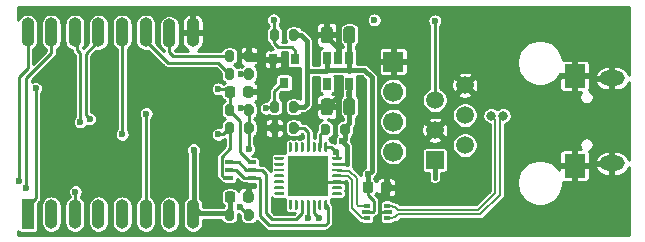
<source format=gtl>
G04 #@! TF.GenerationSoftware,KiCad,Pcbnew,(5.1.9-0-10_14)*
G04 #@! TF.CreationDate,2021-05-05T23:43:46+02:00*
G04 #@! TF.ProjectId,P1_wifi,50315f77-6966-4692-9e6b-696361645f70,rev?*
G04 #@! TF.SameCoordinates,Original*
G04 #@! TF.FileFunction,Copper,L1,Top*
G04 #@! TF.FilePolarity,Positive*
%FSLAX46Y46*%
G04 Gerber Fmt 4.6, Leading zero omitted, Abs format (unit mm)*
G04 Created by KiCad (PCBNEW (5.1.9-0-10_14)) date 2021-05-05 23:43:46*
%MOMM*%
%LPD*%
G01*
G04 APERTURE LIST*
G04 #@! TA.AperFunction,SMDPad,CuDef*
%ADD10R,3.350000X3.350000*%
G04 #@! TD*
G04 #@! TA.AperFunction,ComponentPad*
%ADD11C,1.700000*%
G04 #@! TD*
G04 #@! TA.AperFunction,ComponentPad*
%ADD12R,1.700000X1.700000*%
G04 #@! TD*
G04 #@! TA.AperFunction,SMDPad,CuDef*
%ADD13O,1.100000X2.500000*%
G04 #@! TD*
G04 #@! TA.AperFunction,SMDPad,CuDef*
%ADD14R,1.100000X2.500000*%
G04 #@! TD*
G04 #@! TA.AperFunction,SMDPad,CuDef*
%ADD15R,0.650000X1.060000*%
G04 #@! TD*
G04 #@! TA.AperFunction,SMDPad,CuDef*
%ADD16R,0.500000X0.375000*%
G04 #@! TD*
G04 #@! TA.AperFunction,SMDPad,CuDef*
%ADD17R,0.650000X0.300000*%
G04 #@! TD*
G04 #@! TA.AperFunction,SMDPad,CuDef*
%ADD18R,0.650000X0.400000*%
G04 #@! TD*
G04 #@! TA.AperFunction,SMDPad,CuDef*
%ADD19R,0.800000X0.900000*%
G04 #@! TD*
G04 #@! TA.AperFunction,ComponentPad*
%ADD20R,1.800000X2.000000*%
G04 #@! TD*
G04 #@! TA.AperFunction,ComponentPad*
%ADD21O,2.150000X1.300000*%
G04 #@! TD*
G04 #@! TA.AperFunction,ComponentPad*
%ADD22R,1.520000X1.520000*%
G04 #@! TD*
G04 #@! TA.AperFunction,ComponentPad*
%ADD23C,1.520000*%
G04 #@! TD*
G04 #@! TA.AperFunction,ViaPad*
%ADD24C,0.600000*%
G04 #@! TD*
G04 #@! TA.AperFunction,ViaPad*
%ADD25C,0.812800*%
G04 #@! TD*
G04 #@! TA.AperFunction,Conductor*
%ADD26C,0.254000*%
G04 #@! TD*
G04 #@! TA.AperFunction,Conductor*
%ADD27C,0.406400*%
G04 #@! TD*
G04 #@! TA.AperFunction,Conductor*
%ADD28C,0.203200*%
G04 #@! TD*
G04 #@! TA.AperFunction,Conductor*
%ADD29C,0.100000*%
G04 #@! TD*
G04 APERTURE END LIST*
D10*
X32512000Y5334000D03*
G04 #@! TA.AperFunction,SMDPad,CuDef*
G36*
G01*
X34137000Y3221500D02*
X34137000Y2546500D01*
G75*
G02*
X34074500Y2484000I-62500J0D01*
G01*
X33949500Y2484000D01*
G75*
G02*
X33887000Y2546500I0J62500D01*
G01*
X33887000Y3221500D01*
G75*
G02*
X33949500Y3284000I62500J0D01*
G01*
X34074500Y3284000D01*
G75*
G02*
X34137000Y3221500I0J-62500D01*
G01*
G37*
G04 #@! TD.AperFunction*
G04 #@! TA.AperFunction,SMDPad,CuDef*
G36*
G01*
X33637000Y3221500D02*
X33637000Y2546500D01*
G75*
G02*
X33574500Y2484000I-62500J0D01*
G01*
X33449500Y2484000D01*
G75*
G02*
X33387000Y2546500I0J62500D01*
G01*
X33387000Y3221500D01*
G75*
G02*
X33449500Y3284000I62500J0D01*
G01*
X33574500Y3284000D01*
G75*
G02*
X33637000Y3221500I0J-62500D01*
G01*
G37*
G04 #@! TD.AperFunction*
G04 #@! TA.AperFunction,SMDPad,CuDef*
G36*
G01*
X33137000Y3221500D02*
X33137000Y2546500D01*
G75*
G02*
X33074500Y2484000I-62500J0D01*
G01*
X32949500Y2484000D01*
G75*
G02*
X32887000Y2546500I0J62500D01*
G01*
X32887000Y3221500D01*
G75*
G02*
X32949500Y3284000I62500J0D01*
G01*
X33074500Y3284000D01*
G75*
G02*
X33137000Y3221500I0J-62500D01*
G01*
G37*
G04 #@! TD.AperFunction*
G04 #@! TA.AperFunction,SMDPad,CuDef*
G36*
G01*
X32637000Y3221500D02*
X32637000Y2546500D01*
G75*
G02*
X32574500Y2484000I-62500J0D01*
G01*
X32449500Y2484000D01*
G75*
G02*
X32387000Y2546500I0J62500D01*
G01*
X32387000Y3221500D01*
G75*
G02*
X32449500Y3284000I62500J0D01*
G01*
X32574500Y3284000D01*
G75*
G02*
X32637000Y3221500I0J-62500D01*
G01*
G37*
G04 #@! TD.AperFunction*
G04 #@! TA.AperFunction,SMDPad,CuDef*
G36*
G01*
X32137000Y3221500D02*
X32137000Y2546500D01*
G75*
G02*
X32074500Y2484000I-62500J0D01*
G01*
X31949500Y2484000D01*
G75*
G02*
X31887000Y2546500I0J62500D01*
G01*
X31887000Y3221500D01*
G75*
G02*
X31949500Y3284000I62500J0D01*
G01*
X32074500Y3284000D01*
G75*
G02*
X32137000Y3221500I0J-62500D01*
G01*
G37*
G04 #@! TD.AperFunction*
G04 #@! TA.AperFunction,SMDPad,CuDef*
G36*
G01*
X31637000Y3221500D02*
X31637000Y2546500D01*
G75*
G02*
X31574500Y2484000I-62500J0D01*
G01*
X31449500Y2484000D01*
G75*
G02*
X31387000Y2546500I0J62500D01*
G01*
X31387000Y3221500D01*
G75*
G02*
X31449500Y3284000I62500J0D01*
G01*
X31574500Y3284000D01*
G75*
G02*
X31637000Y3221500I0J-62500D01*
G01*
G37*
G04 #@! TD.AperFunction*
G04 #@! TA.AperFunction,SMDPad,CuDef*
G36*
G01*
X31137000Y3221500D02*
X31137000Y2546500D01*
G75*
G02*
X31074500Y2484000I-62500J0D01*
G01*
X30949500Y2484000D01*
G75*
G02*
X30887000Y2546500I0J62500D01*
G01*
X30887000Y3221500D01*
G75*
G02*
X30949500Y3284000I62500J0D01*
G01*
X31074500Y3284000D01*
G75*
G02*
X31137000Y3221500I0J-62500D01*
G01*
G37*
G04 #@! TD.AperFunction*
G04 #@! TA.AperFunction,SMDPad,CuDef*
G36*
G01*
X30462000Y3896500D02*
X30462000Y3771500D01*
G75*
G02*
X30399500Y3709000I-62500J0D01*
G01*
X29724500Y3709000D01*
G75*
G02*
X29662000Y3771500I0J62500D01*
G01*
X29662000Y3896500D01*
G75*
G02*
X29724500Y3959000I62500J0D01*
G01*
X30399500Y3959000D01*
G75*
G02*
X30462000Y3896500I0J-62500D01*
G01*
G37*
G04 #@! TD.AperFunction*
G04 #@! TA.AperFunction,SMDPad,CuDef*
G36*
G01*
X30462000Y4396500D02*
X30462000Y4271500D01*
G75*
G02*
X30399500Y4209000I-62500J0D01*
G01*
X29724500Y4209000D01*
G75*
G02*
X29662000Y4271500I0J62500D01*
G01*
X29662000Y4396500D01*
G75*
G02*
X29724500Y4459000I62500J0D01*
G01*
X30399500Y4459000D01*
G75*
G02*
X30462000Y4396500I0J-62500D01*
G01*
G37*
G04 #@! TD.AperFunction*
G04 #@! TA.AperFunction,SMDPad,CuDef*
G36*
G01*
X30462000Y4896500D02*
X30462000Y4771500D01*
G75*
G02*
X30399500Y4709000I-62500J0D01*
G01*
X29724500Y4709000D01*
G75*
G02*
X29662000Y4771500I0J62500D01*
G01*
X29662000Y4896500D01*
G75*
G02*
X29724500Y4959000I62500J0D01*
G01*
X30399500Y4959000D01*
G75*
G02*
X30462000Y4896500I0J-62500D01*
G01*
G37*
G04 #@! TD.AperFunction*
G04 #@! TA.AperFunction,SMDPad,CuDef*
G36*
G01*
X30462000Y5396500D02*
X30462000Y5271500D01*
G75*
G02*
X30399500Y5209000I-62500J0D01*
G01*
X29724500Y5209000D01*
G75*
G02*
X29662000Y5271500I0J62500D01*
G01*
X29662000Y5396500D01*
G75*
G02*
X29724500Y5459000I62500J0D01*
G01*
X30399500Y5459000D01*
G75*
G02*
X30462000Y5396500I0J-62500D01*
G01*
G37*
G04 #@! TD.AperFunction*
G04 #@! TA.AperFunction,SMDPad,CuDef*
G36*
G01*
X30462000Y5896500D02*
X30462000Y5771500D01*
G75*
G02*
X30399500Y5709000I-62500J0D01*
G01*
X29724500Y5709000D01*
G75*
G02*
X29662000Y5771500I0J62500D01*
G01*
X29662000Y5896500D01*
G75*
G02*
X29724500Y5959000I62500J0D01*
G01*
X30399500Y5959000D01*
G75*
G02*
X30462000Y5896500I0J-62500D01*
G01*
G37*
G04 #@! TD.AperFunction*
G04 #@! TA.AperFunction,SMDPad,CuDef*
G36*
G01*
X30462000Y6396500D02*
X30462000Y6271500D01*
G75*
G02*
X30399500Y6209000I-62500J0D01*
G01*
X29724500Y6209000D01*
G75*
G02*
X29662000Y6271500I0J62500D01*
G01*
X29662000Y6396500D01*
G75*
G02*
X29724500Y6459000I62500J0D01*
G01*
X30399500Y6459000D01*
G75*
G02*
X30462000Y6396500I0J-62500D01*
G01*
G37*
G04 #@! TD.AperFunction*
G04 #@! TA.AperFunction,SMDPad,CuDef*
G36*
G01*
X30462000Y6896500D02*
X30462000Y6771500D01*
G75*
G02*
X30399500Y6709000I-62500J0D01*
G01*
X29724500Y6709000D01*
G75*
G02*
X29662000Y6771500I0J62500D01*
G01*
X29662000Y6896500D01*
G75*
G02*
X29724500Y6959000I62500J0D01*
G01*
X30399500Y6959000D01*
G75*
G02*
X30462000Y6896500I0J-62500D01*
G01*
G37*
G04 #@! TD.AperFunction*
G04 #@! TA.AperFunction,SMDPad,CuDef*
G36*
G01*
X31137000Y8121500D02*
X31137000Y7446500D01*
G75*
G02*
X31074500Y7384000I-62500J0D01*
G01*
X30949500Y7384000D01*
G75*
G02*
X30887000Y7446500I0J62500D01*
G01*
X30887000Y8121500D01*
G75*
G02*
X30949500Y8184000I62500J0D01*
G01*
X31074500Y8184000D01*
G75*
G02*
X31137000Y8121500I0J-62500D01*
G01*
G37*
G04 #@! TD.AperFunction*
G04 #@! TA.AperFunction,SMDPad,CuDef*
G36*
G01*
X31637000Y8121500D02*
X31637000Y7446500D01*
G75*
G02*
X31574500Y7384000I-62500J0D01*
G01*
X31449500Y7384000D01*
G75*
G02*
X31387000Y7446500I0J62500D01*
G01*
X31387000Y8121500D01*
G75*
G02*
X31449500Y8184000I62500J0D01*
G01*
X31574500Y8184000D01*
G75*
G02*
X31637000Y8121500I0J-62500D01*
G01*
G37*
G04 #@! TD.AperFunction*
G04 #@! TA.AperFunction,SMDPad,CuDef*
G36*
G01*
X32137000Y8121500D02*
X32137000Y7446500D01*
G75*
G02*
X32074500Y7384000I-62500J0D01*
G01*
X31949500Y7384000D01*
G75*
G02*
X31887000Y7446500I0J62500D01*
G01*
X31887000Y8121500D01*
G75*
G02*
X31949500Y8184000I62500J0D01*
G01*
X32074500Y8184000D01*
G75*
G02*
X32137000Y8121500I0J-62500D01*
G01*
G37*
G04 #@! TD.AperFunction*
G04 #@! TA.AperFunction,SMDPad,CuDef*
G36*
G01*
X32637000Y8121500D02*
X32637000Y7446500D01*
G75*
G02*
X32574500Y7384000I-62500J0D01*
G01*
X32449500Y7384000D01*
G75*
G02*
X32387000Y7446500I0J62500D01*
G01*
X32387000Y8121500D01*
G75*
G02*
X32449500Y8184000I62500J0D01*
G01*
X32574500Y8184000D01*
G75*
G02*
X32637000Y8121500I0J-62500D01*
G01*
G37*
G04 #@! TD.AperFunction*
G04 #@! TA.AperFunction,SMDPad,CuDef*
G36*
G01*
X33137000Y8121500D02*
X33137000Y7446500D01*
G75*
G02*
X33074500Y7384000I-62500J0D01*
G01*
X32949500Y7384000D01*
G75*
G02*
X32887000Y7446500I0J62500D01*
G01*
X32887000Y8121500D01*
G75*
G02*
X32949500Y8184000I62500J0D01*
G01*
X33074500Y8184000D01*
G75*
G02*
X33137000Y8121500I0J-62500D01*
G01*
G37*
G04 #@! TD.AperFunction*
G04 #@! TA.AperFunction,SMDPad,CuDef*
G36*
G01*
X33637000Y8121500D02*
X33637000Y7446500D01*
G75*
G02*
X33574500Y7384000I-62500J0D01*
G01*
X33449500Y7384000D01*
G75*
G02*
X33387000Y7446500I0J62500D01*
G01*
X33387000Y8121500D01*
G75*
G02*
X33449500Y8184000I62500J0D01*
G01*
X33574500Y8184000D01*
G75*
G02*
X33637000Y8121500I0J-62500D01*
G01*
G37*
G04 #@! TD.AperFunction*
G04 #@! TA.AperFunction,SMDPad,CuDef*
G36*
G01*
X34137000Y8121500D02*
X34137000Y7446500D01*
G75*
G02*
X34074500Y7384000I-62500J0D01*
G01*
X33949500Y7384000D01*
G75*
G02*
X33887000Y7446500I0J62500D01*
G01*
X33887000Y8121500D01*
G75*
G02*
X33949500Y8184000I62500J0D01*
G01*
X34074500Y8184000D01*
G75*
G02*
X34137000Y8121500I0J-62500D01*
G01*
G37*
G04 #@! TD.AperFunction*
G04 #@! TA.AperFunction,SMDPad,CuDef*
G36*
G01*
X35362000Y6896500D02*
X35362000Y6771500D01*
G75*
G02*
X35299500Y6709000I-62500J0D01*
G01*
X34624500Y6709000D01*
G75*
G02*
X34562000Y6771500I0J62500D01*
G01*
X34562000Y6896500D01*
G75*
G02*
X34624500Y6959000I62500J0D01*
G01*
X35299500Y6959000D01*
G75*
G02*
X35362000Y6896500I0J-62500D01*
G01*
G37*
G04 #@! TD.AperFunction*
G04 #@! TA.AperFunction,SMDPad,CuDef*
G36*
G01*
X35362000Y6396500D02*
X35362000Y6271500D01*
G75*
G02*
X35299500Y6209000I-62500J0D01*
G01*
X34624500Y6209000D01*
G75*
G02*
X34562000Y6271500I0J62500D01*
G01*
X34562000Y6396500D01*
G75*
G02*
X34624500Y6459000I62500J0D01*
G01*
X35299500Y6459000D01*
G75*
G02*
X35362000Y6396500I0J-62500D01*
G01*
G37*
G04 #@! TD.AperFunction*
G04 #@! TA.AperFunction,SMDPad,CuDef*
G36*
G01*
X35362000Y5896500D02*
X35362000Y5771500D01*
G75*
G02*
X35299500Y5709000I-62500J0D01*
G01*
X34624500Y5709000D01*
G75*
G02*
X34562000Y5771500I0J62500D01*
G01*
X34562000Y5896500D01*
G75*
G02*
X34624500Y5959000I62500J0D01*
G01*
X35299500Y5959000D01*
G75*
G02*
X35362000Y5896500I0J-62500D01*
G01*
G37*
G04 #@! TD.AperFunction*
G04 #@! TA.AperFunction,SMDPad,CuDef*
G36*
G01*
X35362000Y5396500D02*
X35362000Y5271500D01*
G75*
G02*
X35299500Y5209000I-62500J0D01*
G01*
X34624500Y5209000D01*
G75*
G02*
X34562000Y5271500I0J62500D01*
G01*
X34562000Y5396500D01*
G75*
G02*
X34624500Y5459000I62500J0D01*
G01*
X35299500Y5459000D01*
G75*
G02*
X35362000Y5396500I0J-62500D01*
G01*
G37*
G04 #@! TD.AperFunction*
G04 #@! TA.AperFunction,SMDPad,CuDef*
G36*
G01*
X35362000Y4896500D02*
X35362000Y4771500D01*
G75*
G02*
X35299500Y4709000I-62500J0D01*
G01*
X34624500Y4709000D01*
G75*
G02*
X34562000Y4771500I0J62500D01*
G01*
X34562000Y4896500D01*
G75*
G02*
X34624500Y4959000I62500J0D01*
G01*
X35299500Y4959000D01*
G75*
G02*
X35362000Y4896500I0J-62500D01*
G01*
G37*
G04 #@! TD.AperFunction*
G04 #@! TA.AperFunction,SMDPad,CuDef*
G36*
G01*
X35362000Y4396500D02*
X35362000Y4271500D01*
G75*
G02*
X35299500Y4209000I-62500J0D01*
G01*
X34624500Y4209000D01*
G75*
G02*
X34562000Y4271500I0J62500D01*
G01*
X34562000Y4396500D01*
G75*
G02*
X34624500Y4459000I62500J0D01*
G01*
X35299500Y4459000D01*
G75*
G02*
X35362000Y4396500I0J-62500D01*
G01*
G37*
G04 #@! TD.AperFunction*
G04 #@! TA.AperFunction,SMDPad,CuDef*
G36*
G01*
X35362000Y3896500D02*
X35362000Y3771500D01*
G75*
G02*
X35299500Y3709000I-62500J0D01*
G01*
X34624500Y3709000D01*
G75*
G02*
X34562000Y3771500I0J62500D01*
G01*
X34562000Y3896500D01*
G75*
G02*
X34624500Y3959000I62500J0D01*
G01*
X35299500Y3959000D01*
G75*
G02*
X35362000Y3896500I0J-62500D01*
G01*
G37*
G04 #@! TD.AperFunction*
D11*
X39711500Y9937000D03*
X39711500Y12477000D03*
X39711500Y7397000D03*
D12*
X39711500Y15017000D03*
D13*
X8763000Y17494000D03*
X10763000Y17494000D03*
X12763000Y17494000D03*
X14763000Y17494000D03*
X16763000Y17494000D03*
X18763000Y17494000D03*
X20763000Y17394000D03*
X22763000Y17494000D03*
X22763000Y2094000D03*
X20763000Y2094000D03*
X18763000Y2094000D03*
X16763000Y2094000D03*
X14763000Y2094000D03*
X12763000Y2094000D03*
X10763000Y2094000D03*
D14*
X8763000Y2094000D03*
D15*
X36002000Y13124000D03*
X34102000Y13124000D03*
X34102000Y15324000D03*
X35052000Y15324000D03*
X36002000Y15324000D03*
G04 #@! TA.AperFunction,SMDPad,CuDef*
G36*
G01*
X34602000Y11651000D02*
X34602000Y10701000D01*
G75*
G02*
X34352000Y10451000I-250000J0D01*
G01*
X33852000Y10451000D01*
G75*
G02*
X33602000Y10701000I0J250000D01*
G01*
X33602000Y11651000D01*
G75*
G02*
X33852000Y11901000I250000J0D01*
G01*
X34352000Y11901000D01*
G75*
G02*
X34602000Y11651000I0J-250000D01*
G01*
G37*
G04 #@! TD.AperFunction*
G04 #@! TA.AperFunction,SMDPad,CuDef*
G36*
G01*
X36502000Y11651000D02*
X36502000Y10701000D01*
G75*
G02*
X36252000Y10451000I-250000J0D01*
G01*
X35752000Y10451000D01*
G75*
G02*
X35502000Y10701000I0J250000D01*
G01*
X35502000Y11651000D01*
G75*
G02*
X35752000Y11901000I250000J0D01*
G01*
X36252000Y11901000D01*
G75*
G02*
X36502000Y11651000I0J-250000D01*
G01*
G37*
G04 #@! TD.AperFunction*
G04 #@! TA.AperFunction,SMDPad,CuDef*
G36*
G01*
X34602000Y17747000D02*
X34602000Y16797000D01*
G75*
G02*
X34352000Y16547000I-250000J0D01*
G01*
X33852000Y16547000D01*
G75*
G02*
X33602000Y16797000I0J250000D01*
G01*
X33602000Y17747000D01*
G75*
G02*
X33852000Y17997000I250000J0D01*
G01*
X34352000Y17997000D01*
G75*
G02*
X34602000Y17747000I0J-250000D01*
G01*
G37*
G04 #@! TD.AperFunction*
G04 #@! TA.AperFunction,SMDPad,CuDef*
G36*
G01*
X36502000Y17747000D02*
X36502000Y16797000D01*
G75*
G02*
X36252000Y16547000I-250000J0D01*
G01*
X35752000Y16547000D01*
G75*
G02*
X35502000Y16797000I0J250000D01*
G01*
X35502000Y17747000D01*
G75*
G02*
X35752000Y17997000I250000J0D01*
G01*
X36252000Y17997000D01*
G75*
G02*
X36502000Y17747000I0J-250000D01*
G01*
G37*
G04 #@! TD.AperFunction*
D16*
X37504000Y1748500D03*
X37504000Y2823500D03*
D17*
X39279000Y2286000D03*
X37429000Y2286000D03*
D16*
X39204000Y2823500D03*
X39204000Y1748500D03*
G04 #@! TA.AperFunction,SMDPad,CuDef*
G36*
G01*
X30905000Y9123000D02*
X30905000Y9673000D01*
G75*
G02*
X31105000Y9873000I200000J0D01*
G01*
X31505000Y9873000D01*
G75*
G02*
X31705000Y9673000I0J-200000D01*
G01*
X31705000Y9123000D01*
G75*
G02*
X31505000Y8923000I-200000J0D01*
G01*
X31105000Y8923000D01*
G75*
G02*
X30905000Y9123000I0J200000D01*
G01*
G37*
G04 #@! TD.AperFunction*
G04 #@! TA.AperFunction,SMDPad,CuDef*
G36*
G01*
X29255000Y9123000D02*
X29255000Y9673000D01*
G75*
G02*
X29455000Y9873000I200000J0D01*
G01*
X29855000Y9873000D01*
G75*
G02*
X30055000Y9673000I0J-200000D01*
G01*
X30055000Y9123000D01*
G75*
G02*
X29855000Y8923000I-200000J0D01*
G01*
X29455000Y8923000D01*
G75*
G02*
X29255000Y9123000I0J200000D01*
G01*
G37*
G04 #@! TD.AperFunction*
G04 #@! TA.AperFunction,SMDPad,CuDef*
G36*
G01*
X27095000Y15219000D02*
X27095000Y15769000D01*
G75*
G02*
X27295000Y15969000I200000J0D01*
G01*
X27695000Y15969000D01*
G75*
G02*
X27895000Y15769000I0J-200000D01*
G01*
X27895000Y15219000D01*
G75*
G02*
X27695000Y15019000I-200000J0D01*
G01*
X27295000Y15019000D01*
G75*
G02*
X27095000Y15219000I0J200000D01*
G01*
G37*
G04 #@! TD.AperFunction*
G04 #@! TA.AperFunction,SMDPad,CuDef*
G36*
G01*
X25445000Y15219000D02*
X25445000Y15769000D01*
G75*
G02*
X25645000Y15969000I200000J0D01*
G01*
X26045000Y15969000D01*
G75*
G02*
X26245000Y15769000I0J-200000D01*
G01*
X26245000Y15219000D01*
G75*
G02*
X26045000Y15019000I-200000J0D01*
G01*
X25645000Y15019000D01*
G75*
G02*
X25445000Y15219000I0J200000D01*
G01*
G37*
G04 #@! TD.AperFunction*
G04 #@! TA.AperFunction,SMDPad,CuDef*
G36*
G01*
X27095000Y9123000D02*
X27095000Y9673000D01*
G75*
G02*
X27295000Y9873000I200000J0D01*
G01*
X27695000Y9873000D01*
G75*
G02*
X27895000Y9673000I0J-200000D01*
G01*
X27895000Y9123000D01*
G75*
G02*
X27695000Y8923000I-200000J0D01*
G01*
X27295000Y8923000D01*
G75*
G02*
X27095000Y9123000I0J200000D01*
G01*
G37*
G04 #@! TD.AperFunction*
G04 #@! TA.AperFunction,SMDPad,CuDef*
G36*
G01*
X25445000Y9123000D02*
X25445000Y9673000D01*
G75*
G02*
X25645000Y9873000I200000J0D01*
G01*
X26045000Y9873000D01*
G75*
G02*
X26245000Y9673000I0J-200000D01*
G01*
X26245000Y9123000D01*
G75*
G02*
X26045000Y8923000I-200000J0D01*
G01*
X25645000Y8923000D01*
G75*
G02*
X25445000Y9123000I0J200000D01*
G01*
G37*
G04 #@! TD.AperFunction*
G04 #@! TA.AperFunction,SMDPad,CuDef*
G36*
G01*
X34373000Y9546000D02*
X34373000Y8996000D01*
G75*
G02*
X34173000Y8796000I-200000J0D01*
G01*
X33773000Y8796000D01*
G75*
G02*
X33573000Y8996000I0J200000D01*
G01*
X33573000Y9546000D01*
G75*
G02*
X33773000Y9746000I200000J0D01*
G01*
X34173000Y9746000D01*
G75*
G02*
X34373000Y9546000I0J-200000D01*
G01*
G37*
G04 #@! TD.AperFunction*
G04 #@! TA.AperFunction,SMDPad,CuDef*
G36*
G01*
X36023000Y9546000D02*
X36023000Y8996000D01*
G75*
G02*
X35823000Y8796000I-200000J0D01*
G01*
X35423000Y8796000D01*
G75*
G02*
X35223000Y8996000I0J200000D01*
G01*
X35223000Y9546000D01*
G75*
G02*
X35423000Y9746000I200000J0D01*
G01*
X35823000Y9746000D01*
G75*
G02*
X36023000Y9546000I0J-200000D01*
G01*
G37*
G04 #@! TD.AperFunction*
G04 #@! TA.AperFunction,SMDPad,CuDef*
G36*
G01*
X27095000Y13695000D02*
X27095000Y14245000D01*
G75*
G02*
X27295000Y14445000I200000J0D01*
G01*
X27695000Y14445000D01*
G75*
G02*
X27895000Y14245000I0J-200000D01*
G01*
X27895000Y13695000D01*
G75*
G02*
X27695000Y13495000I-200000J0D01*
G01*
X27295000Y13495000D01*
G75*
G02*
X27095000Y13695000I0J200000D01*
G01*
G37*
G04 #@! TD.AperFunction*
G04 #@! TA.AperFunction,SMDPad,CuDef*
G36*
G01*
X25445000Y13695000D02*
X25445000Y14245000D01*
G75*
G02*
X25645000Y14445000I200000J0D01*
G01*
X26045000Y14445000D01*
G75*
G02*
X26245000Y14245000I0J-200000D01*
G01*
X26245000Y13695000D01*
G75*
G02*
X26045000Y13495000I-200000J0D01*
G01*
X25645000Y13495000D01*
G75*
G02*
X25445000Y13695000I0J200000D01*
G01*
G37*
G04 #@! TD.AperFunction*
G04 #@! TA.AperFunction,SMDPad,CuDef*
G36*
G01*
X30055000Y11451000D02*
X30055000Y10901000D01*
G75*
G02*
X29855000Y10701000I-200000J0D01*
G01*
X29455000Y10701000D01*
G75*
G02*
X29255000Y10901000I0J200000D01*
G01*
X29255000Y11451000D01*
G75*
G02*
X29455000Y11651000I200000J0D01*
G01*
X29855000Y11651000D01*
G75*
G02*
X30055000Y11451000I0J-200000D01*
G01*
G37*
G04 #@! TD.AperFunction*
G04 #@! TA.AperFunction,SMDPad,CuDef*
G36*
G01*
X31705000Y11451000D02*
X31705000Y10901000D01*
G75*
G02*
X31505000Y10701000I-200000J0D01*
G01*
X31105000Y10701000D01*
G75*
G02*
X30905000Y10901000I0J200000D01*
G01*
X30905000Y11451000D01*
G75*
G02*
X31105000Y11651000I200000J0D01*
G01*
X31505000Y11651000D01*
G75*
G02*
X31705000Y11451000I0J-200000D01*
G01*
G37*
G04 #@! TD.AperFunction*
G04 #@! TA.AperFunction,SMDPad,CuDef*
G36*
G01*
X27094500Y1757000D02*
X27094500Y2307000D01*
G75*
G02*
X27294500Y2507000I200000J0D01*
G01*
X27694500Y2507000D01*
G75*
G02*
X27894500Y2307000I0J-200000D01*
G01*
X27894500Y1757000D01*
G75*
G02*
X27694500Y1557000I-200000J0D01*
G01*
X27294500Y1557000D01*
G75*
G02*
X27094500Y1757000I0J200000D01*
G01*
G37*
G04 #@! TD.AperFunction*
G04 #@! TA.AperFunction,SMDPad,CuDef*
G36*
G01*
X25444500Y1757000D02*
X25444500Y2307000D01*
G75*
G02*
X25644500Y2507000I200000J0D01*
G01*
X26044500Y2507000D01*
G75*
G02*
X26244500Y2307000I0J-200000D01*
G01*
X26244500Y1757000D01*
G75*
G02*
X26044500Y1557000I-200000J0D01*
G01*
X25644500Y1557000D01*
G75*
G02*
X25444500Y1757000I0J200000D01*
G01*
G37*
G04 #@! TD.AperFunction*
G04 #@! TA.AperFunction,SMDPad,CuDef*
G36*
G01*
X27095000Y10647000D02*
X27095000Y11197000D01*
G75*
G02*
X27295000Y11397000I200000J0D01*
G01*
X27695000Y11397000D01*
G75*
G02*
X27895000Y11197000I0J-200000D01*
G01*
X27895000Y10647000D01*
G75*
G02*
X27695000Y10447000I-200000J0D01*
G01*
X27295000Y10447000D01*
G75*
G02*
X27095000Y10647000I0J200000D01*
G01*
G37*
G04 #@! TD.AperFunction*
G04 #@! TA.AperFunction,SMDPad,CuDef*
G36*
G01*
X25445000Y10647000D02*
X25445000Y11197000D01*
G75*
G02*
X25645000Y11397000I200000J0D01*
G01*
X26045000Y11397000D01*
G75*
G02*
X26245000Y11197000I0J-200000D01*
G01*
X26245000Y10647000D01*
G75*
G02*
X26045000Y10447000I-200000J0D01*
G01*
X25645000Y10447000D01*
G75*
G02*
X25445000Y10647000I0J200000D01*
G01*
G37*
G04 #@! TD.AperFunction*
G04 #@! TA.AperFunction,SMDPad,CuDef*
G36*
G01*
X30055000Y17547000D02*
X30055000Y16997000D01*
G75*
G02*
X29855000Y16797000I-200000J0D01*
G01*
X29455000Y16797000D01*
G75*
G02*
X29255000Y16997000I0J200000D01*
G01*
X29255000Y17547000D01*
G75*
G02*
X29455000Y17747000I200000J0D01*
G01*
X29855000Y17747000D01*
G75*
G02*
X30055000Y17547000I0J-200000D01*
G01*
G37*
G04 #@! TD.AperFunction*
G04 #@! TA.AperFunction,SMDPad,CuDef*
G36*
G01*
X31705000Y17547000D02*
X31705000Y16997000D01*
G75*
G02*
X31505000Y16797000I-200000J0D01*
G01*
X31105000Y16797000D01*
G75*
G02*
X30905000Y16997000I0J200000D01*
G01*
X30905000Y17547000D01*
G75*
G02*
X31105000Y17747000I200000J0D01*
G01*
X31505000Y17747000D01*
G75*
G02*
X31705000Y17547000I0J-200000D01*
G01*
G37*
G04 #@! TD.AperFunction*
D18*
X25847000Y5192000D03*
X25847000Y6492000D03*
X27747000Y5842000D03*
X25847000Y5842000D03*
X27747000Y6492000D03*
X27747000Y5192000D03*
D19*
X30480000Y13224000D03*
X29530000Y15224000D03*
X31430000Y15224000D03*
D20*
X55069500Y13800000D03*
D21*
X58229500Y13600000D03*
D20*
X55069500Y6200000D03*
D21*
X58229500Y6400000D03*
G04 #@! TA.AperFunction,SMDPad,CuDef*
G36*
G01*
X38029000Y4618800D02*
X38029000Y4118800D01*
G75*
G02*
X37804000Y3893800I-225000J0D01*
G01*
X37354000Y3893800D01*
G75*
G02*
X37129000Y4118800I0J225000D01*
G01*
X37129000Y4618800D01*
G75*
G02*
X37354000Y4843800I225000J0D01*
G01*
X37804000Y4843800D01*
G75*
G02*
X38029000Y4618800I0J-225000D01*
G01*
G37*
G04 #@! TD.AperFunction*
G04 #@! TA.AperFunction,SMDPad,CuDef*
G36*
G01*
X39579000Y4618800D02*
X39579000Y4118800D01*
G75*
G02*
X39354000Y3893800I-225000J0D01*
G01*
X38904000Y3893800D01*
G75*
G02*
X38679000Y4118800I0J225000D01*
G01*
X38679000Y4618800D01*
G75*
G02*
X38904000Y4843800I225000J0D01*
G01*
X39354000Y4843800D01*
G75*
G02*
X39579000Y4618800I0J-225000D01*
G01*
G37*
G04 #@! TD.AperFunction*
G04 #@! TA.AperFunction,SMDPad,CuDef*
G36*
G01*
X26995000Y12196000D02*
X26995000Y12696000D01*
G75*
G02*
X27220000Y12921000I225000J0D01*
G01*
X27670000Y12921000D01*
G75*
G02*
X27895000Y12696000I0J-225000D01*
G01*
X27895000Y12196000D01*
G75*
G02*
X27670000Y11971000I-225000J0D01*
G01*
X27220000Y11971000D01*
G75*
G02*
X26995000Y12196000I0J225000D01*
G01*
G37*
G04 #@! TD.AperFunction*
G04 #@! TA.AperFunction,SMDPad,CuDef*
G36*
G01*
X25445000Y12196000D02*
X25445000Y12696000D01*
G75*
G02*
X25670000Y12921000I225000J0D01*
G01*
X26120000Y12921000D01*
G75*
G02*
X26345000Y12696000I0J-225000D01*
G01*
X26345000Y12196000D01*
G75*
G02*
X26120000Y11971000I-225000J0D01*
G01*
X25670000Y11971000D01*
G75*
G02*
X25445000Y12196000I0J225000D01*
G01*
G37*
G04 #@! TD.AperFunction*
G04 #@! TA.AperFunction,SMDPad,CuDef*
G36*
G01*
X26995000Y3306000D02*
X26995000Y3806000D01*
G75*
G02*
X27220000Y4031000I225000J0D01*
G01*
X27670000Y4031000D01*
G75*
G02*
X27895000Y3806000I0J-225000D01*
G01*
X27895000Y3306000D01*
G75*
G02*
X27670000Y3081000I-225000J0D01*
G01*
X27220000Y3081000D01*
G75*
G02*
X26995000Y3306000I0J225000D01*
G01*
G37*
G04 #@! TD.AperFunction*
G04 #@! TA.AperFunction,SMDPad,CuDef*
G36*
G01*
X25445000Y3306000D02*
X25445000Y3806000D01*
G75*
G02*
X25670000Y4031000I225000J0D01*
G01*
X26120000Y4031000D01*
G75*
G02*
X26345000Y3806000I0J-225000D01*
G01*
X26345000Y3306000D01*
G75*
G02*
X26120000Y3081000I-225000J0D01*
G01*
X25670000Y3081000D01*
G75*
G02*
X25445000Y3306000I0J225000D01*
G01*
G37*
G04 #@! TD.AperFunction*
D22*
X43243500Y6667500D03*
D23*
X45783500Y7937500D03*
X43243500Y9207500D03*
X45783500Y10477500D03*
X43243500Y11747500D03*
X45783500Y13017500D03*
D24*
X31496000Y4318000D03*
X33528000Y6350000D03*
X31496000Y6350000D03*
X33528000Y4318000D03*
X35052000Y16322000D03*
X35052000Y13462000D03*
X30099000Y7620000D03*
X31623000Y13716000D03*
X24511000Y18034000D03*
X11557000Y14351000D03*
X11557000Y4445000D03*
X27432000Y4445000D03*
X36703000Y7239000D03*
X36703000Y8763000D03*
X33147000Y13208000D03*
X33147000Y15240000D03*
X36931600Y13335000D03*
X30022800Y2844800D03*
X35153600Y2895600D03*
X24434800Y3098800D03*
X38608000Y3657600D03*
X18034000Y15240000D03*
X21082000Y11684000D03*
X20574000Y5588000D03*
X15240000Y5588000D03*
X41656000Y4318000D03*
X45974000Y4318000D03*
X43688000Y762000D03*
X49022000Y1778000D03*
X50038000Y7620000D03*
X47244000Y7112000D03*
X48514000Y12573000D03*
X58928000Y19050000D03*
X57658000Y19050000D03*
X58928000Y17780000D03*
X58928000Y1016000D03*
X58928000Y2286000D03*
X57404000Y1016000D03*
X8128000Y19304000D03*
X26416000Y19050000D03*
X49276000Y19050000D03*
X58928000Y16256000D03*
X58928000Y3810000D03*
X55880000Y1016000D03*
X54102000Y1016000D03*
X56388000Y19050000D03*
X54864000Y19050000D03*
X41402000Y11176000D03*
X41402000Y8382000D03*
X41402000Y13716000D03*
X34903703Y7364651D03*
X37592000Y5460996D03*
X26797000Y13970000D03*
X36002000Y12258000D03*
X35382196Y8331200D03*
X27495000Y7620000D03*
X22809200Y7569198D03*
X26797000Y11049000D03*
X29591000Y18542000D03*
X43243504Y18478502D03*
X38100000Y18542000D03*
X9448800Y12750802D03*
X24892000Y12700000D03*
X16764000Y8848788D03*
X24892000Y8848788D03*
D25*
X49022000Y10429855D03*
X48006000Y10429855D03*
D24*
X26720800Y2692400D03*
X12801600Y4013200D03*
X13207996Y9906000D03*
X14008550Y10155210D03*
X33401000Y1778000D03*
X8026400Y4876800D03*
X32512000Y1773210D03*
X8656610Y4294983D03*
X18796000Y10612421D03*
X28956000Y11049000D03*
D26*
X32056790Y4878790D02*
X32512000Y5334000D01*
X33012000Y4834000D02*
X32512000Y5334000D01*
X34962000Y4834000D02*
X33012000Y4834000D01*
D27*
X35052000Y15324000D02*
X35052000Y16322000D01*
D26*
X27445000Y12446000D02*
X27686000Y12446000D01*
X28718000Y15224000D02*
X28702000Y15240000D01*
D27*
X29530000Y15224000D02*
X28718000Y15224000D01*
D26*
X27445000Y3556000D02*
X27432000Y3556000D01*
D27*
X22763000Y16794000D02*
X22763000Y17810000D01*
X35052000Y12126000D02*
X35052000Y13462000D01*
X34102000Y11176000D02*
X35052000Y12126000D01*
X34102000Y17079000D02*
X34102000Y17272000D01*
X34859000Y16322000D02*
X34102000Y17079000D01*
X35052000Y16322000D02*
X34859000Y16322000D01*
D26*
X29655000Y8064000D02*
X29718000Y8001000D01*
X29718000Y8001000D02*
X30099000Y7620000D01*
X29655000Y9398000D02*
X29655000Y8064000D01*
D27*
X27432000Y3556000D02*
X27432000Y4445000D01*
D26*
X35501200Y4834000D02*
X35788590Y4546610D01*
X34962000Y4834000D02*
X35501200Y4834000D01*
X35788590Y4546610D02*
X35788590Y4064000D01*
X29655000Y9398000D02*
X29655000Y9487400D01*
X38811200Y4000200D02*
X39129000Y4318000D01*
X38608000Y2378000D02*
X38608000Y3657600D01*
X38700000Y2286000D02*
X38608000Y2378000D01*
X39279000Y2286000D02*
X38700000Y2286000D01*
D27*
X38811200Y4000200D02*
X38811200Y3860800D01*
X38811200Y3860800D02*
X38608000Y3657600D01*
X28702000Y12700000D02*
X28702000Y15240000D01*
X28448000Y12446000D02*
X28702000Y12700000D01*
X27445000Y12446000D02*
X28448000Y12446000D01*
X27749000Y15240000D02*
X27495000Y15494000D01*
X28702000Y15240000D02*
X27749000Y15240000D01*
X43243500Y6667500D02*
X43243500Y5143500D01*
X36002000Y15324000D02*
X36002000Y17272000D01*
X34102000Y15324000D02*
X34102000Y14285000D01*
X34041000Y14224000D02*
X34102000Y14285000D01*
X32512000Y14224000D02*
X34041000Y14224000D01*
X32131000Y11176000D02*
X31305000Y11176000D01*
X32385000Y16764000D02*
X32385000Y11430000D01*
X32385000Y11430000D02*
X32131000Y11176000D01*
X31877000Y17272000D02*
X32385000Y16764000D01*
X31305000Y17272000D02*
X31877000Y17272000D01*
X36002000Y15324000D02*
X36002000Y15306000D01*
X36002000Y14285000D02*
X36002000Y15324000D01*
X35941000Y14224000D02*
X36002000Y14285000D01*
D26*
X34484354Y7784000D02*
X34903703Y7364651D01*
X34962000Y6834000D02*
X34962000Y7306354D01*
X34962000Y7306354D02*
X34903703Y7364651D01*
X34012000Y7784000D02*
X34484354Y7784000D01*
X38008000Y2286000D02*
X38084201Y2362201D01*
X37429000Y2286000D02*
X38008000Y2286000D01*
X37579000Y3703100D02*
X37579000Y4318000D01*
X38084201Y3197899D02*
X37579000Y3703100D01*
X38084201Y2362201D02*
X38084201Y3197899D01*
D27*
X34102000Y14285000D02*
X37279037Y14285000D01*
X37592000Y4331000D02*
X37592000Y5460996D01*
X37279037Y14285000D02*
X37891999Y13672038D01*
X37891999Y13672038D02*
X37891999Y5760995D01*
X37891999Y5760995D02*
X37592000Y5460996D01*
X37579000Y4318000D02*
X37592000Y4331000D01*
D26*
X35623000Y9271000D02*
X35623000Y9461000D01*
D27*
X36002000Y9840000D02*
X36002000Y11176000D01*
X35623000Y9461000D02*
X36002000Y9840000D01*
D26*
X36129000Y11303000D02*
X36002000Y11176000D01*
X27495000Y13970000D02*
X26670000Y13970000D01*
X25895000Y2082500D02*
X25844500Y2032000D01*
D27*
X25895000Y3556000D02*
X25895000Y2082500D01*
X23398000Y2159000D02*
X25717500Y2159000D01*
X25717500Y2159000D02*
X25844500Y2032000D01*
X23398000Y2159000D02*
X22763000Y2794000D01*
D26*
X34962000Y6334000D02*
X35798000Y6334000D01*
D27*
X36002000Y12258000D02*
X36002000Y11176000D01*
X36002000Y13124000D02*
X36002000Y12258000D01*
X35798000Y7839198D02*
X35382196Y8255002D01*
X35798000Y6334000D02*
X35798000Y7839198D01*
X35623000Y9271000D02*
X35623000Y8495806D01*
X35623000Y8495806D02*
X35382196Y8255002D01*
X22809200Y2840200D02*
X22809200Y7569198D01*
X22763000Y2794000D02*
X22809200Y2840200D01*
D26*
X27368000Y11049000D02*
X27495000Y10922000D01*
X26797000Y11049000D02*
X27368000Y11049000D01*
X27495000Y10922000D02*
X27495000Y9398000D01*
X27495000Y9398000D02*
X27495000Y7620000D01*
X31430000Y15224000D02*
X31430000Y15941000D01*
X31430000Y15941000D02*
X31115000Y16256000D01*
X31115000Y16256000D02*
X29972000Y16256000D01*
X29655000Y16573000D02*
X29655000Y17272000D01*
X29972000Y16256000D02*
X29655000Y16573000D01*
X29655000Y18478000D02*
X29591000Y18542000D01*
X29655000Y17272000D02*
X29655000Y18478000D01*
X43243500Y11747500D02*
X43243500Y18478498D01*
X43243500Y18478498D02*
X43243504Y18478502D01*
X32012000Y2884000D02*
X32012000Y3056000D01*
X27277638Y5842000D02*
X27747000Y5842000D01*
X26627638Y6492000D02*
X27277638Y5842000D01*
X25847000Y6492000D02*
X26627638Y6492000D01*
X32012000Y2167000D02*
X32012000Y2884000D01*
X31496000Y1651000D02*
X32012000Y2167000D01*
X27747000Y5842000D02*
X28575000Y5842000D01*
X29464000Y1651000D02*
X31496000Y1651000D01*
X28956000Y2159000D02*
X29464000Y1651000D01*
X28956000Y5461000D02*
X28956000Y2159000D01*
X28575000Y5842000D02*
X28956000Y5461000D01*
X27747000Y5192000D02*
X27066000Y5192000D01*
X26416000Y5842000D02*
X25847000Y5842000D01*
X27066000Y5192000D02*
X26416000Y5842000D01*
X34158202Y1348502D02*
X34158202Y2737798D01*
X33952700Y1143000D02*
X34158202Y1348502D01*
X29210000Y1143000D02*
X33952700Y1143000D01*
X34158202Y2737798D02*
X34012000Y2884000D01*
X28448000Y1905000D02*
X29210000Y1143000D01*
X28326000Y5192000D02*
X28448000Y5070000D01*
X27747000Y5192000D02*
X28326000Y5192000D01*
X28448000Y5070000D02*
X28448000Y1905000D01*
X25895000Y10972000D02*
X25845000Y10922000D01*
X25895000Y12446000D02*
X25895000Y10972000D01*
X8763000Y2794000D02*
X9448800Y3479800D01*
X9448800Y3479800D02*
X9448800Y12750802D01*
X27747000Y6492000D02*
X27622000Y6492000D01*
X27622000Y6492000D02*
X26764790Y7349210D01*
X26764790Y10002210D02*
X26764790Y7349210D01*
X25845000Y10922000D02*
X26764790Y10002210D01*
X25641000Y12700000D02*
X25895000Y12446000D01*
X24892000Y12700000D02*
X25641000Y12700000D01*
X16763000Y16794000D02*
X16763000Y11303000D01*
X16763000Y11303000D02*
X16764000Y11303000D01*
X16763000Y8849788D02*
X16764000Y8848788D01*
X16763000Y11303000D02*
X16763000Y8849788D01*
X25295788Y8848788D02*
X25845000Y9398000D01*
X24892000Y8848788D02*
X25295788Y8848788D01*
X25908000Y7672362D02*
X25908000Y7747000D01*
X25191799Y5377839D02*
X25191799Y6956161D01*
X25377638Y5192000D02*
X25191799Y5377839D01*
X25908000Y7747000D02*
X25908000Y9398000D01*
X25191799Y6956161D02*
X25908000Y7672362D01*
X25847000Y5192000D02*
X25377638Y5192000D01*
D28*
X48717200Y10125055D02*
X49022000Y10429855D01*
X47074170Y2082800D02*
X48717200Y3725830D01*
X39847841Y1831199D02*
X40099442Y2082800D01*
X40099442Y2082800D02*
X47074170Y2082800D01*
X39579001Y1748500D02*
X39661700Y1831199D01*
X39661700Y1831199D02*
X39847841Y1831199D01*
X39204000Y1748500D02*
X39579001Y1748500D01*
X48717200Y3725830D02*
X48717200Y10125055D01*
X48310800Y10125055D02*
X48006000Y10429855D01*
X46905830Y2489200D02*
X48310800Y3894170D01*
X40099442Y2489200D02*
X46905830Y2489200D01*
X39847841Y2740801D02*
X40099442Y2489200D01*
X39661700Y2740801D02*
X39847841Y2740801D01*
X39579001Y2823500D02*
X39661700Y2740801D01*
X48310800Y3894170D02*
X48310800Y10125055D01*
X39204000Y2823500D02*
X39579001Y2823500D01*
D26*
X27381200Y2032000D02*
X26720800Y2692400D01*
X27494500Y2032000D02*
X27381200Y2032000D01*
X12801600Y2832600D02*
X12763000Y2794000D01*
X12801600Y4013200D02*
X12801600Y2832600D01*
X25833408Y13958408D02*
X25845000Y13970000D01*
X24905209Y14909791D02*
X25845000Y13970000D01*
X20647209Y14909791D02*
X24905209Y14909791D01*
X18763000Y16794000D02*
X20647209Y14909791D01*
X33512000Y8810000D02*
X33973000Y9271000D01*
X33512000Y7784000D02*
X33512000Y8810000D01*
X20763000Y15813000D02*
X20763000Y16794000D01*
X21082000Y15494000D02*
X20763000Y15813000D01*
X25845000Y15494000D02*
X21082000Y15494000D01*
D28*
X36749700Y2823500D02*
X37504000Y2823500D01*
X36626811Y5146740D02*
X36626811Y2946389D01*
X35986340Y5787211D02*
X36626811Y5146740D01*
X35008789Y5787211D02*
X35986340Y5787211D01*
X36626811Y2946389D02*
X36749700Y2823500D01*
X34962000Y5834000D02*
X35008789Y5787211D01*
X37050800Y1748500D02*
X37504000Y1748500D01*
X36220400Y4978400D02*
X36220400Y2578900D01*
X35864800Y5334000D02*
X36220400Y4978400D01*
X36220400Y2578900D02*
X37050800Y1748500D01*
X34962000Y5334000D02*
X35864800Y5334000D01*
D26*
X13208000Y9906004D02*
X13207996Y9906000D01*
X13208000Y15748000D02*
X13208000Y9906004D01*
X12954000Y16603000D02*
X12954000Y16002000D01*
X12954000Y16002000D02*
X13208000Y15748000D01*
X12763000Y16794000D02*
X12954000Y16603000D01*
X13665200Y10498560D02*
X14008550Y10155210D01*
X13665200Y15696200D02*
X13665200Y10498560D01*
X14763000Y16794000D02*
X13665200Y15696200D01*
X33012000Y2884000D02*
X33012000Y2167000D01*
X33012000Y2167000D02*
X33401000Y1778000D01*
X8026400Y5301064D02*
X8026400Y4876800D01*
X8026400Y13716000D02*
X8026400Y5301064D01*
X8763000Y14452600D02*
X8026400Y13716000D01*
X8763000Y16794000D02*
X8763000Y14452600D01*
X32512000Y2884000D02*
X32512000Y1773210D01*
X8656610Y4719247D02*
X8656610Y4294983D01*
X8656610Y13635010D02*
X8656610Y4719247D01*
X10763000Y15741400D02*
X8656610Y13635010D01*
X10763000Y16794000D02*
X10763000Y15741400D01*
X30480000Y13224000D02*
X30369000Y13224000D01*
X29655000Y12510000D02*
X29655000Y11176000D01*
X30369000Y13224000D02*
X29655000Y12510000D01*
X18763000Y2794000D02*
X18763000Y10579421D01*
X18763000Y10579421D02*
X18796000Y10612421D01*
X29655000Y11176000D02*
X29083000Y11176000D01*
X29083000Y11176000D02*
X28956000Y11049000D01*
X32512000Y7784000D02*
X32512000Y9017000D01*
X32131000Y9398000D02*
X31305000Y9398000D01*
X32512000Y9017000D02*
X32131000Y9398000D01*
X59644800Y13886601D02*
X59582302Y14067197D01*
X59473329Y14239225D01*
X59332889Y14386688D01*
X59166379Y14503919D01*
X58980198Y14586413D01*
X58781500Y14631000D01*
X58356500Y14631000D01*
X58356500Y13727000D01*
X58376500Y13727000D01*
X58376500Y13473000D01*
X58356500Y13473000D01*
X58356500Y12569000D01*
X58781500Y12569000D01*
X58980198Y12613587D01*
X59166379Y12696081D01*
X59332889Y12813312D01*
X59473329Y12960775D01*
X59582302Y13132803D01*
X59644800Y13313399D01*
X59644801Y6686600D01*
X59582302Y6867197D01*
X59473329Y7039225D01*
X59332889Y7186688D01*
X59166379Y7303919D01*
X58980198Y7386413D01*
X58781500Y7431000D01*
X58356500Y7431000D01*
X58356500Y6527000D01*
X58376500Y6527000D01*
X58376500Y6273000D01*
X58356500Y6273000D01*
X58356500Y5369000D01*
X58781500Y5369000D01*
X58980198Y5413587D01*
X59166379Y5496081D01*
X59332889Y5613312D01*
X59473329Y5760775D01*
X59582302Y5932803D01*
X59644801Y6113400D01*
X59644801Y355200D01*
X7950200Y355200D01*
X7950200Y643726D01*
X7978384Y609384D01*
X8028663Y568121D01*
X8086027Y537460D01*
X8148270Y518578D01*
X8213000Y512203D01*
X9313000Y512203D01*
X9377730Y518578D01*
X9439973Y537460D01*
X9497337Y568121D01*
X9547616Y609384D01*
X9588879Y659663D01*
X9619540Y717027D01*
X9638422Y779270D01*
X9644797Y844000D01*
X9644797Y2837230D01*
X9882800Y2837230D01*
X9882801Y1350769D01*
X9895538Y1221451D01*
X9945868Y1055533D01*
X10027601Y902621D01*
X10137595Y768594D01*
X10271622Y658600D01*
X10424534Y576867D01*
X10590452Y526537D01*
X10763000Y509542D01*
X10935549Y526537D01*
X11101467Y576867D01*
X11254379Y658600D01*
X11388406Y768594D01*
X11498400Y902621D01*
X11580133Y1055533D01*
X11630463Y1221451D01*
X11643200Y1350769D01*
X11643200Y2837230D01*
X11882800Y2837230D01*
X11882801Y1350769D01*
X11895538Y1221451D01*
X11945868Y1055533D01*
X12027601Y902621D01*
X12137595Y768594D01*
X12271622Y658600D01*
X12424534Y576867D01*
X12590452Y526537D01*
X12763000Y509542D01*
X12935549Y526537D01*
X13101467Y576867D01*
X13254379Y658600D01*
X13388406Y768594D01*
X13498400Y902621D01*
X13580133Y1055533D01*
X13630463Y1221451D01*
X13643200Y1350769D01*
X13643200Y2837230D01*
X13882800Y2837230D01*
X13882801Y1350769D01*
X13895538Y1221451D01*
X13945868Y1055533D01*
X14027601Y902621D01*
X14137595Y768594D01*
X14271622Y658600D01*
X14424534Y576867D01*
X14590452Y526537D01*
X14763000Y509542D01*
X14935549Y526537D01*
X15101467Y576867D01*
X15254379Y658600D01*
X15388406Y768594D01*
X15498400Y902621D01*
X15580133Y1055533D01*
X15630463Y1221451D01*
X15643200Y1350769D01*
X15643200Y2837230D01*
X15882800Y2837230D01*
X15882801Y1350769D01*
X15895538Y1221451D01*
X15945868Y1055533D01*
X16027601Y902621D01*
X16137595Y768594D01*
X16271622Y658600D01*
X16424534Y576867D01*
X16590452Y526537D01*
X16763000Y509542D01*
X16935549Y526537D01*
X17101467Y576867D01*
X17254379Y658600D01*
X17388406Y768594D01*
X17498400Y902621D01*
X17580133Y1055533D01*
X17630463Y1221451D01*
X17643200Y1350769D01*
X17643200Y2837230D01*
X17882800Y2837230D01*
X17882801Y1350769D01*
X17895538Y1221451D01*
X17945868Y1055533D01*
X18027601Y902621D01*
X18137595Y768594D01*
X18271622Y658600D01*
X18424534Y576867D01*
X18590452Y526537D01*
X18763000Y509542D01*
X18935549Y526537D01*
X19101467Y576867D01*
X19254379Y658600D01*
X19388406Y768594D01*
X19498400Y902621D01*
X19580133Y1055533D01*
X19630463Y1221451D01*
X19643200Y1350769D01*
X19643200Y2837230D01*
X19882800Y2837230D01*
X19882801Y1350769D01*
X19895538Y1221451D01*
X19945868Y1055533D01*
X20027601Y902621D01*
X20137595Y768594D01*
X20271622Y658600D01*
X20424534Y576867D01*
X20590452Y526537D01*
X20763000Y509542D01*
X20935549Y526537D01*
X21101467Y576867D01*
X21254379Y658600D01*
X21388406Y768594D01*
X21498400Y902621D01*
X21580133Y1055533D01*
X21630463Y1221451D01*
X21643200Y1350769D01*
X21643200Y2837231D01*
X21630463Y2966549D01*
X21580133Y3132467D01*
X21498400Y3285379D01*
X21388406Y3419406D01*
X21254378Y3529400D01*
X21101466Y3611133D01*
X20935548Y3661463D01*
X20763000Y3678458D01*
X20590451Y3661463D01*
X20424533Y3611133D01*
X20271621Y3529400D01*
X20137594Y3419406D01*
X20027600Y3285378D01*
X19945867Y3132466D01*
X19895537Y2966548D01*
X19882800Y2837230D01*
X19643200Y2837230D01*
X19643200Y2837231D01*
X19630463Y2966549D01*
X19580133Y3132467D01*
X19498400Y3285379D01*
X19388406Y3419406D01*
X19254378Y3529400D01*
X19220200Y3547668D01*
X19220200Y10145384D01*
X19285508Y10210692D01*
X19354476Y10313909D01*
X19401982Y10428599D01*
X19426200Y10550352D01*
X19426200Y10674490D01*
X19401982Y10796243D01*
X19354476Y10910933D01*
X19285508Y11014150D01*
X19197729Y11101929D01*
X19094512Y11170897D01*
X18979822Y11218403D01*
X18858069Y11242621D01*
X18733931Y11242621D01*
X18612178Y11218403D01*
X18497488Y11170897D01*
X18394271Y11101929D01*
X18306492Y11014150D01*
X18237524Y10910933D01*
X18190018Y10796243D01*
X18165800Y10674490D01*
X18165800Y10550352D01*
X18190018Y10428599D01*
X18237524Y10313909D01*
X18305801Y10211726D01*
X18305800Y3547669D01*
X18271621Y3529400D01*
X18137594Y3419406D01*
X18027600Y3285378D01*
X17945867Y3132466D01*
X17895537Y2966548D01*
X17882800Y2837230D01*
X17643200Y2837230D01*
X17643200Y2837231D01*
X17630463Y2966549D01*
X17580133Y3132467D01*
X17498400Y3285379D01*
X17388406Y3419406D01*
X17254378Y3529400D01*
X17101466Y3611133D01*
X16935548Y3661463D01*
X16763000Y3678458D01*
X16590451Y3661463D01*
X16424533Y3611133D01*
X16271621Y3529400D01*
X16137594Y3419406D01*
X16027600Y3285378D01*
X15945867Y3132466D01*
X15895537Y2966548D01*
X15882800Y2837230D01*
X15643200Y2837230D01*
X15643200Y2837231D01*
X15630463Y2966549D01*
X15580133Y3132467D01*
X15498400Y3285379D01*
X15388406Y3419406D01*
X15254378Y3529400D01*
X15101466Y3611133D01*
X14935548Y3661463D01*
X14763000Y3678458D01*
X14590451Y3661463D01*
X14424533Y3611133D01*
X14271621Y3529400D01*
X14137594Y3419406D01*
X14027600Y3285378D01*
X13945867Y3132466D01*
X13895537Y2966548D01*
X13882800Y2837230D01*
X13643200Y2837230D01*
X13643200Y2837231D01*
X13630463Y2966549D01*
X13580133Y3132467D01*
X13498400Y3285379D01*
X13388406Y3419406D01*
X13258800Y3525771D01*
X13258800Y3579163D01*
X13291108Y3611471D01*
X13360076Y3714688D01*
X13407582Y3829378D01*
X13431800Y3951131D01*
X13431800Y4075269D01*
X13407582Y4197022D01*
X13360076Y4311712D01*
X13291108Y4414929D01*
X13203329Y4502708D01*
X13100112Y4571676D01*
X12985422Y4619182D01*
X12863669Y4643400D01*
X12739531Y4643400D01*
X12617778Y4619182D01*
X12503088Y4571676D01*
X12399871Y4502708D01*
X12312092Y4414929D01*
X12243124Y4311712D01*
X12195618Y4197022D01*
X12171400Y4075269D01*
X12171400Y3951131D01*
X12195618Y3829378D01*
X12243124Y3714688D01*
X12312092Y3611471D01*
X12344400Y3579163D01*
X12344400Y3568301D01*
X12271621Y3529400D01*
X12137594Y3419406D01*
X12027600Y3285378D01*
X11945867Y3132466D01*
X11895537Y2966548D01*
X11882800Y2837230D01*
X11643200Y2837230D01*
X11643200Y2837231D01*
X11630463Y2966549D01*
X11580133Y3132467D01*
X11498400Y3285379D01*
X11388406Y3419406D01*
X11254378Y3529400D01*
X11101466Y3611133D01*
X10935548Y3661463D01*
X10763000Y3678458D01*
X10590451Y3661463D01*
X10424533Y3611133D01*
X10271621Y3529400D01*
X10137594Y3419406D01*
X10027600Y3285378D01*
X9945867Y3132466D01*
X9895537Y2966548D01*
X9882800Y2837230D01*
X9644797Y2837230D01*
X9644797Y3029218D01*
X9756215Y3140636D01*
X9773653Y3154947D01*
X9787965Y3172386D01*
X9787971Y3172392D01*
X9830787Y3224564D01*
X9873241Y3303990D01*
X9881125Y3329979D01*
X9899385Y3390173D01*
X9906000Y3457340D01*
X9906000Y3457350D01*
X9908211Y3479800D01*
X9906000Y3502250D01*
X9906000Y12316765D01*
X9938308Y12349073D01*
X10007276Y12452290D01*
X10054782Y12566980D01*
X10079000Y12688733D01*
X10079000Y12812871D01*
X10054782Y12934624D01*
X10007276Y13049314D01*
X9938308Y13152531D01*
X9850529Y13240310D01*
X9747312Y13309278D01*
X9632622Y13356784D01*
X9510869Y13381002D01*
X9386731Y13381002D01*
X9264978Y13356784D01*
X9150288Y13309278D01*
X9113810Y13284904D01*
X9113810Y13445633D01*
X11070408Y15402230D01*
X11087853Y15416547D01*
X11112230Y15446250D01*
X11144987Y15486163D01*
X11187440Y15565590D01*
X11187441Y15565591D01*
X11213585Y15651773D01*
X11220200Y15718940D01*
X11220200Y15718949D01*
X11222411Y15741399D01*
X11220200Y15763849D01*
X11220200Y16040331D01*
X11254379Y16058600D01*
X11388406Y16168594D01*
X11498400Y16302621D01*
X11580133Y16455533D01*
X11630463Y16621451D01*
X11643200Y16750769D01*
X11643200Y18237230D01*
X11882800Y18237230D01*
X11882801Y16750769D01*
X11895538Y16621451D01*
X11945868Y16455533D01*
X12027601Y16302621D01*
X12137595Y16168594D01*
X12271622Y16058600D01*
X12424534Y15976867D01*
X12499298Y15954188D01*
X12503416Y15912373D01*
X12514187Y15876867D01*
X12529560Y15826191D01*
X12572013Y15746765D01*
X12597057Y15716250D01*
X12629148Y15677147D01*
X12646593Y15662830D01*
X12750800Y15558623D01*
X12750801Y10340042D01*
X12718488Y10307729D01*
X12649520Y10204512D01*
X12602014Y10089822D01*
X12577796Y9968069D01*
X12577796Y9843931D01*
X12602014Y9722178D01*
X12649520Y9607488D01*
X12718488Y9504271D01*
X12806267Y9416492D01*
X12909484Y9347524D01*
X13024174Y9300018D01*
X13145927Y9275800D01*
X13270065Y9275800D01*
X13391818Y9300018D01*
X13506508Y9347524D01*
X13609725Y9416492D01*
X13697504Y9504271D01*
X13748611Y9580757D01*
X13824728Y9549228D01*
X13946481Y9525010D01*
X14070619Y9525010D01*
X14192372Y9549228D01*
X14307062Y9596734D01*
X14410279Y9665702D01*
X14498058Y9753481D01*
X14567026Y9856698D01*
X14614532Y9971388D01*
X14638750Y10093141D01*
X14638750Y10217279D01*
X14614532Y10339032D01*
X14567026Y10453722D01*
X14498058Y10556939D01*
X14410279Y10644718D01*
X14307062Y10713686D01*
X14192372Y10761192D01*
X14122400Y10775110D01*
X14122400Y15506823D01*
X14553365Y15937787D01*
X14590452Y15926537D01*
X14763000Y15909542D01*
X14935549Y15926537D01*
X15101467Y15976867D01*
X15254379Y16058600D01*
X15388406Y16168594D01*
X15498400Y16302621D01*
X15580133Y16455533D01*
X15630463Y16621451D01*
X15643200Y16750769D01*
X15643200Y18237230D01*
X15882800Y18237230D01*
X15882801Y16750769D01*
X15895538Y16621451D01*
X15945868Y16455533D01*
X16027601Y16302621D01*
X16137595Y16168594D01*
X16271622Y16058600D01*
X16305800Y16040331D01*
X16305801Y11325470D01*
X16303588Y11303000D01*
X16305800Y11280540D01*
X16305801Y9281826D01*
X16274492Y9250517D01*
X16205524Y9147300D01*
X16158018Y9032610D01*
X16133800Y8910857D01*
X16133800Y8786719D01*
X16158018Y8664966D01*
X16205524Y8550276D01*
X16274492Y8447059D01*
X16362271Y8359280D01*
X16465488Y8290312D01*
X16580178Y8242806D01*
X16701931Y8218588D01*
X16826069Y8218588D01*
X16947822Y8242806D01*
X17062512Y8290312D01*
X17165729Y8359280D01*
X17253508Y8447059D01*
X17322476Y8550276D01*
X17369982Y8664966D01*
X17394200Y8786719D01*
X17394200Y8910857D01*
X17369982Y9032610D01*
X17322476Y9147300D01*
X17253508Y9250517D01*
X17220200Y9283825D01*
X17220200Y11270386D01*
X17223412Y11303000D01*
X17220200Y11335614D01*
X17220200Y16040331D01*
X17254379Y16058600D01*
X17388406Y16168594D01*
X17498400Y16302621D01*
X17580133Y16455533D01*
X17630463Y16621451D01*
X17643200Y16750769D01*
X17643200Y18237230D01*
X17882800Y18237230D01*
X17882801Y16750769D01*
X17895538Y16621451D01*
X17945868Y16455533D01*
X18027601Y16302621D01*
X18137595Y16168594D01*
X18271622Y16058600D01*
X18424534Y15976867D01*
X18590452Y15926537D01*
X18763000Y15909542D01*
X18935549Y15926537D01*
X18972636Y15937787D01*
X20308038Y14602384D01*
X20322356Y14584938D01*
X20391973Y14527804D01*
X20471400Y14485350D01*
X20557582Y14459206D01*
X20624749Y14452591D01*
X20624759Y14452591D01*
X20647209Y14450380D01*
X20669659Y14452591D01*
X24715832Y14452591D01*
X25113203Y14055219D01*
X25113203Y13695000D01*
X25123421Y13591252D01*
X25153684Y13491490D01*
X25202827Y13399549D01*
X25268963Y13318963D01*
X25349549Y13252827D01*
X25441490Y13203684D01*
X25443304Y13203134D01*
X25360660Y13158960D01*
X25358515Y13157200D01*
X25326037Y13157200D01*
X25293729Y13189508D01*
X25190512Y13258476D01*
X25075822Y13305982D01*
X24954069Y13330200D01*
X24829931Y13330200D01*
X24708178Y13305982D01*
X24593488Y13258476D01*
X24490271Y13189508D01*
X24402492Y13101729D01*
X24333524Y12998512D01*
X24286018Y12883822D01*
X24261800Y12762069D01*
X24261800Y12637931D01*
X24286018Y12516178D01*
X24333524Y12401488D01*
X24402492Y12298271D01*
X24490271Y12210492D01*
X24593488Y12141524D01*
X24708178Y12094018D01*
X24829931Y12069800D01*
X24954069Y12069800D01*
X25075822Y12094018D01*
X25121389Y12112892D01*
X25123902Y12087374D01*
X25155587Y11982923D01*
X25207040Y11886660D01*
X25276285Y11802285D01*
X25360660Y11733040D01*
X25437801Y11691808D01*
X25437801Y11686344D01*
X25349549Y11639173D01*
X25268963Y11573037D01*
X25202827Y11492451D01*
X25153684Y11400510D01*
X25123421Y11300748D01*
X25113203Y11197000D01*
X25113203Y10647000D01*
X25123421Y10543252D01*
X25153684Y10443490D01*
X25202827Y10351549D01*
X25268963Y10270963D01*
X25349549Y10204827D01*
X25433415Y10160000D01*
X25349549Y10115173D01*
X25268963Y10049037D01*
X25202827Y9968451D01*
X25153684Y9876510D01*
X25123421Y9776748D01*
X25113203Y9673000D01*
X25113203Y9439286D01*
X25075822Y9454770D01*
X24954069Y9478988D01*
X24829931Y9478988D01*
X24708178Y9454770D01*
X24593488Y9407264D01*
X24490271Y9338296D01*
X24402492Y9250517D01*
X24333524Y9147300D01*
X24286018Y9032610D01*
X24261800Y8910857D01*
X24261800Y8786719D01*
X24286018Y8664966D01*
X24333524Y8550276D01*
X24402492Y8447059D01*
X24490271Y8359280D01*
X24593488Y8290312D01*
X24708178Y8242806D01*
X24829931Y8218588D01*
X24954069Y8218588D01*
X25075822Y8242806D01*
X25190512Y8290312D01*
X25293729Y8359280D01*
X25326888Y8392439D01*
X25385415Y8398203D01*
X25450800Y8418038D01*
X25450800Y7861740D01*
X24884391Y7295330D01*
X24866947Y7281014D01*
X24852630Y7263569D01*
X24852629Y7263568D01*
X24809812Y7211396D01*
X24800076Y7193181D01*
X24767359Y7131970D01*
X24741215Y7045788D01*
X24737592Y7009000D01*
X24732388Y6956161D01*
X24734600Y6933701D01*
X24734599Y5400289D01*
X24732388Y5377839D01*
X24734599Y5355389D01*
X24734599Y5355380D01*
X24741214Y5288213D01*
X24767358Y5202031D01*
X24809812Y5122604D01*
X24866946Y5052986D01*
X24884396Y5038665D01*
X25038464Y4884597D01*
X25052785Y4867147D01*
X25122402Y4810013D01*
X25201829Y4767559D01*
X25288011Y4741415D01*
X25309410Y4739307D01*
X25337663Y4716121D01*
X25395027Y4685460D01*
X25457270Y4666578D01*
X25522000Y4660203D01*
X26172000Y4660203D01*
X26236730Y4666578D01*
X26298973Y4685460D01*
X26356337Y4716121D01*
X26406616Y4757384D01*
X26447879Y4807663D01*
X26478540Y4865027D01*
X26497422Y4927270D01*
X26503797Y4992000D01*
X26503797Y5107625D01*
X26726829Y4884593D01*
X26741147Y4867147D01*
X26758592Y4852830D01*
X26793096Y4824513D01*
X26810764Y4810013D01*
X26890191Y4767559D01*
X26976373Y4741415D01*
X27043540Y4734800D01*
X27043550Y4734800D01*
X27066000Y4732589D01*
X27088450Y4734800D01*
X27214903Y4734800D01*
X27237663Y4716121D01*
X27295027Y4685460D01*
X27357270Y4666578D01*
X27422000Y4660203D01*
X27990800Y4660203D01*
X27990800Y4400083D01*
X27969689Y4406487D01*
X27895000Y4413843D01*
X27667250Y4412000D01*
X27572000Y4316750D01*
X27572000Y3683000D01*
X27592000Y3683000D01*
X27592000Y3429000D01*
X27572000Y3429000D01*
X27572000Y3409000D01*
X27318000Y3409000D01*
X27318000Y3429000D01*
X27298000Y3429000D01*
X27298000Y3683000D01*
X27318000Y3683000D01*
X27318000Y4316750D01*
X27222750Y4412000D01*
X26995000Y4413843D01*
X26920311Y4406487D01*
X26848492Y4384701D01*
X26782304Y4349322D01*
X26724289Y4301711D01*
X26676678Y4243696D01*
X26641299Y4177508D01*
X26619513Y4105689D01*
X26614628Y4056092D01*
X26582960Y4115340D01*
X26513715Y4199715D01*
X26429340Y4268960D01*
X26333077Y4320413D01*
X26228626Y4352098D01*
X26120000Y4362797D01*
X25670000Y4362797D01*
X25561374Y4352098D01*
X25456923Y4320413D01*
X25360660Y4268960D01*
X25276285Y4199715D01*
X25207040Y4115340D01*
X25155587Y4019077D01*
X25123902Y3914626D01*
X25113203Y3806000D01*
X25113203Y3306000D01*
X25123902Y3197374D01*
X25155587Y3092923D01*
X25207040Y2996660D01*
X25276285Y2912285D01*
X25360660Y2843040D01*
X25361600Y2842537D01*
X25361601Y2755882D01*
X25349049Y2749173D01*
X25279872Y2692400D01*
X23643200Y2692400D01*
X23643200Y2837231D01*
X23630463Y2966549D01*
X23580133Y3132467D01*
X23498400Y3285379D01*
X23388406Y3419406D01*
X23342600Y3456998D01*
X23342600Y7233157D01*
X23367676Y7270686D01*
X23415182Y7385376D01*
X23439400Y7507129D01*
X23439400Y7631267D01*
X23415182Y7753020D01*
X23367676Y7867710D01*
X23298708Y7970927D01*
X23210929Y8058706D01*
X23107712Y8127674D01*
X22993022Y8175180D01*
X22871269Y8199398D01*
X22747131Y8199398D01*
X22625378Y8175180D01*
X22510688Y8127674D01*
X22407471Y8058706D01*
X22319692Y7970927D01*
X22250724Y7867710D01*
X22203218Y7753020D01*
X22179000Y7631267D01*
X22179000Y7507129D01*
X22203218Y7385376D01*
X22250724Y7270686D01*
X22275801Y7233156D01*
X22275800Y3531634D01*
X22271621Y3529400D01*
X22137594Y3419406D01*
X22027600Y3285378D01*
X21945867Y3132466D01*
X21895537Y2966548D01*
X21882800Y2837230D01*
X21882801Y1350769D01*
X21895538Y1221451D01*
X21945868Y1055533D01*
X22027601Y902621D01*
X22137595Y768594D01*
X22271622Y658600D01*
X22424534Y576867D01*
X22590452Y526537D01*
X22763000Y509542D01*
X22935549Y526537D01*
X23101467Y576867D01*
X23254379Y658600D01*
X23388406Y768594D01*
X23498400Y902621D01*
X23580133Y1055533D01*
X23630463Y1221451D01*
X23643200Y1350769D01*
X23643200Y1625600D01*
X25131309Y1625600D01*
X25153184Y1553490D01*
X25202327Y1461549D01*
X25268463Y1380963D01*
X25349049Y1314827D01*
X25440990Y1265684D01*
X25540752Y1235421D01*
X25644500Y1225203D01*
X26044500Y1225203D01*
X26148248Y1235421D01*
X26248010Y1265684D01*
X26339951Y1314827D01*
X26420537Y1380963D01*
X26486673Y1461549D01*
X26535816Y1553490D01*
X26566079Y1653252D01*
X26576297Y1757000D01*
X26576297Y2078597D01*
X26658731Y2062200D01*
X26704422Y2062200D01*
X26762703Y2003919D01*
X26762703Y1757000D01*
X26772921Y1653252D01*
X26803184Y1553490D01*
X26852327Y1461549D01*
X26918463Y1380963D01*
X26999049Y1314827D01*
X27090990Y1265684D01*
X27190752Y1235421D01*
X27294500Y1225203D01*
X27694500Y1225203D01*
X27798248Y1235421D01*
X27898010Y1265684D01*
X27989951Y1314827D01*
X28070537Y1380963D01*
X28136673Y1461549D01*
X28174362Y1532061D01*
X28870835Y835587D01*
X28885147Y818147D01*
X28902586Y803835D01*
X28902592Y803829D01*
X28954764Y761013D01*
X29034190Y718559D01*
X29054249Y712474D01*
X29120373Y692415D01*
X29187540Y685800D01*
X29187550Y685800D01*
X29210000Y683589D01*
X29232450Y685800D01*
X33930250Y685800D01*
X33952700Y683589D01*
X33975150Y685800D01*
X33975160Y685800D01*
X34042327Y692415D01*
X34128509Y718559D01*
X34207936Y761013D01*
X34277553Y818147D01*
X34291874Y835597D01*
X34465611Y1009333D01*
X34483055Y1023649D01*
X34540189Y1093266D01*
X34579722Y1167228D01*
X34582643Y1172692D01*
X34595396Y1214734D01*
X34608787Y1258875D01*
X34615402Y1326042D01*
X34615402Y1326052D01*
X34617613Y1348502D01*
X34615402Y1370952D01*
X34615402Y2715348D01*
X34617613Y2737798D01*
X34615402Y2760248D01*
X34615402Y2760258D01*
X34608787Y2827425D01*
X34582643Y2913607D01*
X34540189Y2993034D01*
X34483055Y3062651D01*
X34468797Y3074352D01*
X34468797Y3221500D01*
X34461221Y3298424D01*
X34438783Y3372391D01*
X34438648Y3372644D01*
X34457711Y3388289D01*
X34473356Y3407352D01*
X34473609Y3407217D01*
X34547576Y3384779D01*
X34624500Y3377203D01*
X35299500Y3377203D01*
X35376424Y3384779D01*
X35450391Y3407217D01*
X35518560Y3443654D01*
X35578310Y3492690D01*
X35627346Y3552440D01*
X35663783Y3620609D01*
X35686221Y3694576D01*
X35693797Y3771500D01*
X35693797Y3896500D01*
X35686221Y3973424D01*
X35663783Y4047391D01*
X35644215Y4084000D01*
X35663783Y4120609D01*
X35686221Y4194576D01*
X35693797Y4271500D01*
X35693797Y4396500D01*
X35686221Y4473424D01*
X35679561Y4495377D01*
X35680322Y4496304D01*
X35715701Y4562492D01*
X35737487Y4634311D01*
X35744843Y4709000D01*
X35743000Y4738750D01*
X35647750Y4834000D01*
X35700947Y4887197D01*
X35788600Y4799543D01*
X35788601Y2600120D01*
X35786511Y2578900D01*
X35794848Y2494253D01*
X35812166Y2437165D01*
X35819540Y2412858D01*
X35859635Y2337844D01*
X35913595Y2272094D01*
X35930074Y2258570D01*
X36730470Y1458174D01*
X36743994Y1441694D01*
X36809744Y1387734D01*
X36884758Y1347639D01*
X36955953Y1326042D01*
X36966152Y1322948D01*
X37031401Y1316522D01*
X37069663Y1285121D01*
X37127027Y1254460D01*
X37189270Y1235578D01*
X37254000Y1229203D01*
X37754000Y1229203D01*
X37818730Y1235578D01*
X37880973Y1254460D01*
X37938337Y1285121D01*
X37988616Y1326384D01*
X38029879Y1376663D01*
X38060540Y1434027D01*
X38079422Y1496270D01*
X38085797Y1561000D01*
X38085797Y1834250D01*
X38097627Y1835415D01*
X38183809Y1861559D01*
X38263236Y1904013D01*
X38332853Y1961147D01*
X38347174Y1978597D01*
X38391605Y2023028D01*
X38409054Y2037348D01*
X38466188Y2106965D01*
X38508642Y2186392D01*
X38534786Y2272574D01*
X38541401Y2339741D01*
X38541401Y2339751D01*
X38543612Y2362200D01*
X38541401Y2384650D01*
X38541401Y2436000D01*
X38571157Y2436000D01*
X38573000Y2404250D01*
X38668250Y2309000D01*
X38905293Y2309000D01*
X38954000Y2304203D01*
X39426000Y2304203D01*
X39426000Y2267797D01*
X38954000Y2267797D01*
X38905293Y2263000D01*
X38668250Y2263000D01*
X38573000Y2167750D01*
X38571157Y2136000D01*
X38578513Y2061311D01*
X38600299Y1989492D01*
X38623244Y1946567D01*
X38622203Y1936000D01*
X38622203Y1561000D01*
X38628578Y1496270D01*
X38647460Y1434027D01*
X38678121Y1376663D01*
X38719384Y1326384D01*
X38769663Y1285121D01*
X38827027Y1254460D01*
X38889270Y1235578D01*
X38954000Y1229203D01*
X39454000Y1229203D01*
X39518730Y1235578D01*
X39580973Y1254460D01*
X39638337Y1285121D01*
X39688616Y1326384D01*
X39693137Y1331893D01*
X39745043Y1347639D01*
X39820057Y1387734D01*
X39833452Y1398727D01*
X39847841Y1397310D01*
X39869051Y1399399D01*
X39932489Y1405647D01*
X40013883Y1430338D01*
X40088897Y1470433D01*
X40154647Y1524393D01*
X40168176Y1540878D01*
X40278298Y1651000D01*
X47052960Y1651000D01*
X47074170Y1648911D01*
X47095380Y1651000D01*
X47158818Y1657248D01*
X47240212Y1681939D01*
X47315226Y1722034D01*
X47380976Y1775994D01*
X47394505Y1792479D01*
X49007533Y3405505D01*
X49024006Y3419024D01*
X49077966Y3484774D01*
X49118061Y3559788D01*
X49142752Y3641182D01*
X49149000Y3704620D01*
X49149000Y3704627D01*
X49151088Y3725829D01*
X49149000Y3747032D01*
X49149000Y4950070D01*
X50178300Y4950070D01*
X50178300Y4564930D01*
X50253438Y4187189D01*
X50400825Y3831366D01*
X50614797Y3511133D01*
X50887133Y3238797D01*
X51207366Y3024825D01*
X51563189Y2877438D01*
X51940930Y2802300D01*
X52326070Y2802300D01*
X52703811Y2877438D01*
X53059634Y3024825D01*
X53379867Y3238797D01*
X53652203Y3511133D01*
X53866175Y3831366D01*
X54013562Y4187189D01*
X54088700Y4564930D01*
X54088700Y4826367D01*
X54094811Y4824513D01*
X54169500Y4817157D01*
X54847250Y4819000D01*
X54942500Y4914250D01*
X54942500Y6073000D01*
X55196500Y6073000D01*
X55196500Y4914250D01*
X55291750Y4819000D01*
X55969500Y4817157D01*
X56044189Y4824513D01*
X56116008Y4846299D01*
X56182196Y4881678D01*
X56240211Y4929289D01*
X56287822Y4987304D01*
X56323201Y5053492D01*
X56344987Y5125311D01*
X56352343Y5200000D01*
X56350500Y5977750D01*
X56255250Y6073000D01*
X55196500Y6073000D01*
X54942500Y6073000D01*
X53883750Y6073000D01*
X53788500Y5977750D01*
X53788080Y5800512D01*
X53652203Y6003867D01*
X53541562Y6114508D01*
X56813816Y6114508D01*
X56876698Y5932803D01*
X56985671Y5760775D01*
X57126111Y5613312D01*
X57292621Y5496081D01*
X57478802Y5413587D01*
X57677500Y5369000D01*
X58102500Y5369000D01*
X58102500Y6273000D01*
X56877408Y6273000D01*
X56813816Y6114508D01*
X53541562Y6114508D01*
X53379867Y6276203D01*
X53059634Y6490175D01*
X52703811Y6637562D01*
X52326070Y6712700D01*
X51940930Y6712700D01*
X51563189Y6637562D01*
X51207366Y6490175D01*
X50887133Y6276203D01*
X50614797Y6003867D01*
X50400825Y5683634D01*
X50253438Y5327811D01*
X50178300Y4950070D01*
X49149000Y4950070D01*
X49149000Y7200000D01*
X53786657Y7200000D01*
X53788500Y6422250D01*
X53883750Y6327000D01*
X54942500Y6327000D01*
X54942500Y7485750D01*
X55196500Y7485750D01*
X55196500Y6327000D01*
X56255250Y6327000D01*
X56350500Y6422250D01*
X56351123Y6685492D01*
X56813816Y6685492D01*
X56877408Y6527000D01*
X58102500Y6527000D01*
X58102500Y7431000D01*
X57677500Y7431000D01*
X57478802Y7386413D01*
X57292621Y7303919D01*
X57126111Y7186688D01*
X56985671Y7039225D01*
X56876698Y6867197D01*
X56813816Y6685492D01*
X56351123Y6685492D01*
X56352343Y7200000D01*
X56344987Y7274689D01*
X56323201Y7346508D01*
X56287822Y7412696D01*
X56276473Y7426526D01*
X56366170Y7463679D01*
X56465292Y7529911D01*
X56549589Y7614208D01*
X56615821Y7713330D01*
X56661442Y7823470D01*
X56684700Y7940393D01*
X56684700Y8059607D01*
X56661442Y8176530D01*
X56615821Y8286670D01*
X56549589Y8385792D01*
X56465292Y8470089D01*
X56366170Y8536321D01*
X56256030Y8581942D01*
X56139107Y8605200D01*
X56019893Y8605200D01*
X55902970Y8581942D01*
X55792830Y8536321D01*
X55693708Y8470089D01*
X55609411Y8385792D01*
X55543179Y8286670D01*
X55497558Y8176530D01*
X55474300Y8059607D01*
X55474300Y7940393D01*
X55497558Y7823470D01*
X55543179Y7713330D01*
X55609411Y7614208D01*
X55641667Y7581952D01*
X55291750Y7581000D01*
X55196500Y7485750D01*
X54942500Y7485750D01*
X54847250Y7581000D01*
X54169500Y7582843D01*
X54094811Y7575487D01*
X54022992Y7553701D01*
X53956804Y7518322D01*
X53898789Y7470711D01*
X53851178Y7412696D01*
X53815799Y7346508D01*
X53794013Y7274689D01*
X53786657Y7200000D01*
X49149000Y7200000D01*
X49149000Y9704086D01*
X49236858Y9721562D01*
X49370911Y9777089D01*
X49491555Y9857700D01*
X49594155Y9960300D01*
X49674766Y10080944D01*
X49730293Y10214997D01*
X49758600Y10357306D01*
X49758600Y10502404D01*
X49730293Y10644713D01*
X49674766Y10778766D01*
X49594155Y10899410D01*
X49491555Y11002010D01*
X49370911Y11082621D01*
X49236858Y11138148D01*
X49094549Y11166455D01*
X48949451Y11166455D01*
X48807142Y11138148D01*
X48673089Y11082621D01*
X48552445Y11002010D01*
X48514000Y10963565D01*
X48475555Y11002010D01*
X48354911Y11082621D01*
X48220858Y11138148D01*
X48078549Y11166455D01*
X47933451Y11166455D01*
X47791142Y11138148D01*
X47657089Y11082621D01*
X47536445Y11002010D01*
X47433845Y10899410D01*
X47353234Y10778766D01*
X47297707Y10644713D01*
X47269400Y10502404D01*
X47269400Y10357306D01*
X47297707Y10214997D01*
X47353234Y10080944D01*
X47433845Y9960300D01*
X47536445Y9857700D01*
X47657089Y9777089D01*
X47791142Y9721562D01*
X47879001Y9704086D01*
X47879000Y4073027D01*
X46726974Y2921000D01*
X40278298Y2921000D01*
X40168176Y3031122D01*
X40154647Y3047607D01*
X40088897Y3101567D01*
X40013883Y3141662D01*
X39932489Y3166353D01*
X39869051Y3172601D01*
X39847841Y3174690D01*
X39833452Y3173273D01*
X39820057Y3184266D01*
X39745043Y3224361D01*
X39693137Y3240107D01*
X39688616Y3245616D01*
X39638337Y3286879D01*
X39580973Y3317540D01*
X39518730Y3336422D01*
X39454000Y3342797D01*
X38954000Y3342797D01*
X38889270Y3336422D01*
X38827027Y3317540D01*
X38769663Y3286879D01*
X38719384Y3245616D01*
X38678121Y3195337D01*
X38647460Y3137973D01*
X38628578Y3075730D01*
X38622203Y3011000D01*
X38622203Y2636000D01*
X38623244Y2625433D01*
X38600299Y2582508D01*
X38578513Y2510689D01*
X38571157Y2436000D01*
X38541401Y2436000D01*
X38541401Y3175450D01*
X38543612Y3197900D01*
X38541401Y3220350D01*
X38541401Y3220359D01*
X38534786Y3287526D01*
X38508642Y3373708D01*
X38466188Y3453135D01*
X38409054Y3522752D01*
X38391609Y3537069D01*
X38200364Y3728313D01*
X38266960Y3809460D01*
X38298628Y3868708D01*
X38303513Y3819111D01*
X38325299Y3747292D01*
X38360678Y3681104D01*
X38408289Y3623089D01*
X38466304Y3575478D01*
X38532492Y3540099D01*
X38604311Y3518313D01*
X38679000Y3510957D01*
X38906750Y3512800D01*
X39002000Y3608050D01*
X39002000Y4241800D01*
X39256000Y4241800D01*
X39256000Y3608050D01*
X39351250Y3512800D01*
X39579000Y3510957D01*
X39653689Y3518313D01*
X39725508Y3540099D01*
X39791696Y3575478D01*
X39849711Y3623089D01*
X39897322Y3681104D01*
X39932701Y3747292D01*
X39954487Y3819111D01*
X39961843Y3893800D01*
X39960000Y4146550D01*
X39864750Y4241800D01*
X39256000Y4241800D01*
X39002000Y4241800D01*
X38982000Y4241800D01*
X38982000Y4495800D01*
X39002000Y4495800D01*
X39002000Y5129550D01*
X39256000Y5129550D01*
X39256000Y4495800D01*
X39864750Y4495800D01*
X39960000Y4591050D01*
X39961843Y4843800D01*
X39954487Y4918489D01*
X39932701Y4990308D01*
X39897322Y5056496D01*
X39849711Y5114511D01*
X39791696Y5162122D01*
X39725508Y5197501D01*
X39653689Y5219287D01*
X39579000Y5226643D01*
X39351250Y5224800D01*
X39256000Y5129550D01*
X39002000Y5129550D01*
X38906750Y5224800D01*
X38679000Y5226643D01*
X38604311Y5219287D01*
X38532492Y5197501D01*
X38466304Y5162122D01*
X38408289Y5114511D01*
X38360678Y5056496D01*
X38325299Y4990308D01*
X38303513Y4918489D01*
X38298628Y4868892D01*
X38266960Y4928140D01*
X38197715Y5012515D01*
X38125400Y5071863D01*
X38125400Y5124955D01*
X38150476Y5162484D01*
X38197982Y5277174D01*
X38206788Y5321443D01*
X38250639Y5365295D01*
X38270994Y5382000D01*
X38337650Y5463220D01*
X38387180Y5555884D01*
X38417680Y5656430D01*
X38425399Y5734800D01*
X38425399Y5734801D01*
X38427979Y5760995D01*
X38425399Y5787189D01*
X38425399Y7513240D01*
X38531300Y7513240D01*
X38531300Y7280760D01*
X38576655Y7052748D01*
X38665621Y6837966D01*
X38794779Y6644667D01*
X38959167Y6480279D01*
X39152466Y6351121D01*
X39367248Y6262155D01*
X39595260Y6216800D01*
X39827740Y6216800D01*
X40055752Y6262155D01*
X40270534Y6351121D01*
X40463833Y6480279D01*
X40628221Y6644667D01*
X40757379Y6837966D01*
X40846345Y7052748D01*
X40891700Y7280760D01*
X40891700Y7427500D01*
X42151703Y7427500D01*
X42151703Y5907500D01*
X42158078Y5842770D01*
X42176960Y5780527D01*
X42207621Y5723163D01*
X42248884Y5672884D01*
X42299163Y5631621D01*
X42356527Y5600960D01*
X42418770Y5582078D01*
X42483500Y5575703D01*
X42710101Y5575703D01*
X42710101Y5117305D01*
X42717820Y5038935D01*
X42748320Y4938389D01*
X42797850Y4845725D01*
X42864506Y4764505D01*
X42945726Y4697849D01*
X43038390Y4648319D01*
X43138936Y4617819D01*
X43243500Y4607520D01*
X43348065Y4617819D01*
X43448611Y4648319D01*
X43541275Y4697849D01*
X43622495Y4764505D01*
X43689151Y4845725D01*
X43738681Y4938389D01*
X43769181Y5038935D01*
X43776900Y5117305D01*
X43776900Y5575703D01*
X44003500Y5575703D01*
X44068230Y5582078D01*
X44130473Y5600960D01*
X44187837Y5631621D01*
X44238116Y5672884D01*
X44279379Y5723163D01*
X44310040Y5780527D01*
X44328922Y5842770D01*
X44335297Y5907500D01*
X44335297Y7427500D01*
X44328922Y7492230D01*
X44310040Y7554473D01*
X44279379Y7611837D01*
X44238116Y7662116D01*
X44187837Y7703379D01*
X44130473Y7734040D01*
X44068230Y7752922D01*
X44003500Y7759297D01*
X42483500Y7759297D01*
X42418770Y7752922D01*
X42356527Y7734040D01*
X42299163Y7703379D01*
X42248884Y7662116D01*
X42207621Y7611837D01*
X42176960Y7554473D01*
X42158078Y7492230D01*
X42151703Y7427500D01*
X40891700Y7427500D01*
X40891700Y7513240D01*
X40846345Y7741252D01*
X40757379Y7956034D01*
X40698018Y8044875D01*
X44693300Y8044875D01*
X44693300Y7830125D01*
X44735196Y7619500D01*
X44817377Y7421097D01*
X44936686Y7242538D01*
X45088538Y7090686D01*
X45267097Y6971377D01*
X45465500Y6889196D01*
X45676125Y6847300D01*
X45890875Y6847300D01*
X46101500Y6889196D01*
X46299903Y6971377D01*
X46478462Y7090686D01*
X46630314Y7242538D01*
X46749623Y7421097D01*
X46831804Y7619500D01*
X46873700Y7830125D01*
X46873700Y8044875D01*
X46831804Y8255500D01*
X46749623Y8453903D01*
X46630314Y8632462D01*
X46478462Y8784314D01*
X46299903Y8903623D01*
X46101500Y8985804D01*
X45890875Y9027700D01*
X45676125Y9027700D01*
X45465500Y8985804D01*
X45267097Y8903623D01*
X45088538Y8784314D01*
X44936686Y8632462D01*
X44817377Y8453903D01*
X44735196Y8255500D01*
X44693300Y8044875D01*
X40698018Y8044875D01*
X40628221Y8149333D01*
X40463833Y8313721D01*
X40364968Y8379781D01*
X42595386Y8379781D01*
X42676485Y8211005D01*
X42881787Y8119533D01*
X43100988Y8069871D01*
X43325667Y8063928D01*
X43547188Y8101931D01*
X43757038Y8182421D01*
X43810515Y8211005D01*
X43891614Y8379781D01*
X43243500Y9027895D01*
X42595386Y8379781D01*
X40364968Y8379781D01*
X40270534Y8442879D01*
X40055752Y8531845D01*
X39827740Y8577200D01*
X39595260Y8577200D01*
X39367248Y8531845D01*
X39152466Y8442879D01*
X38959167Y8313721D01*
X38794779Y8149333D01*
X38665621Y7956034D01*
X38576655Y7741252D01*
X38531300Y7513240D01*
X38425399Y7513240D01*
X38425399Y10053240D01*
X38531300Y10053240D01*
X38531300Y9820760D01*
X38576655Y9592748D01*
X38665621Y9377966D01*
X38794779Y9184667D01*
X38959167Y9020279D01*
X39152466Y8891121D01*
X39367248Y8802155D01*
X39595260Y8756800D01*
X39827740Y8756800D01*
X40055752Y8802155D01*
X40270534Y8891121D01*
X40463833Y9020279D01*
X40568887Y9125333D01*
X42099928Y9125333D01*
X42137931Y8903812D01*
X42218421Y8693962D01*
X42247005Y8640485D01*
X42415781Y8559386D01*
X43063895Y9207500D01*
X43423105Y9207500D01*
X44071219Y8559386D01*
X44239995Y8640485D01*
X44331467Y8845787D01*
X44381129Y9064988D01*
X44387072Y9289667D01*
X44349069Y9511188D01*
X44268579Y9721038D01*
X44239995Y9774515D01*
X44071219Y9855614D01*
X43423105Y9207500D01*
X43063895Y9207500D01*
X42415781Y9855614D01*
X42247005Y9774515D01*
X42155533Y9569213D01*
X42105871Y9350012D01*
X42099928Y9125333D01*
X40568887Y9125333D01*
X40628221Y9184667D01*
X40757379Y9377966D01*
X40846345Y9592748D01*
X40891700Y9820760D01*
X40891700Y10035219D01*
X42595386Y10035219D01*
X43243500Y9387105D01*
X43891614Y10035219D01*
X43810515Y10203995D01*
X43605213Y10295467D01*
X43386012Y10345129D01*
X43161333Y10351072D01*
X42939812Y10313069D01*
X42729962Y10232579D01*
X42676485Y10203995D01*
X42595386Y10035219D01*
X40891700Y10035219D01*
X40891700Y10053240D01*
X40846345Y10281252D01*
X40757379Y10496034D01*
X40698018Y10584875D01*
X44693300Y10584875D01*
X44693300Y10370125D01*
X44735196Y10159500D01*
X44817377Y9961097D01*
X44936686Y9782538D01*
X45088538Y9630686D01*
X45267097Y9511377D01*
X45465500Y9429196D01*
X45676125Y9387300D01*
X45890875Y9387300D01*
X46101500Y9429196D01*
X46299903Y9511377D01*
X46478462Y9630686D01*
X46630314Y9782538D01*
X46749623Y9961097D01*
X46831804Y10159500D01*
X46873700Y10370125D01*
X46873700Y10584875D01*
X46831804Y10795500D01*
X46749623Y10993903D01*
X46630314Y11172462D01*
X46478462Y11324314D01*
X46299903Y11443623D01*
X46101500Y11525804D01*
X45890875Y11567700D01*
X45676125Y11567700D01*
X45465500Y11525804D01*
X45267097Y11443623D01*
X45088538Y11324314D01*
X44936686Y11172462D01*
X44817377Y10993903D01*
X44735196Y10795500D01*
X44693300Y10584875D01*
X40698018Y10584875D01*
X40628221Y10689333D01*
X40463833Y10853721D01*
X40270534Y10982879D01*
X40055752Y11071845D01*
X39827740Y11117200D01*
X39595260Y11117200D01*
X39367248Y11071845D01*
X39152466Y10982879D01*
X38959167Y10853721D01*
X38794779Y10689333D01*
X38665621Y10496034D01*
X38576655Y10281252D01*
X38531300Y10053240D01*
X38425399Y10053240D01*
X38425399Y12593240D01*
X38531300Y12593240D01*
X38531300Y12360760D01*
X38576655Y12132748D01*
X38665621Y11917966D01*
X38794779Y11724667D01*
X38959167Y11560279D01*
X39152466Y11431121D01*
X39367248Y11342155D01*
X39595260Y11296800D01*
X39827740Y11296800D01*
X40055752Y11342155D01*
X40270534Y11431121D01*
X40463833Y11560279D01*
X40628221Y11724667D01*
X40715223Y11854875D01*
X42153300Y11854875D01*
X42153300Y11640125D01*
X42195196Y11429500D01*
X42277377Y11231097D01*
X42396686Y11052538D01*
X42548538Y10900686D01*
X42727097Y10781377D01*
X42925500Y10699196D01*
X43136125Y10657300D01*
X43350875Y10657300D01*
X43561500Y10699196D01*
X43759903Y10781377D01*
X43938462Y10900686D01*
X44090314Y11052538D01*
X44209623Y11231097D01*
X44291804Y11429500D01*
X44333700Y11640125D01*
X44333700Y11854875D01*
X44291804Y12065500D01*
X44240326Y12189781D01*
X45135386Y12189781D01*
X45216485Y12021005D01*
X45421787Y11929533D01*
X45640988Y11879871D01*
X45865667Y11873928D01*
X46087188Y11911931D01*
X46297038Y11992421D01*
X46350515Y12021005D01*
X46431614Y12189781D01*
X45783500Y12837895D01*
X45135386Y12189781D01*
X44240326Y12189781D01*
X44209623Y12263903D01*
X44090314Y12442462D01*
X43938462Y12594314D01*
X43759903Y12713623D01*
X43700700Y12738146D01*
X43700700Y12935333D01*
X44639928Y12935333D01*
X44677931Y12713812D01*
X44758421Y12503962D01*
X44787005Y12450485D01*
X44955781Y12369386D01*
X45603895Y13017500D01*
X45963105Y13017500D01*
X46611219Y12369386D01*
X46779995Y12450485D01*
X46871467Y12655787D01*
X46904139Y12800000D01*
X53786657Y12800000D01*
X53794013Y12725311D01*
X53815799Y12653492D01*
X53851178Y12587304D01*
X53898789Y12529289D01*
X53956804Y12481678D01*
X54022992Y12446299D01*
X54094811Y12424513D01*
X54169500Y12417157D01*
X54847250Y12419000D01*
X54942500Y12514250D01*
X54942500Y13673000D01*
X55196500Y13673000D01*
X55196500Y12514250D01*
X55291750Y12419000D01*
X55641667Y12418048D01*
X55609411Y12385792D01*
X55543179Y12286670D01*
X55497558Y12176530D01*
X55474300Y12059607D01*
X55474300Y11940393D01*
X55497558Y11823470D01*
X55543179Y11713330D01*
X55609411Y11614208D01*
X55693708Y11529911D01*
X55792830Y11463679D01*
X55902970Y11418058D01*
X56019893Y11394800D01*
X56139107Y11394800D01*
X56256030Y11418058D01*
X56366170Y11463679D01*
X56465292Y11529911D01*
X56549589Y11614208D01*
X56615821Y11713330D01*
X56661442Y11823470D01*
X56684700Y11940393D01*
X56684700Y12059607D01*
X56661442Y12176530D01*
X56615821Y12286670D01*
X56549589Y12385792D01*
X56465292Y12470089D01*
X56366170Y12536321D01*
X56276473Y12573474D01*
X56287822Y12587304D01*
X56323201Y12653492D01*
X56344987Y12725311D01*
X56352343Y12800000D01*
X56351124Y13314508D01*
X56813816Y13314508D01*
X56876698Y13132803D01*
X56985671Y12960775D01*
X57126111Y12813312D01*
X57292621Y12696081D01*
X57478802Y12613587D01*
X57677500Y12569000D01*
X58102500Y12569000D01*
X58102500Y13473000D01*
X56877408Y13473000D01*
X56813816Y13314508D01*
X56351124Y13314508D01*
X56350500Y13577750D01*
X56255250Y13673000D01*
X55196500Y13673000D01*
X54942500Y13673000D01*
X53883750Y13673000D01*
X53788500Y13577750D01*
X53786657Y12800000D01*
X46904139Y12800000D01*
X46921129Y12874988D01*
X46927072Y13099667D01*
X46889069Y13321188D01*
X46808579Y13531038D01*
X46779995Y13584515D01*
X46611219Y13665614D01*
X45963105Y13017500D01*
X45603895Y13017500D01*
X44955781Y13665614D01*
X44787005Y13584515D01*
X44695533Y13379213D01*
X44645871Y13160012D01*
X44639928Y12935333D01*
X43700700Y12935333D01*
X43700700Y13845219D01*
X45135386Y13845219D01*
X45783500Y13197105D01*
X46431614Y13845219D01*
X46350515Y14013995D01*
X46145213Y14105467D01*
X45926012Y14155129D01*
X45701333Y14161072D01*
X45479812Y14123069D01*
X45269962Y14042579D01*
X45216485Y14013995D01*
X45135386Y13845219D01*
X43700700Y13845219D01*
X43700700Y15110070D01*
X50178300Y15110070D01*
X50178300Y14724930D01*
X50253438Y14347189D01*
X50400825Y13991366D01*
X50614797Y13671133D01*
X50887133Y13398797D01*
X51207366Y13184825D01*
X51563189Y13037438D01*
X51940930Y12962300D01*
X52326070Y12962300D01*
X52703811Y13037438D01*
X53059634Y13184825D01*
X53379867Y13398797D01*
X53652203Y13671133D01*
X53795432Y13885492D01*
X56813816Y13885492D01*
X56877408Y13727000D01*
X58102500Y13727000D01*
X58102500Y14631000D01*
X57677500Y14631000D01*
X57478802Y14586413D01*
X57292621Y14503919D01*
X57126111Y14386688D01*
X56985671Y14239225D01*
X56876698Y14067197D01*
X56813816Y13885492D01*
X53795432Y13885492D01*
X53847433Y13963317D01*
X53883750Y13927000D01*
X54942500Y13927000D01*
X54942500Y15085750D01*
X55196500Y15085750D01*
X55196500Y13927000D01*
X56255250Y13927000D01*
X56350500Y14022250D01*
X56352343Y14800000D01*
X56344987Y14874689D01*
X56323201Y14946508D01*
X56287822Y15012696D01*
X56240211Y15070711D01*
X56182196Y15118322D01*
X56116008Y15153701D01*
X56044189Y15175487D01*
X55969500Y15182843D01*
X55291750Y15181000D01*
X55196500Y15085750D01*
X54942500Y15085750D01*
X54847250Y15181000D01*
X54169500Y15182843D01*
X54094811Y15175487D01*
X54076776Y15170016D01*
X54013562Y15487811D01*
X53866175Y15843634D01*
X53652203Y16163867D01*
X53379867Y16436203D01*
X53059634Y16650175D01*
X52703811Y16797562D01*
X52326070Y16872700D01*
X51940930Y16872700D01*
X51563189Y16797562D01*
X51207366Y16650175D01*
X50887133Y16436203D01*
X50614797Y16163867D01*
X50400825Y15843634D01*
X50253438Y15487811D01*
X50178300Y15110070D01*
X43700700Y15110070D01*
X43700700Y18044461D01*
X43733012Y18076773D01*
X43801980Y18179990D01*
X43849486Y18294680D01*
X43873704Y18416433D01*
X43873704Y18540571D01*
X43849486Y18662324D01*
X43801980Y18777014D01*
X43733012Y18880231D01*
X43645233Y18968010D01*
X43542016Y19036978D01*
X43427326Y19084484D01*
X43305573Y19108702D01*
X43181435Y19108702D01*
X43059682Y19084484D01*
X42944992Y19036978D01*
X42841775Y18968010D01*
X42753996Y18880231D01*
X42685028Y18777014D01*
X42637522Y18662324D01*
X42613304Y18540571D01*
X42613304Y18416433D01*
X42637522Y18294680D01*
X42685028Y18179990D01*
X42753996Y18076773D01*
X42786301Y18044468D01*
X42786300Y12738146D01*
X42727097Y12713623D01*
X42548538Y12594314D01*
X42396686Y12442462D01*
X42277377Y12263903D01*
X42195196Y12065500D01*
X42153300Y11854875D01*
X40715223Y11854875D01*
X40757379Y11917966D01*
X40846345Y12132748D01*
X40891700Y12360760D01*
X40891700Y12593240D01*
X40846345Y12821252D01*
X40757379Y13036034D01*
X40628221Y13229333D01*
X40463833Y13393721D01*
X40270534Y13522879D01*
X40055752Y13611845D01*
X39827740Y13657200D01*
X39595260Y13657200D01*
X39367248Y13611845D01*
X39152466Y13522879D01*
X38959167Y13393721D01*
X38794779Y13229333D01*
X38665621Y13036034D01*
X38576655Y12821252D01*
X38531300Y12593240D01*
X38425399Y12593240D01*
X38425399Y13645852D01*
X38427978Y13672039D01*
X38425399Y13698226D01*
X38425399Y13698233D01*
X38417680Y13776603D01*
X38387180Y13877149D01*
X38337650Y13969813D01*
X38319962Y13991366D01*
X38287692Y14030687D01*
X38287690Y14030689D01*
X38270994Y14051033D01*
X38250650Y14067729D01*
X38151379Y14167000D01*
X38478657Y14167000D01*
X38486013Y14092311D01*
X38507799Y14020492D01*
X38543178Y13954304D01*
X38590789Y13896289D01*
X38648804Y13848678D01*
X38714992Y13813299D01*
X38786811Y13791513D01*
X38861500Y13784157D01*
X39489250Y13786000D01*
X39584500Y13881250D01*
X39584500Y14890000D01*
X39838500Y14890000D01*
X39838500Y13881250D01*
X39933750Y13786000D01*
X40561500Y13784157D01*
X40636189Y13791513D01*
X40708008Y13813299D01*
X40774196Y13848678D01*
X40832211Y13896289D01*
X40879822Y13954304D01*
X40915201Y14020492D01*
X40936987Y14092311D01*
X40944343Y14167000D01*
X40942500Y14794750D01*
X40847250Y14890000D01*
X39838500Y14890000D01*
X39584500Y14890000D01*
X38575750Y14890000D01*
X38480500Y14794750D01*
X38478657Y14167000D01*
X38151379Y14167000D01*
X37674732Y14643646D01*
X37658032Y14663995D01*
X37576812Y14730651D01*
X37484148Y14780181D01*
X37383602Y14810681D01*
X37305232Y14818400D01*
X37305224Y14818400D01*
X37279037Y14820979D01*
X37252850Y14818400D01*
X36658797Y14818400D01*
X36658797Y15854000D01*
X36657517Y15867000D01*
X38478657Y15867000D01*
X38480500Y15239250D01*
X38575750Y15144000D01*
X39584500Y15144000D01*
X39584500Y16152750D01*
X39838500Y16152750D01*
X39838500Y15144000D01*
X40847250Y15144000D01*
X40942500Y15239250D01*
X40944343Y15867000D01*
X40936987Y15941689D01*
X40915201Y16013508D01*
X40879822Y16079696D01*
X40832211Y16137711D01*
X40774196Y16185322D01*
X40708008Y16220701D01*
X40636189Y16242487D01*
X40561500Y16249843D01*
X39933750Y16248000D01*
X39838500Y16152750D01*
X39584500Y16152750D01*
X39489250Y16248000D01*
X38861500Y16249843D01*
X38786811Y16242487D01*
X38714992Y16220701D01*
X38648804Y16185322D01*
X38590789Y16137711D01*
X38543178Y16079696D01*
X38507799Y16013508D01*
X38486013Y15941689D01*
X38478657Y15867000D01*
X36657517Y15867000D01*
X36652422Y15918730D01*
X36633540Y15980973D01*
X36602879Y16038337D01*
X36561616Y16088616D01*
X36535400Y16110131D01*
X36535400Y16291964D01*
X36575229Y16313253D01*
X36663393Y16385607D01*
X36735747Y16473771D01*
X36789510Y16574356D01*
X36822618Y16683497D01*
X36833797Y16797000D01*
X36833797Y17747000D01*
X36822618Y17860503D01*
X36789510Y17969644D01*
X36735747Y18070229D01*
X36663393Y18158393D01*
X36575229Y18230747D01*
X36474644Y18284510D01*
X36365503Y18317618D01*
X36252000Y18328797D01*
X35752000Y18328797D01*
X35638497Y18317618D01*
X35529356Y18284510D01*
X35428771Y18230747D01*
X35340607Y18158393D01*
X35268253Y18070229D01*
X35214490Y17969644D01*
X35181382Y17860503D01*
X35170203Y17747000D01*
X35170203Y16797000D01*
X35181382Y16683497D01*
X35214490Y16574356D01*
X35268253Y16473771D01*
X35340607Y16385607D01*
X35428771Y16313253D01*
X35468600Y16291964D01*
X35468600Y16224357D01*
X35451689Y16229487D01*
X35377000Y16236843D01*
X35274250Y16235000D01*
X35179000Y16139750D01*
X35179000Y15451000D01*
X35199000Y15451000D01*
X35199000Y15197000D01*
X35179000Y15197000D01*
X35179000Y15177000D01*
X34925000Y15177000D01*
X34925000Y15197000D01*
X34905000Y15197000D01*
X34905000Y15451000D01*
X34925000Y15451000D01*
X34925000Y16139750D01*
X34829750Y16235000D01*
X34822557Y16235129D01*
X34872711Y16276289D01*
X34920322Y16334304D01*
X34955701Y16400492D01*
X34977487Y16472311D01*
X34984843Y16547000D01*
X34983000Y17049750D01*
X34887750Y17145000D01*
X34229000Y17145000D01*
X34229000Y17125000D01*
X33975000Y17125000D01*
X33975000Y17145000D01*
X33316250Y17145000D01*
X33221000Y17049750D01*
X33219157Y16547000D01*
X33226513Y16472311D01*
X33248299Y16400492D01*
X33283678Y16334304D01*
X33331289Y16276289D01*
X33389304Y16228678D01*
X33455492Y16193299D01*
X33527311Y16171513D01*
X33602000Y16164157D01*
X33663291Y16164564D01*
X33650027Y16160540D01*
X33592663Y16129879D01*
X33542384Y16088616D01*
X33501121Y16038337D01*
X33470460Y15980973D01*
X33451578Y15918730D01*
X33445203Y15854000D01*
X33445203Y14794000D01*
X33448808Y14757400D01*
X32918400Y14757400D01*
X32918400Y16737814D01*
X32920979Y16764001D01*
X32918400Y16790188D01*
X32918400Y16790195D01*
X32910681Y16868565D01*
X32880181Y16969111D01*
X32830651Y17061775D01*
X32763995Y17142995D01*
X32743651Y17159691D01*
X32272695Y17630646D01*
X32255995Y17650995D01*
X32174775Y17717651D01*
X32082111Y17767181D01*
X31981565Y17797681D01*
X31970521Y17798769D01*
X31947173Y17842451D01*
X31881037Y17923037D01*
X31800451Y17989173D01*
X31785808Y17997000D01*
X33219157Y17997000D01*
X33221000Y17494250D01*
X33316250Y17399000D01*
X33975000Y17399000D01*
X33975000Y18282750D01*
X34229000Y18282750D01*
X34229000Y17399000D01*
X34887750Y17399000D01*
X34983000Y17494250D01*
X34984843Y17997000D01*
X34977487Y18071689D01*
X34955701Y18143508D01*
X34920322Y18209696D01*
X34872711Y18267711D01*
X34814696Y18315322D01*
X34748508Y18350701D01*
X34676689Y18372487D01*
X34602000Y18379843D01*
X34324250Y18378000D01*
X34229000Y18282750D01*
X33975000Y18282750D01*
X33879750Y18378000D01*
X33602000Y18379843D01*
X33527311Y18372487D01*
X33455492Y18350701D01*
X33389304Y18315322D01*
X33331289Y18267711D01*
X33283678Y18209696D01*
X33248299Y18143508D01*
X33226513Y18071689D01*
X33219157Y17997000D01*
X31785808Y17997000D01*
X31708510Y18038316D01*
X31608748Y18068579D01*
X31505000Y18078797D01*
X31105000Y18078797D01*
X31001252Y18068579D01*
X30901490Y18038316D01*
X30809549Y17989173D01*
X30728963Y17923037D01*
X30662827Y17842451D01*
X30613684Y17750510D01*
X30583421Y17650748D01*
X30573203Y17547000D01*
X30573203Y16997000D01*
X30583421Y16893252D01*
X30613684Y16793490D01*
X30656599Y16713200D01*
X30303401Y16713200D01*
X30346316Y16793490D01*
X30376579Y16893252D01*
X30386797Y16997000D01*
X30386797Y17547000D01*
X30376579Y17650748D01*
X30346316Y17750510D01*
X30297173Y17842451D01*
X30231037Y17923037D01*
X30150451Y17989173D01*
X30112200Y18009618D01*
X30112200Y18187701D01*
X30149476Y18243488D01*
X30196982Y18358178D01*
X30221200Y18479931D01*
X30221200Y18604069D01*
X37469800Y18604069D01*
X37469800Y18479931D01*
X37494018Y18358178D01*
X37541524Y18243488D01*
X37610492Y18140271D01*
X37698271Y18052492D01*
X37801488Y17983524D01*
X37916178Y17936018D01*
X38037931Y17911800D01*
X38162069Y17911800D01*
X38283822Y17936018D01*
X38398512Y17983524D01*
X38501729Y18052492D01*
X38589508Y18140271D01*
X38658476Y18243488D01*
X38705982Y18358178D01*
X38730200Y18479931D01*
X38730200Y18604069D01*
X38705982Y18725822D01*
X38658476Y18840512D01*
X38589508Y18943729D01*
X38501729Y19031508D01*
X38398512Y19100476D01*
X38283822Y19147982D01*
X38162069Y19172200D01*
X38037931Y19172200D01*
X37916178Y19147982D01*
X37801488Y19100476D01*
X37698271Y19031508D01*
X37610492Y18943729D01*
X37541524Y18840512D01*
X37494018Y18725822D01*
X37469800Y18604069D01*
X30221200Y18604069D01*
X30196982Y18725822D01*
X30149476Y18840512D01*
X30080508Y18943729D01*
X29992729Y19031508D01*
X29889512Y19100476D01*
X29774822Y19147982D01*
X29653069Y19172200D01*
X29528931Y19172200D01*
X29407178Y19147982D01*
X29292488Y19100476D01*
X29189271Y19031508D01*
X29101492Y18943729D01*
X29032524Y18840512D01*
X28985018Y18725822D01*
X28960800Y18604069D01*
X28960800Y18479931D01*
X28985018Y18358178D01*
X29032524Y18243488D01*
X29101492Y18140271D01*
X29189271Y18052492D01*
X29197801Y18046793D01*
X29197801Y18009619D01*
X29159549Y17989173D01*
X29078963Y17923037D01*
X29012827Y17842451D01*
X28963684Y17750510D01*
X28933421Y17650748D01*
X28923203Y17547000D01*
X28923203Y16997000D01*
X28933421Y16893252D01*
X28963684Y16793490D01*
X29012827Y16701549D01*
X29078963Y16620963D01*
X29159549Y16554827D01*
X29199480Y16533484D01*
X29204415Y16483374D01*
X29230559Y16397192D01*
X29273013Y16317765D01*
X29330147Y16248147D01*
X29347596Y16233827D01*
X29526422Y16055000D01*
X29402998Y16055000D01*
X29402998Y15959752D01*
X29307750Y16055000D01*
X29130000Y16056843D01*
X29055311Y16049487D01*
X28983492Y16027701D01*
X28917304Y15992322D01*
X28859289Y15944711D01*
X28811678Y15886696D01*
X28776299Y15820508D01*
X28754513Y15748689D01*
X28747157Y15674000D01*
X28749000Y15446250D01*
X28844250Y15351000D01*
X29403000Y15351000D01*
X29403000Y15371000D01*
X29657000Y15371000D01*
X29657000Y15351000D01*
X30215750Y15351000D01*
X30311000Y15446250D01*
X30312843Y15674000D01*
X30305487Y15748689D01*
X30290286Y15798800D01*
X30722801Y15798800D01*
X30704578Y15738730D01*
X30698203Y15674000D01*
X30698203Y14774000D01*
X30704578Y14709270D01*
X30723460Y14647027D01*
X30754121Y14589663D01*
X30795384Y14539384D01*
X30845663Y14498121D01*
X30903027Y14467460D01*
X30965270Y14448578D01*
X31030000Y14442203D01*
X31830000Y14442203D01*
X31851600Y14444330D01*
X31851601Y11851195D01*
X31800451Y11893173D01*
X31708510Y11942316D01*
X31608748Y11972579D01*
X31505000Y11982797D01*
X31105000Y11982797D01*
X31001252Y11972579D01*
X30901490Y11942316D01*
X30809549Y11893173D01*
X30728963Y11827037D01*
X30662827Y11746451D01*
X30613684Y11654510D01*
X30583421Y11554748D01*
X30573203Y11451000D01*
X30573203Y10901000D01*
X30583421Y10797252D01*
X30613684Y10697490D01*
X30662827Y10605549D01*
X30728963Y10524963D01*
X30809549Y10458827D01*
X30901490Y10409684D01*
X31001252Y10379421D01*
X31105000Y10369203D01*
X31505000Y10369203D01*
X31608748Y10379421D01*
X31708510Y10409684D01*
X31800451Y10458827D01*
X31881037Y10524963D01*
X31947173Y10605549D01*
X31966977Y10642600D01*
X32104813Y10642600D01*
X32131000Y10640021D01*
X32157187Y10642600D01*
X32157195Y10642600D01*
X32235565Y10650319D01*
X32336111Y10680819D01*
X32428775Y10730349D01*
X32509995Y10797005D01*
X32526696Y10817355D01*
X32743645Y11034304D01*
X32763995Y11051005D01*
X32830651Y11132225D01*
X32880181Y11224889D01*
X32910681Y11325435D01*
X32918400Y11403805D01*
X32918400Y11403812D01*
X32920979Y11429999D01*
X32918400Y11456186D01*
X32918400Y13690600D01*
X33448808Y13690600D01*
X33445203Y13654000D01*
X33445203Y12594000D01*
X33451578Y12529270D01*
X33470460Y12467027D01*
X33501121Y12409663D01*
X33542384Y12359384D01*
X33592663Y12318121D01*
X33650027Y12287460D01*
X33663291Y12283436D01*
X33602000Y12283843D01*
X33527311Y12276487D01*
X33455492Y12254701D01*
X33389304Y12219322D01*
X33331289Y12171711D01*
X33283678Y12113696D01*
X33248299Y12047508D01*
X33226513Y11975689D01*
X33219157Y11901000D01*
X33221000Y11398250D01*
X33316250Y11303000D01*
X33975000Y11303000D01*
X33975000Y11323000D01*
X34229000Y11323000D01*
X34229000Y11303000D01*
X34887750Y11303000D01*
X34983000Y11398250D01*
X34984843Y11901000D01*
X34977487Y11975689D01*
X34955701Y12047508D01*
X34920322Y12113696D01*
X34872711Y12171711D01*
X34814696Y12219322D01*
X34748508Y12254701D01*
X34676689Y12276487D01*
X34602000Y12283843D01*
X34540709Y12283436D01*
X34553973Y12287460D01*
X34611337Y12318121D01*
X34661616Y12359384D01*
X34702879Y12409663D01*
X34733540Y12467027D01*
X34752422Y12529270D01*
X34758797Y12594000D01*
X34758797Y13654000D01*
X34752422Y13718730D01*
X34742451Y13751600D01*
X35361549Y13751600D01*
X35351578Y13718730D01*
X35345203Y13654000D01*
X35345203Y12594000D01*
X35351578Y12529270D01*
X35370460Y12467027D01*
X35392740Y12425343D01*
X35371800Y12320069D01*
X35371800Y12195931D01*
X35390257Y12103140D01*
X35340607Y12062393D01*
X35268253Y11974229D01*
X35214490Y11873644D01*
X35181382Y11764503D01*
X35170203Y11651000D01*
X35170203Y10701000D01*
X35181382Y10587497D01*
X35214490Y10478356D01*
X35268253Y10377771D01*
X35340607Y10289607D01*
X35428771Y10217253D01*
X35468600Y10195964D01*
X35468600Y10077797D01*
X35423000Y10077797D01*
X35319252Y10067579D01*
X35219490Y10037316D01*
X35127549Y9988173D01*
X35046963Y9922037D01*
X34980827Y9841451D01*
X34931684Y9749510D01*
X34901421Y9649748D01*
X34891203Y9546000D01*
X34891203Y8996000D01*
X34901421Y8892252D01*
X34931684Y8792490D01*
X34938847Y8779088D01*
X34892688Y8732929D01*
X34823720Y8629712D01*
X34776214Y8515022D01*
X34751996Y8393269D01*
X34751996Y8269131D01*
X34776214Y8147378D01*
X34783398Y8130034D01*
X34739590Y8165987D01*
X34660163Y8208441D01*
X34573981Y8234585D01*
X34506814Y8241200D01*
X34506804Y8241200D01*
X34484354Y8243411D01*
X34461904Y8241200D01*
X34448245Y8241200D01*
X34438783Y8272391D01*
X34402346Y8340560D01*
X34353310Y8400310D01*
X34293560Y8449346D01*
X34251331Y8471918D01*
X34276748Y8474421D01*
X34376510Y8504684D01*
X34468451Y8553827D01*
X34549037Y8619963D01*
X34615173Y8700549D01*
X34664316Y8792490D01*
X34694579Y8892252D01*
X34704797Y8996000D01*
X34704797Y9546000D01*
X34694579Y9649748D01*
X34664316Y9749510D01*
X34615173Y9841451D01*
X34549037Y9922037D01*
X34468451Y9988173D01*
X34376510Y10037316D01*
X34276748Y10067579D01*
X34229002Y10072281D01*
X34229002Y10165248D01*
X34324250Y10070000D01*
X34602000Y10068157D01*
X34676689Y10075513D01*
X34748508Y10097299D01*
X34814696Y10132678D01*
X34872711Y10180289D01*
X34920322Y10238304D01*
X34955701Y10304492D01*
X34977487Y10376311D01*
X34984843Y10451000D01*
X34983000Y10953750D01*
X34887750Y11049000D01*
X34229000Y11049000D01*
X34229000Y11029000D01*
X33975000Y11029000D01*
X33975000Y11049000D01*
X33316250Y11049000D01*
X33221000Y10953750D01*
X33219157Y10451000D01*
X33226513Y10376311D01*
X33248299Y10304492D01*
X33283678Y10238304D01*
X33331289Y10180289D01*
X33389304Y10132678D01*
X33455492Y10097299D01*
X33527311Y10075513D01*
X33602000Y10068157D01*
X33680403Y10068677D01*
X33669252Y10067579D01*
X33569490Y10037316D01*
X33477549Y9988173D01*
X33396963Y9922037D01*
X33330827Y9841451D01*
X33281684Y9749510D01*
X33251421Y9649748D01*
X33241203Y9546000D01*
X33241203Y9185780D01*
X33204592Y9149169D01*
X33187148Y9134853D01*
X33172831Y9117408D01*
X33172830Y9117407D01*
X33130013Y9065235D01*
X33103349Y9015349D01*
X33087560Y8985809D01*
X33062629Y8903623D01*
X33061416Y8899626D01*
X33052589Y8810000D01*
X33054801Y8787541D01*
X33054801Y8515797D01*
X32969200Y8515797D01*
X32969200Y8994551D01*
X32971411Y9017001D01*
X32969200Y9039451D01*
X32969200Y9039460D01*
X32962585Y9106627D01*
X32936441Y9192809D01*
X32902724Y9255890D01*
X32893987Y9272237D01*
X32851170Y9324408D01*
X32836853Y9341853D01*
X32819408Y9356170D01*
X32470174Y9705403D01*
X32455853Y9722853D01*
X32386236Y9779987D01*
X32306809Y9822441D01*
X32220627Y9848585D01*
X32153460Y9855200D01*
X32153450Y9855200D01*
X32131000Y9857411D01*
X32108550Y9855200D01*
X32002780Y9855200D01*
X31996316Y9876510D01*
X31947173Y9968451D01*
X31881037Y10049037D01*
X31800451Y10115173D01*
X31708510Y10164316D01*
X31608748Y10194579D01*
X31505000Y10204797D01*
X31105000Y10204797D01*
X31001252Y10194579D01*
X30901490Y10164316D01*
X30809549Y10115173D01*
X30728963Y10049037D01*
X30662827Y9968451D01*
X30613684Y9876510D01*
X30583421Y9776748D01*
X30573203Y9673000D01*
X30573203Y9123000D01*
X30583421Y9019252D01*
X30613684Y8919490D01*
X30662827Y8827549D01*
X30728963Y8746963D01*
X30809549Y8680827D01*
X30901490Y8631684D01*
X31001252Y8601421D01*
X31105000Y8591203D01*
X31505000Y8591203D01*
X31608748Y8601421D01*
X31708510Y8631684D01*
X31800451Y8680827D01*
X31881037Y8746963D01*
X31947173Y8827549D01*
X31984688Y8897735D01*
X32054801Y8827622D01*
X32054801Y8515797D01*
X31949500Y8515797D01*
X31872576Y8508221D01*
X31798609Y8485783D01*
X31762000Y8466215D01*
X31725391Y8485783D01*
X31651424Y8508221D01*
X31574500Y8515797D01*
X31449500Y8515797D01*
X31372576Y8508221D01*
X31298609Y8485783D01*
X31262000Y8466215D01*
X31225391Y8485783D01*
X31151424Y8508221D01*
X31074500Y8515797D01*
X30949500Y8515797D01*
X30872576Y8508221D01*
X30798609Y8485783D01*
X30730440Y8449346D01*
X30670690Y8400310D01*
X30621654Y8340560D01*
X30585217Y8272391D01*
X30562779Y8198424D01*
X30555203Y8121500D01*
X30555203Y7446500D01*
X30562779Y7369576D01*
X30585217Y7295609D01*
X30585352Y7295356D01*
X30566289Y7279711D01*
X30550644Y7260648D01*
X30550391Y7260783D01*
X30476424Y7283221D01*
X30399500Y7290797D01*
X29724500Y7290797D01*
X29647576Y7283221D01*
X29573609Y7260783D01*
X29505440Y7224346D01*
X29445690Y7175310D01*
X29396654Y7115560D01*
X29360217Y7047391D01*
X29337779Y6973424D01*
X29330203Y6896500D01*
X29330203Y6771500D01*
X29337779Y6694576D01*
X29360217Y6620609D01*
X29379785Y6584000D01*
X29360217Y6547391D01*
X29337779Y6473424D01*
X29330203Y6396500D01*
X29330203Y6271500D01*
X29337779Y6194576D01*
X29360217Y6120609D01*
X29379785Y6084000D01*
X29360217Y6047391D01*
X29337779Y5973424D01*
X29330203Y5896500D01*
X29330203Y5771500D01*
X29335326Y5719479D01*
X29295170Y5768408D01*
X29280853Y5785853D01*
X29263409Y5800169D01*
X28914174Y6149403D01*
X28899853Y6166853D01*
X28830236Y6223987D01*
X28750809Y6266441D01*
X28664627Y6292585D01*
X28597460Y6299200D01*
X28597450Y6299200D01*
X28575000Y6301411D01*
X28552550Y6299200D01*
X28403797Y6299200D01*
X28403797Y6692000D01*
X28397422Y6756730D01*
X28378540Y6818973D01*
X28347879Y6876337D01*
X28306616Y6926616D01*
X28256337Y6967879D01*
X28198973Y6998540D01*
X28136730Y7017422D01*
X28072000Y7023797D01*
X27736781Y7023797D01*
X27726720Y7033858D01*
X27793512Y7061524D01*
X27896729Y7130492D01*
X27984508Y7218271D01*
X28053476Y7321488D01*
X28100982Y7436178D01*
X28125200Y7557931D01*
X28125200Y7682069D01*
X28100982Y7803822D01*
X28053476Y7918512D01*
X27984508Y8021729D01*
X27952200Y8054037D01*
X27952200Y8660382D01*
X27990451Y8680827D01*
X28071037Y8746963D01*
X28137173Y8827549D01*
X28186316Y8919490D01*
X28187380Y8923000D01*
X28872157Y8923000D01*
X28879513Y8848311D01*
X28901299Y8776492D01*
X28936678Y8710304D01*
X28984289Y8652289D01*
X29042304Y8604678D01*
X29108492Y8569299D01*
X29180311Y8547513D01*
X29255000Y8540157D01*
X29432750Y8542000D01*
X29528000Y8637250D01*
X29528000Y9271000D01*
X29782000Y9271000D01*
X29782000Y8637250D01*
X29877250Y8542000D01*
X30055000Y8540157D01*
X30129689Y8547513D01*
X30201508Y8569299D01*
X30267696Y8604678D01*
X30325711Y8652289D01*
X30373322Y8710304D01*
X30408701Y8776492D01*
X30430487Y8848311D01*
X30437843Y8923000D01*
X30436000Y9175750D01*
X30340750Y9271000D01*
X29782000Y9271000D01*
X29528000Y9271000D01*
X28969250Y9271000D01*
X28874000Y9175750D01*
X28872157Y8923000D01*
X28187380Y8923000D01*
X28216579Y9019252D01*
X28226797Y9123000D01*
X28226797Y9673000D01*
X28216579Y9776748D01*
X28187381Y9873000D01*
X28872157Y9873000D01*
X28874000Y9620250D01*
X28969250Y9525000D01*
X29528000Y9525000D01*
X29528000Y10158750D01*
X29782000Y10158750D01*
X29782000Y9525000D01*
X30340750Y9525000D01*
X30436000Y9620250D01*
X30437843Y9873000D01*
X30430487Y9947689D01*
X30408701Y10019508D01*
X30373322Y10085696D01*
X30325711Y10143711D01*
X30267696Y10191322D01*
X30201508Y10226701D01*
X30129689Y10248487D01*
X30055000Y10255843D01*
X29877250Y10254000D01*
X29782000Y10158750D01*
X29528000Y10158750D01*
X29432750Y10254000D01*
X29255000Y10255843D01*
X29180311Y10248487D01*
X29108492Y10226701D01*
X29042304Y10191322D01*
X28984289Y10143711D01*
X28936678Y10085696D01*
X28901299Y10019508D01*
X28879513Y9947689D01*
X28872157Y9873000D01*
X28187381Y9873000D01*
X28186316Y9876510D01*
X28137173Y9968451D01*
X28071037Y10049037D01*
X27990451Y10115173D01*
X27952200Y10135618D01*
X27952200Y10184382D01*
X27990451Y10204827D01*
X28071037Y10270963D01*
X28137173Y10351549D01*
X28186316Y10443490D01*
X28216579Y10543252D01*
X28226797Y10647000D01*
X28226797Y11111069D01*
X28325800Y11111069D01*
X28325800Y10986931D01*
X28350018Y10865178D01*
X28397524Y10750488D01*
X28466492Y10647271D01*
X28554271Y10559492D01*
X28657488Y10490524D01*
X28772178Y10443018D01*
X28893931Y10418800D01*
X29018069Y10418800D01*
X29139822Y10443018D01*
X29167600Y10454524D01*
X29251490Y10409684D01*
X29351252Y10379421D01*
X29455000Y10369203D01*
X29855000Y10369203D01*
X29958748Y10379421D01*
X30058510Y10409684D01*
X30150451Y10458827D01*
X30231037Y10524963D01*
X30297173Y10605549D01*
X30346316Y10697490D01*
X30376579Y10797252D01*
X30386797Y10901000D01*
X30386797Y11451000D01*
X30376579Y11554748D01*
X30346316Y11654510D01*
X30297173Y11746451D01*
X30231037Y11827037D01*
X30150451Y11893173D01*
X30112200Y11913618D01*
X30112200Y12320623D01*
X30233780Y12442203D01*
X30880000Y12442203D01*
X30944730Y12448578D01*
X31006973Y12467460D01*
X31064337Y12498121D01*
X31114616Y12539384D01*
X31155879Y12589663D01*
X31186540Y12647027D01*
X31205422Y12709270D01*
X31211797Y12774000D01*
X31211797Y13674000D01*
X31205422Y13738730D01*
X31186540Y13800973D01*
X31155879Y13858337D01*
X31114616Y13908616D01*
X31064337Y13949879D01*
X31006973Y13980540D01*
X30944730Y13999422D01*
X30880000Y14005797D01*
X30080000Y14005797D01*
X30015270Y13999422D01*
X29953027Y13980540D01*
X29895663Y13949879D01*
X29845384Y13908616D01*
X29804121Y13858337D01*
X29773460Y13800973D01*
X29754578Y13738730D01*
X29748203Y13674000D01*
X29748203Y13249781D01*
X29347597Y12849174D01*
X29330147Y12834853D01*
X29273013Y12765235D01*
X29230559Y12685808D01*
X29204415Y12599626D01*
X29197800Y12532459D01*
X29197800Y12532450D01*
X29195589Y12510000D01*
X29197800Y12487550D01*
X29197800Y11913619D01*
X29159549Y11893173D01*
X29078963Y11827037D01*
X29012827Y11746451D01*
X28976881Y11679200D01*
X28893931Y11679200D01*
X28772178Y11654982D01*
X28657488Y11607476D01*
X28554271Y11538508D01*
X28466492Y11450729D01*
X28397524Y11347512D01*
X28350018Y11232822D01*
X28325800Y11111069D01*
X28226797Y11111069D01*
X28226797Y11197000D01*
X28216579Y11300748D01*
X28186316Y11400510D01*
X28137173Y11492451D01*
X28071037Y11573037D01*
X28023690Y11611894D01*
X28041508Y11617299D01*
X28107696Y11652678D01*
X28165711Y11700289D01*
X28213322Y11758304D01*
X28248701Y11824492D01*
X28270487Y11896311D01*
X28277843Y11971000D01*
X28276000Y12223750D01*
X28180750Y12319000D01*
X27572000Y12319000D01*
X27572000Y12299000D01*
X27318000Y12299000D01*
X27318000Y12319000D01*
X27298000Y12319000D01*
X27298000Y12573000D01*
X27318000Y12573000D01*
X27318000Y12593000D01*
X27572000Y12593000D01*
X27572000Y12573000D01*
X28180750Y12573000D01*
X28276000Y12668250D01*
X28277843Y12921000D01*
X28270487Y12995689D01*
X28248701Y13067508D01*
X28213322Y13133696D01*
X28165711Y13191711D01*
X28107696Y13239322D01*
X28041508Y13274701D01*
X28023690Y13280106D01*
X28071037Y13318963D01*
X28137173Y13399549D01*
X28186316Y13491490D01*
X28216579Y13591252D01*
X28226797Y13695000D01*
X28226797Y14245000D01*
X28216579Y14348748D01*
X28186316Y14448510D01*
X28137173Y14540451D01*
X28071037Y14621037D01*
X28023690Y14659894D01*
X28041508Y14665299D01*
X28107696Y14700678D01*
X28165711Y14748289D01*
X28186811Y14774000D01*
X28747157Y14774000D01*
X28754513Y14699311D01*
X28776299Y14627492D01*
X28811678Y14561304D01*
X28859289Y14503289D01*
X28917304Y14455678D01*
X28983492Y14420299D01*
X29055311Y14398513D01*
X29130000Y14391157D01*
X29307750Y14393000D01*
X29403000Y14488250D01*
X29403000Y15097000D01*
X29657000Y15097000D01*
X29657000Y14488250D01*
X29752250Y14393000D01*
X29930000Y14391157D01*
X30004689Y14398513D01*
X30076508Y14420299D01*
X30142696Y14455678D01*
X30200711Y14503289D01*
X30248322Y14561304D01*
X30283701Y14627492D01*
X30305487Y14699311D01*
X30312843Y14774000D01*
X30311000Y15001750D01*
X30215750Y15097000D01*
X29657000Y15097000D01*
X29403000Y15097000D01*
X28844250Y15097000D01*
X28749000Y15001750D01*
X28747157Y14774000D01*
X28186811Y14774000D01*
X28213322Y14806304D01*
X28248701Y14872492D01*
X28270487Y14944311D01*
X28277843Y15019000D01*
X28276000Y15271750D01*
X28180750Y15367000D01*
X27622000Y15367000D01*
X27622000Y15347000D01*
X27368000Y15347000D01*
X27368000Y15367000D01*
X26809250Y15367000D01*
X26714000Y15271750D01*
X26712157Y15019000D01*
X26719513Y14944311D01*
X26741299Y14872492D01*
X26776678Y14806304D01*
X26824289Y14748289D01*
X26882304Y14700678D01*
X26948492Y14665299D01*
X26966310Y14659894D01*
X26918963Y14621037D01*
X26895857Y14592882D01*
X26859069Y14600200D01*
X26734931Y14600200D01*
X26613178Y14575982D01*
X26498488Y14528476D01*
X26494867Y14526056D01*
X26487173Y14540451D01*
X26421037Y14621037D01*
X26340451Y14687173D01*
X26256585Y14732000D01*
X26340451Y14776827D01*
X26421037Y14842963D01*
X26487173Y14923549D01*
X26536316Y15015490D01*
X26566579Y15115252D01*
X26576797Y15219000D01*
X26576797Y15769000D01*
X26566579Y15872748D01*
X26537381Y15969000D01*
X26712157Y15969000D01*
X26714000Y15716250D01*
X26809250Y15621000D01*
X27368000Y15621000D01*
X27368000Y16254750D01*
X27622000Y16254750D01*
X27622000Y15621000D01*
X28180750Y15621000D01*
X28276000Y15716250D01*
X28277843Y15969000D01*
X28270487Y16043689D01*
X28248701Y16115508D01*
X28213322Y16181696D01*
X28165711Y16239711D01*
X28107696Y16287322D01*
X28041508Y16322701D01*
X27969689Y16344487D01*
X27895000Y16351843D01*
X27717250Y16350000D01*
X27622000Y16254750D01*
X27368000Y16254750D01*
X27272750Y16350000D01*
X27095000Y16351843D01*
X27020311Y16344487D01*
X26948492Y16322701D01*
X26882304Y16287322D01*
X26824289Y16239711D01*
X26776678Y16181696D01*
X26741299Y16115508D01*
X26719513Y16043689D01*
X26712157Y15969000D01*
X26537381Y15969000D01*
X26536316Y15972510D01*
X26487173Y16064451D01*
X26421037Y16145037D01*
X26340451Y16211173D01*
X26248510Y16260316D01*
X26148748Y16290579D01*
X26045000Y16300797D01*
X25645000Y16300797D01*
X25541252Y16290579D01*
X25441490Y16260316D01*
X25349549Y16211173D01*
X25268963Y16145037D01*
X25202827Y16064451D01*
X25153684Y15972510D01*
X25147220Y15951200D01*
X23177655Y15951200D01*
X23331514Y16045881D01*
X23466541Y16171167D01*
X23574531Y16320389D01*
X23651335Y16487811D01*
X23694000Y16667000D01*
X23694000Y17367000D01*
X22890000Y17367000D01*
X22890000Y17347000D01*
X22636000Y17347000D01*
X22636000Y17367000D01*
X21832000Y17367000D01*
X21832000Y16667000D01*
X21874665Y16487811D01*
X21951469Y16320389D01*
X22059459Y16171167D01*
X22194486Y16045881D01*
X22348345Y15951200D01*
X21271378Y15951200D01*
X21259651Y15962927D01*
X21388406Y16068594D01*
X21498400Y16202621D01*
X21580133Y16355533D01*
X21630463Y16521451D01*
X21643200Y16650769D01*
X21643200Y18137231D01*
X21630463Y18266549D01*
X21613946Y18321000D01*
X21832000Y18321000D01*
X21832000Y17621000D01*
X22636000Y17621000D01*
X22636000Y19020044D01*
X22890000Y19020044D01*
X22890000Y17621000D01*
X23694000Y17621000D01*
X23694000Y18321000D01*
X23651335Y18500189D01*
X23574531Y18667611D01*
X23466541Y18816833D01*
X23331514Y18942119D01*
X23174639Y19038656D01*
X23032715Y19085075D01*
X22890000Y19020044D01*
X22636000Y19020044D01*
X22493285Y19085075D01*
X22351361Y19038656D01*
X22194486Y18942119D01*
X22059459Y18816833D01*
X21951469Y18667611D01*
X21874665Y18500189D01*
X21832000Y18321000D01*
X21613946Y18321000D01*
X21580133Y18432467D01*
X21498400Y18585379D01*
X21388406Y18719406D01*
X21254378Y18829400D01*
X21101466Y18911133D01*
X20935548Y18961463D01*
X20763000Y18978458D01*
X20590451Y18961463D01*
X20424533Y18911133D01*
X20271621Y18829400D01*
X20137594Y18719406D01*
X20027600Y18585378D01*
X19945867Y18432466D01*
X19895537Y18266548D01*
X19882800Y18137230D01*
X19882801Y16650769D01*
X19895538Y16521451D01*
X19945868Y16355533D01*
X20027601Y16202621D01*
X20137595Y16068594D01*
X20271622Y15958600D01*
X20305800Y15940331D01*
X20305800Y15897778D01*
X19619213Y16584364D01*
X19630463Y16621451D01*
X19643200Y16750769D01*
X19643200Y18237231D01*
X19630463Y18366549D01*
X19580133Y18532467D01*
X19498400Y18685379D01*
X19388406Y18819406D01*
X19254378Y18929400D01*
X19101466Y19011133D01*
X18935548Y19061463D01*
X18763000Y19078458D01*
X18590451Y19061463D01*
X18424533Y19011133D01*
X18271621Y18929400D01*
X18137594Y18819406D01*
X18027600Y18685378D01*
X17945867Y18532466D01*
X17895537Y18366548D01*
X17882800Y18237230D01*
X17643200Y18237230D01*
X17643200Y18237231D01*
X17630463Y18366549D01*
X17580133Y18532467D01*
X17498400Y18685379D01*
X17388406Y18819406D01*
X17254378Y18929400D01*
X17101466Y19011133D01*
X16935548Y19061463D01*
X16763000Y19078458D01*
X16590451Y19061463D01*
X16424533Y19011133D01*
X16271621Y18929400D01*
X16137594Y18819406D01*
X16027600Y18685378D01*
X15945867Y18532466D01*
X15895537Y18366548D01*
X15882800Y18237230D01*
X15643200Y18237230D01*
X15643200Y18237231D01*
X15630463Y18366549D01*
X15580133Y18532467D01*
X15498400Y18685379D01*
X15388406Y18819406D01*
X15254378Y18929400D01*
X15101466Y19011133D01*
X14935548Y19061463D01*
X14763000Y19078458D01*
X14590451Y19061463D01*
X14424533Y19011133D01*
X14271621Y18929400D01*
X14137594Y18819406D01*
X14027600Y18685378D01*
X13945867Y18532466D01*
X13895537Y18366548D01*
X13882800Y18237230D01*
X13882801Y16750769D01*
X13895538Y16621451D01*
X13906788Y16584366D01*
X13462500Y16140077D01*
X13411200Y16191377D01*
X13411200Y16196368D01*
X13498400Y16302621D01*
X13580133Y16455533D01*
X13630463Y16621451D01*
X13643200Y16750769D01*
X13643200Y18237231D01*
X13630463Y18366549D01*
X13580133Y18532467D01*
X13498400Y18685379D01*
X13388406Y18819406D01*
X13254378Y18929400D01*
X13101466Y19011133D01*
X12935548Y19061463D01*
X12763000Y19078458D01*
X12590451Y19061463D01*
X12424533Y19011133D01*
X12271621Y18929400D01*
X12137594Y18819406D01*
X12027600Y18685378D01*
X11945867Y18532466D01*
X11895537Y18366548D01*
X11882800Y18237230D01*
X11643200Y18237230D01*
X11643200Y18237231D01*
X11630463Y18366549D01*
X11580133Y18532467D01*
X11498400Y18685379D01*
X11388406Y18819406D01*
X11254378Y18929400D01*
X11101466Y19011133D01*
X10935548Y19061463D01*
X10763000Y19078458D01*
X10590451Y19061463D01*
X10424533Y19011133D01*
X10271621Y18929400D01*
X10137594Y18819406D01*
X10027600Y18685378D01*
X9945867Y18532466D01*
X9895537Y18366548D01*
X9882800Y18237230D01*
X9882801Y16750769D01*
X9895538Y16621451D01*
X9945868Y16455533D01*
X10027601Y16302621D01*
X10137595Y16168594D01*
X10271622Y16058600D01*
X10305801Y16040331D01*
X10305801Y15930779D01*
X9220200Y14845177D01*
X9220200Y16040331D01*
X9254379Y16058600D01*
X9388406Y16168594D01*
X9498400Y16302621D01*
X9580133Y16455533D01*
X9630463Y16621451D01*
X9643200Y16750769D01*
X9643200Y18237231D01*
X9630463Y18366549D01*
X9580133Y18532467D01*
X9498400Y18685379D01*
X9388406Y18819406D01*
X9254378Y18929400D01*
X9101466Y19011133D01*
X8935548Y19061463D01*
X8763000Y19078458D01*
X8590451Y19061463D01*
X8424533Y19011133D01*
X8271621Y18929400D01*
X8137594Y18819406D01*
X8027600Y18685378D01*
X7950200Y18540572D01*
X7950200Y19644800D01*
X59644800Y19644800D01*
X59644800Y13886601D01*
G04 #@! TA.AperFunction,Conductor*
D29*
G36*
X59644800Y13886601D02*
G01*
X59582302Y14067197D01*
X59473329Y14239225D01*
X59332889Y14386688D01*
X59166379Y14503919D01*
X58980198Y14586413D01*
X58781500Y14631000D01*
X58356500Y14631000D01*
X58356500Y13727000D01*
X58376500Y13727000D01*
X58376500Y13473000D01*
X58356500Y13473000D01*
X58356500Y12569000D01*
X58781500Y12569000D01*
X58980198Y12613587D01*
X59166379Y12696081D01*
X59332889Y12813312D01*
X59473329Y12960775D01*
X59582302Y13132803D01*
X59644800Y13313399D01*
X59644801Y6686600D01*
X59582302Y6867197D01*
X59473329Y7039225D01*
X59332889Y7186688D01*
X59166379Y7303919D01*
X58980198Y7386413D01*
X58781500Y7431000D01*
X58356500Y7431000D01*
X58356500Y6527000D01*
X58376500Y6527000D01*
X58376500Y6273000D01*
X58356500Y6273000D01*
X58356500Y5369000D01*
X58781500Y5369000D01*
X58980198Y5413587D01*
X59166379Y5496081D01*
X59332889Y5613312D01*
X59473329Y5760775D01*
X59582302Y5932803D01*
X59644801Y6113400D01*
X59644801Y355200D01*
X7950200Y355200D01*
X7950200Y643726D01*
X7978384Y609384D01*
X8028663Y568121D01*
X8086027Y537460D01*
X8148270Y518578D01*
X8213000Y512203D01*
X9313000Y512203D01*
X9377730Y518578D01*
X9439973Y537460D01*
X9497337Y568121D01*
X9547616Y609384D01*
X9588879Y659663D01*
X9619540Y717027D01*
X9638422Y779270D01*
X9644797Y844000D01*
X9644797Y2837230D01*
X9882800Y2837230D01*
X9882801Y1350769D01*
X9895538Y1221451D01*
X9945868Y1055533D01*
X10027601Y902621D01*
X10137595Y768594D01*
X10271622Y658600D01*
X10424534Y576867D01*
X10590452Y526537D01*
X10763000Y509542D01*
X10935549Y526537D01*
X11101467Y576867D01*
X11254379Y658600D01*
X11388406Y768594D01*
X11498400Y902621D01*
X11580133Y1055533D01*
X11630463Y1221451D01*
X11643200Y1350769D01*
X11643200Y2837230D01*
X11882800Y2837230D01*
X11882801Y1350769D01*
X11895538Y1221451D01*
X11945868Y1055533D01*
X12027601Y902621D01*
X12137595Y768594D01*
X12271622Y658600D01*
X12424534Y576867D01*
X12590452Y526537D01*
X12763000Y509542D01*
X12935549Y526537D01*
X13101467Y576867D01*
X13254379Y658600D01*
X13388406Y768594D01*
X13498400Y902621D01*
X13580133Y1055533D01*
X13630463Y1221451D01*
X13643200Y1350769D01*
X13643200Y2837230D01*
X13882800Y2837230D01*
X13882801Y1350769D01*
X13895538Y1221451D01*
X13945868Y1055533D01*
X14027601Y902621D01*
X14137595Y768594D01*
X14271622Y658600D01*
X14424534Y576867D01*
X14590452Y526537D01*
X14763000Y509542D01*
X14935549Y526537D01*
X15101467Y576867D01*
X15254379Y658600D01*
X15388406Y768594D01*
X15498400Y902621D01*
X15580133Y1055533D01*
X15630463Y1221451D01*
X15643200Y1350769D01*
X15643200Y2837230D01*
X15882800Y2837230D01*
X15882801Y1350769D01*
X15895538Y1221451D01*
X15945868Y1055533D01*
X16027601Y902621D01*
X16137595Y768594D01*
X16271622Y658600D01*
X16424534Y576867D01*
X16590452Y526537D01*
X16763000Y509542D01*
X16935549Y526537D01*
X17101467Y576867D01*
X17254379Y658600D01*
X17388406Y768594D01*
X17498400Y902621D01*
X17580133Y1055533D01*
X17630463Y1221451D01*
X17643200Y1350769D01*
X17643200Y2837230D01*
X17882800Y2837230D01*
X17882801Y1350769D01*
X17895538Y1221451D01*
X17945868Y1055533D01*
X18027601Y902621D01*
X18137595Y768594D01*
X18271622Y658600D01*
X18424534Y576867D01*
X18590452Y526537D01*
X18763000Y509542D01*
X18935549Y526537D01*
X19101467Y576867D01*
X19254379Y658600D01*
X19388406Y768594D01*
X19498400Y902621D01*
X19580133Y1055533D01*
X19630463Y1221451D01*
X19643200Y1350769D01*
X19643200Y2837230D01*
X19882800Y2837230D01*
X19882801Y1350769D01*
X19895538Y1221451D01*
X19945868Y1055533D01*
X20027601Y902621D01*
X20137595Y768594D01*
X20271622Y658600D01*
X20424534Y576867D01*
X20590452Y526537D01*
X20763000Y509542D01*
X20935549Y526537D01*
X21101467Y576867D01*
X21254379Y658600D01*
X21388406Y768594D01*
X21498400Y902621D01*
X21580133Y1055533D01*
X21630463Y1221451D01*
X21643200Y1350769D01*
X21643200Y2837231D01*
X21630463Y2966549D01*
X21580133Y3132467D01*
X21498400Y3285379D01*
X21388406Y3419406D01*
X21254378Y3529400D01*
X21101466Y3611133D01*
X20935548Y3661463D01*
X20763000Y3678458D01*
X20590451Y3661463D01*
X20424533Y3611133D01*
X20271621Y3529400D01*
X20137594Y3419406D01*
X20027600Y3285378D01*
X19945867Y3132466D01*
X19895537Y2966548D01*
X19882800Y2837230D01*
X19643200Y2837230D01*
X19643200Y2837231D01*
X19630463Y2966549D01*
X19580133Y3132467D01*
X19498400Y3285379D01*
X19388406Y3419406D01*
X19254378Y3529400D01*
X19220200Y3547668D01*
X19220200Y10145384D01*
X19285508Y10210692D01*
X19354476Y10313909D01*
X19401982Y10428599D01*
X19426200Y10550352D01*
X19426200Y10674490D01*
X19401982Y10796243D01*
X19354476Y10910933D01*
X19285508Y11014150D01*
X19197729Y11101929D01*
X19094512Y11170897D01*
X18979822Y11218403D01*
X18858069Y11242621D01*
X18733931Y11242621D01*
X18612178Y11218403D01*
X18497488Y11170897D01*
X18394271Y11101929D01*
X18306492Y11014150D01*
X18237524Y10910933D01*
X18190018Y10796243D01*
X18165800Y10674490D01*
X18165800Y10550352D01*
X18190018Y10428599D01*
X18237524Y10313909D01*
X18305801Y10211726D01*
X18305800Y3547669D01*
X18271621Y3529400D01*
X18137594Y3419406D01*
X18027600Y3285378D01*
X17945867Y3132466D01*
X17895537Y2966548D01*
X17882800Y2837230D01*
X17643200Y2837230D01*
X17643200Y2837231D01*
X17630463Y2966549D01*
X17580133Y3132467D01*
X17498400Y3285379D01*
X17388406Y3419406D01*
X17254378Y3529400D01*
X17101466Y3611133D01*
X16935548Y3661463D01*
X16763000Y3678458D01*
X16590451Y3661463D01*
X16424533Y3611133D01*
X16271621Y3529400D01*
X16137594Y3419406D01*
X16027600Y3285378D01*
X15945867Y3132466D01*
X15895537Y2966548D01*
X15882800Y2837230D01*
X15643200Y2837230D01*
X15643200Y2837231D01*
X15630463Y2966549D01*
X15580133Y3132467D01*
X15498400Y3285379D01*
X15388406Y3419406D01*
X15254378Y3529400D01*
X15101466Y3611133D01*
X14935548Y3661463D01*
X14763000Y3678458D01*
X14590451Y3661463D01*
X14424533Y3611133D01*
X14271621Y3529400D01*
X14137594Y3419406D01*
X14027600Y3285378D01*
X13945867Y3132466D01*
X13895537Y2966548D01*
X13882800Y2837230D01*
X13643200Y2837230D01*
X13643200Y2837231D01*
X13630463Y2966549D01*
X13580133Y3132467D01*
X13498400Y3285379D01*
X13388406Y3419406D01*
X13258800Y3525771D01*
X13258800Y3579163D01*
X13291108Y3611471D01*
X13360076Y3714688D01*
X13407582Y3829378D01*
X13431800Y3951131D01*
X13431800Y4075269D01*
X13407582Y4197022D01*
X13360076Y4311712D01*
X13291108Y4414929D01*
X13203329Y4502708D01*
X13100112Y4571676D01*
X12985422Y4619182D01*
X12863669Y4643400D01*
X12739531Y4643400D01*
X12617778Y4619182D01*
X12503088Y4571676D01*
X12399871Y4502708D01*
X12312092Y4414929D01*
X12243124Y4311712D01*
X12195618Y4197022D01*
X12171400Y4075269D01*
X12171400Y3951131D01*
X12195618Y3829378D01*
X12243124Y3714688D01*
X12312092Y3611471D01*
X12344400Y3579163D01*
X12344400Y3568301D01*
X12271621Y3529400D01*
X12137594Y3419406D01*
X12027600Y3285378D01*
X11945867Y3132466D01*
X11895537Y2966548D01*
X11882800Y2837230D01*
X11643200Y2837230D01*
X11643200Y2837231D01*
X11630463Y2966549D01*
X11580133Y3132467D01*
X11498400Y3285379D01*
X11388406Y3419406D01*
X11254378Y3529400D01*
X11101466Y3611133D01*
X10935548Y3661463D01*
X10763000Y3678458D01*
X10590451Y3661463D01*
X10424533Y3611133D01*
X10271621Y3529400D01*
X10137594Y3419406D01*
X10027600Y3285378D01*
X9945867Y3132466D01*
X9895537Y2966548D01*
X9882800Y2837230D01*
X9644797Y2837230D01*
X9644797Y3029218D01*
X9756215Y3140636D01*
X9773653Y3154947D01*
X9787965Y3172386D01*
X9787971Y3172392D01*
X9830787Y3224564D01*
X9873241Y3303990D01*
X9881125Y3329979D01*
X9899385Y3390173D01*
X9906000Y3457340D01*
X9906000Y3457350D01*
X9908211Y3479800D01*
X9906000Y3502250D01*
X9906000Y12316765D01*
X9938308Y12349073D01*
X10007276Y12452290D01*
X10054782Y12566980D01*
X10079000Y12688733D01*
X10079000Y12812871D01*
X10054782Y12934624D01*
X10007276Y13049314D01*
X9938308Y13152531D01*
X9850529Y13240310D01*
X9747312Y13309278D01*
X9632622Y13356784D01*
X9510869Y13381002D01*
X9386731Y13381002D01*
X9264978Y13356784D01*
X9150288Y13309278D01*
X9113810Y13284904D01*
X9113810Y13445633D01*
X11070408Y15402230D01*
X11087853Y15416547D01*
X11112230Y15446250D01*
X11144987Y15486163D01*
X11187440Y15565590D01*
X11187441Y15565591D01*
X11213585Y15651773D01*
X11220200Y15718940D01*
X11220200Y15718949D01*
X11222411Y15741399D01*
X11220200Y15763849D01*
X11220200Y16040331D01*
X11254379Y16058600D01*
X11388406Y16168594D01*
X11498400Y16302621D01*
X11580133Y16455533D01*
X11630463Y16621451D01*
X11643200Y16750769D01*
X11643200Y18237230D01*
X11882800Y18237230D01*
X11882801Y16750769D01*
X11895538Y16621451D01*
X11945868Y16455533D01*
X12027601Y16302621D01*
X12137595Y16168594D01*
X12271622Y16058600D01*
X12424534Y15976867D01*
X12499298Y15954188D01*
X12503416Y15912373D01*
X12514187Y15876867D01*
X12529560Y15826191D01*
X12572013Y15746765D01*
X12597057Y15716250D01*
X12629148Y15677147D01*
X12646593Y15662830D01*
X12750800Y15558623D01*
X12750801Y10340042D01*
X12718488Y10307729D01*
X12649520Y10204512D01*
X12602014Y10089822D01*
X12577796Y9968069D01*
X12577796Y9843931D01*
X12602014Y9722178D01*
X12649520Y9607488D01*
X12718488Y9504271D01*
X12806267Y9416492D01*
X12909484Y9347524D01*
X13024174Y9300018D01*
X13145927Y9275800D01*
X13270065Y9275800D01*
X13391818Y9300018D01*
X13506508Y9347524D01*
X13609725Y9416492D01*
X13697504Y9504271D01*
X13748611Y9580757D01*
X13824728Y9549228D01*
X13946481Y9525010D01*
X14070619Y9525010D01*
X14192372Y9549228D01*
X14307062Y9596734D01*
X14410279Y9665702D01*
X14498058Y9753481D01*
X14567026Y9856698D01*
X14614532Y9971388D01*
X14638750Y10093141D01*
X14638750Y10217279D01*
X14614532Y10339032D01*
X14567026Y10453722D01*
X14498058Y10556939D01*
X14410279Y10644718D01*
X14307062Y10713686D01*
X14192372Y10761192D01*
X14122400Y10775110D01*
X14122400Y15506823D01*
X14553365Y15937787D01*
X14590452Y15926537D01*
X14763000Y15909542D01*
X14935549Y15926537D01*
X15101467Y15976867D01*
X15254379Y16058600D01*
X15388406Y16168594D01*
X15498400Y16302621D01*
X15580133Y16455533D01*
X15630463Y16621451D01*
X15643200Y16750769D01*
X15643200Y18237230D01*
X15882800Y18237230D01*
X15882801Y16750769D01*
X15895538Y16621451D01*
X15945868Y16455533D01*
X16027601Y16302621D01*
X16137595Y16168594D01*
X16271622Y16058600D01*
X16305800Y16040331D01*
X16305801Y11325470D01*
X16303588Y11303000D01*
X16305800Y11280540D01*
X16305801Y9281826D01*
X16274492Y9250517D01*
X16205524Y9147300D01*
X16158018Y9032610D01*
X16133800Y8910857D01*
X16133800Y8786719D01*
X16158018Y8664966D01*
X16205524Y8550276D01*
X16274492Y8447059D01*
X16362271Y8359280D01*
X16465488Y8290312D01*
X16580178Y8242806D01*
X16701931Y8218588D01*
X16826069Y8218588D01*
X16947822Y8242806D01*
X17062512Y8290312D01*
X17165729Y8359280D01*
X17253508Y8447059D01*
X17322476Y8550276D01*
X17369982Y8664966D01*
X17394200Y8786719D01*
X17394200Y8910857D01*
X17369982Y9032610D01*
X17322476Y9147300D01*
X17253508Y9250517D01*
X17220200Y9283825D01*
X17220200Y11270386D01*
X17223412Y11303000D01*
X17220200Y11335614D01*
X17220200Y16040331D01*
X17254379Y16058600D01*
X17388406Y16168594D01*
X17498400Y16302621D01*
X17580133Y16455533D01*
X17630463Y16621451D01*
X17643200Y16750769D01*
X17643200Y18237230D01*
X17882800Y18237230D01*
X17882801Y16750769D01*
X17895538Y16621451D01*
X17945868Y16455533D01*
X18027601Y16302621D01*
X18137595Y16168594D01*
X18271622Y16058600D01*
X18424534Y15976867D01*
X18590452Y15926537D01*
X18763000Y15909542D01*
X18935549Y15926537D01*
X18972636Y15937787D01*
X20308038Y14602384D01*
X20322356Y14584938D01*
X20391973Y14527804D01*
X20471400Y14485350D01*
X20557582Y14459206D01*
X20624749Y14452591D01*
X20624759Y14452591D01*
X20647209Y14450380D01*
X20669659Y14452591D01*
X24715832Y14452591D01*
X25113203Y14055219D01*
X25113203Y13695000D01*
X25123421Y13591252D01*
X25153684Y13491490D01*
X25202827Y13399549D01*
X25268963Y13318963D01*
X25349549Y13252827D01*
X25441490Y13203684D01*
X25443304Y13203134D01*
X25360660Y13158960D01*
X25358515Y13157200D01*
X25326037Y13157200D01*
X25293729Y13189508D01*
X25190512Y13258476D01*
X25075822Y13305982D01*
X24954069Y13330200D01*
X24829931Y13330200D01*
X24708178Y13305982D01*
X24593488Y13258476D01*
X24490271Y13189508D01*
X24402492Y13101729D01*
X24333524Y12998512D01*
X24286018Y12883822D01*
X24261800Y12762069D01*
X24261800Y12637931D01*
X24286018Y12516178D01*
X24333524Y12401488D01*
X24402492Y12298271D01*
X24490271Y12210492D01*
X24593488Y12141524D01*
X24708178Y12094018D01*
X24829931Y12069800D01*
X24954069Y12069800D01*
X25075822Y12094018D01*
X25121389Y12112892D01*
X25123902Y12087374D01*
X25155587Y11982923D01*
X25207040Y11886660D01*
X25276285Y11802285D01*
X25360660Y11733040D01*
X25437801Y11691808D01*
X25437801Y11686344D01*
X25349549Y11639173D01*
X25268963Y11573037D01*
X25202827Y11492451D01*
X25153684Y11400510D01*
X25123421Y11300748D01*
X25113203Y11197000D01*
X25113203Y10647000D01*
X25123421Y10543252D01*
X25153684Y10443490D01*
X25202827Y10351549D01*
X25268963Y10270963D01*
X25349549Y10204827D01*
X25433415Y10160000D01*
X25349549Y10115173D01*
X25268963Y10049037D01*
X25202827Y9968451D01*
X25153684Y9876510D01*
X25123421Y9776748D01*
X25113203Y9673000D01*
X25113203Y9439286D01*
X25075822Y9454770D01*
X24954069Y9478988D01*
X24829931Y9478988D01*
X24708178Y9454770D01*
X24593488Y9407264D01*
X24490271Y9338296D01*
X24402492Y9250517D01*
X24333524Y9147300D01*
X24286018Y9032610D01*
X24261800Y8910857D01*
X24261800Y8786719D01*
X24286018Y8664966D01*
X24333524Y8550276D01*
X24402492Y8447059D01*
X24490271Y8359280D01*
X24593488Y8290312D01*
X24708178Y8242806D01*
X24829931Y8218588D01*
X24954069Y8218588D01*
X25075822Y8242806D01*
X25190512Y8290312D01*
X25293729Y8359280D01*
X25326888Y8392439D01*
X25385415Y8398203D01*
X25450800Y8418038D01*
X25450800Y7861740D01*
X24884391Y7295330D01*
X24866947Y7281014D01*
X24852630Y7263569D01*
X24852629Y7263568D01*
X24809812Y7211396D01*
X24800076Y7193181D01*
X24767359Y7131970D01*
X24741215Y7045788D01*
X24737592Y7009000D01*
X24732388Y6956161D01*
X24734600Y6933701D01*
X24734599Y5400289D01*
X24732388Y5377839D01*
X24734599Y5355389D01*
X24734599Y5355380D01*
X24741214Y5288213D01*
X24767358Y5202031D01*
X24809812Y5122604D01*
X24866946Y5052986D01*
X24884396Y5038665D01*
X25038464Y4884597D01*
X25052785Y4867147D01*
X25122402Y4810013D01*
X25201829Y4767559D01*
X25288011Y4741415D01*
X25309410Y4739307D01*
X25337663Y4716121D01*
X25395027Y4685460D01*
X25457270Y4666578D01*
X25522000Y4660203D01*
X26172000Y4660203D01*
X26236730Y4666578D01*
X26298973Y4685460D01*
X26356337Y4716121D01*
X26406616Y4757384D01*
X26447879Y4807663D01*
X26478540Y4865027D01*
X26497422Y4927270D01*
X26503797Y4992000D01*
X26503797Y5107625D01*
X26726829Y4884593D01*
X26741147Y4867147D01*
X26758592Y4852830D01*
X26793096Y4824513D01*
X26810764Y4810013D01*
X26890191Y4767559D01*
X26976373Y4741415D01*
X27043540Y4734800D01*
X27043550Y4734800D01*
X27066000Y4732589D01*
X27088450Y4734800D01*
X27214903Y4734800D01*
X27237663Y4716121D01*
X27295027Y4685460D01*
X27357270Y4666578D01*
X27422000Y4660203D01*
X27990800Y4660203D01*
X27990800Y4400083D01*
X27969689Y4406487D01*
X27895000Y4413843D01*
X27667250Y4412000D01*
X27572000Y4316750D01*
X27572000Y3683000D01*
X27592000Y3683000D01*
X27592000Y3429000D01*
X27572000Y3429000D01*
X27572000Y3409000D01*
X27318000Y3409000D01*
X27318000Y3429000D01*
X27298000Y3429000D01*
X27298000Y3683000D01*
X27318000Y3683000D01*
X27318000Y4316750D01*
X27222750Y4412000D01*
X26995000Y4413843D01*
X26920311Y4406487D01*
X26848492Y4384701D01*
X26782304Y4349322D01*
X26724289Y4301711D01*
X26676678Y4243696D01*
X26641299Y4177508D01*
X26619513Y4105689D01*
X26614628Y4056092D01*
X26582960Y4115340D01*
X26513715Y4199715D01*
X26429340Y4268960D01*
X26333077Y4320413D01*
X26228626Y4352098D01*
X26120000Y4362797D01*
X25670000Y4362797D01*
X25561374Y4352098D01*
X25456923Y4320413D01*
X25360660Y4268960D01*
X25276285Y4199715D01*
X25207040Y4115340D01*
X25155587Y4019077D01*
X25123902Y3914626D01*
X25113203Y3806000D01*
X25113203Y3306000D01*
X25123902Y3197374D01*
X25155587Y3092923D01*
X25207040Y2996660D01*
X25276285Y2912285D01*
X25360660Y2843040D01*
X25361600Y2842537D01*
X25361601Y2755882D01*
X25349049Y2749173D01*
X25279872Y2692400D01*
X23643200Y2692400D01*
X23643200Y2837231D01*
X23630463Y2966549D01*
X23580133Y3132467D01*
X23498400Y3285379D01*
X23388406Y3419406D01*
X23342600Y3456998D01*
X23342600Y7233157D01*
X23367676Y7270686D01*
X23415182Y7385376D01*
X23439400Y7507129D01*
X23439400Y7631267D01*
X23415182Y7753020D01*
X23367676Y7867710D01*
X23298708Y7970927D01*
X23210929Y8058706D01*
X23107712Y8127674D01*
X22993022Y8175180D01*
X22871269Y8199398D01*
X22747131Y8199398D01*
X22625378Y8175180D01*
X22510688Y8127674D01*
X22407471Y8058706D01*
X22319692Y7970927D01*
X22250724Y7867710D01*
X22203218Y7753020D01*
X22179000Y7631267D01*
X22179000Y7507129D01*
X22203218Y7385376D01*
X22250724Y7270686D01*
X22275801Y7233156D01*
X22275800Y3531634D01*
X22271621Y3529400D01*
X22137594Y3419406D01*
X22027600Y3285378D01*
X21945867Y3132466D01*
X21895537Y2966548D01*
X21882800Y2837230D01*
X21882801Y1350769D01*
X21895538Y1221451D01*
X21945868Y1055533D01*
X22027601Y902621D01*
X22137595Y768594D01*
X22271622Y658600D01*
X22424534Y576867D01*
X22590452Y526537D01*
X22763000Y509542D01*
X22935549Y526537D01*
X23101467Y576867D01*
X23254379Y658600D01*
X23388406Y768594D01*
X23498400Y902621D01*
X23580133Y1055533D01*
X23630463Y1221451D01*
X23643200Y1350769D01*
X23643200Y1625600D01*
X25131309Y1625600D01*
X25153184Y1553490D01*
X25202327Y1461549D01*
X25268463Y1380963D01*
X25349049Y1314827D01*
X25440990Y1265684D01*
X25540752Y1235421D01*
X25644500Y1225203D01*
X26044500Y1225203D01*
X26148248Y1235421D01*
X26248010Y1265684D01*
X26339951Y1314827D01*
X26420537Y1380963D01*
X26486673Y1461549D01*
X26535816Y1553490D01*
X26566079Y1653252D01*
X26576297Y1757000D01*
X26576297Y2078597D01*
X26658731Y2062200D01*
X26704422Y2062200D01*
X26762703Y2003919D01*
X26762703Y1757000D01*
X26772921Y1653252D01*
X26803184Y1553490D01*
X26852327Y1461549D01*
X26918463Y1380963D01*
X26999049Y1314827D01*
X27090990Y1265684D01*
X27190752Y1235421D01*
X27294500Y1225203D01*
X27694500Y1225203D01*
X27798248Y1235421D01*
X27898010Y1265684D01*
X27989951Y1314827D01*
X28070537Y1380963D01*
X28136673Y1461549D01*
X28174362Y1532061D01*
X28870835Y835587D01*
X28885147Y818147D01*
X28902586Y803835D01*
X28902592Y803829D01*
X28954764Y761013D01*
X29034190Y718559D01*
X29054249Y712474D01*
X29120373Y692415D01*
X29187540Y685800D01*
X29187550Y685800D01*
X29210000Y683589D01*
X29232450Y685800D01*
X33930250Y685800D01*
X33952700Y683589D01*
X33975150Y685800D01*
X33975160Y685800D01*
X34042327Y692415D01*
X34128509Y718559D01*
X34207936Y761013D01*
X34277553Y818147D01*
X34291874Y835597D01*
X34465611Y1009333D01*
X34483055Y1023649D01*
X34540189Y1093266D01*
X34579722Y1167228D01*
X34582643Y1172692D01*
X34595396Y1214734D01*
X34608787Y1258875D01*
X34615402Y1326042D01*
X34615402Y1326052D01*
X34617613Y1348502D01*
X34615402Y1370952D01*
X34615402Y2715348D01*
X34617613Y2737798D01*
X34615402Y2760248D01*
X34615402Y2760258D01*
X34608787Y2827425D01*
X34582643Y2913607D01*
X34540189Y2993034D01*
X34483055Y3062651D01*
X34468797Y3074352D01*
X34468797Y3221500D01*
X34461221Y3298424D01*
X34438783Y3372391D01*
X34438648Y3372644D01*
X34457711Y3388289D01*
X34473356Y3407352D01*
X34473609Y3407217D01*
X34547576Y3384779D01*
X34624500Y3377203D01*
X35299500Y3377203D01*
X35376424Y3384779D01*
X35450391Y3407217D01*
X35518560Y3443654D01*
X35578310Y3492690D01*
X35627346Y3552440D01*
X35663783Y3620609D01*
X35686221Y3694576D01*
X35693797Y3771500D01*
X35693797Y3896500D01*
X35686221Y3973424D01*
X35663783Y4047391D01*
X35644215Y4084000D01*
X35663783Y4120609D01*
X35686221Y4194576D01*
X35693797Y4271500D01*
X35693797Y4396500D01*
X35686221Y4473424D01*
X35679561Y4495377D01*
X35680322Y4496304D01*
X35715701Y4562492D01*
X35737487Y4634311D01*
X35744843Y4709000D01*
X35743000Y4738750D01*
X35647750Y4834000D01*
X35700947Y4887197D01*
X35788600Y4799543D01*
X35788601Y2600120D01*
X35786511Y2578900D01*
X35794848Y2494253D01*
X35812166Y2437165D01*
X35819540Y2412858D01*
X35859635Y2337844D01*
X35913595Y2272094D01*
X35930074Y2258570D01*
X36730470Y1458174D01*
X36743994Y1441694D01*
X36809744Y1387734D01*
X36884758Y1347639D01*
X36955953Y1326042D01*
X36966152Y1322948D01*
X37031401Y1316522D01*
X37069663Y1285121D01*
X37127027Y1254460D01*
X37189270Y1235578D01*
X37254000Y1229203D01*
X37754000Y1229203D01*
X37818730Y1235578D01*
X37880973Y1254460D01*
X37938337Y1285121D01*
X37988616Y1326384D01*
X38029879Y1376663D01*
X38060540Y1434027D01*
X38079422Y1496270D01*
X38085797Y1561000D01*
X38085797Y1834250D01*
X38097627Y1835415D01*
X38183809Y1861559D01*
X38263236Y1904013D01*
X38332853Y1961147D01*
X38347174Y1978597D01*
X38391605Y2023028D01*
X38409054Y2037348D01*
X38466188Y2106965D01*
X38508642Y2186392D01*
X38534786Y2272574D01*
X38541401Y2339741D01*
X38541401Y2339751D01*
X38543612Y2362200D01*
X38541401Y2384650D01*
X38541401Y2436000D01*
X38571157Y2436000D01*
X38573000Y2404250D01*
X38668250Y2309000D01*
X38905293Y2309000D01*
X38954000Y2304203D01*
X39426000Y2304203D01*
X39426000Y2267797D01*
X38954000Y2267797D01*
X38905293Y2263000D01*
X38668250Y2263000D01*
X38573000Y2167750D01*
X38571157Y2136000D01*
X38578513Y2061311D01*
X38600299Y1989492D01*
X38623244Y1946567D01*
X38622203Y1936000D01*
X38622203Y1561000D01*
X38628578Y1496270D01*
X38647460Y1434027D01*
X38678121Y1376663D01*
X38719384Y1326384D01*
X38769663Y1285121D01*
X38827027Y1254460D01*
X38889270Y1235578D01*
X38954000Y1229203D01*
X39454000Y1229203D01*
X39518730Y1235578D01*
X39580973Y1254460D01*
X39638337Y1285121D01*
X39688616Y1326384D01*
X39693137Y1331893D01*
X39745043Y1347639D01*
X39820057Y1387734D01*
X39833452Y1398727D01*
X39847841Y1397310D01*
X39869051Y1399399D01*
X39932489Y1405647D01*
X40013883Y1430338D01*
X40088897Y1470433D01*
X40154647Y1524393D01*
X40168176Y1540878D01*
X40278298Y1651000D01*
X47052960Y1651000D01*
X47074170Y1648911D01*
X47095380Y1651000D01*
X47158818Y1657248D01*
X47240212Y1681939D01*
X47315226Y1722034D01*
X47380976Y1775994D01*
X47394505Y1792479D01*
X49007533Y3405505D01*
X49024006Y3419024D01*
X49077966Y3484774D01*
X49118061Y3559788D01*
X49142752Y3641182D01*
X49149000Y3704620D01*
X49149000Y3704627D01*
X49151088Y3725829D01*
X49149000Y3747032D01*
X49149000Y4950070D01*
X50178300Y4950070D01*
X50178300Y4564930D01*
X50253438Y4187189D01*
X50400825Y3831366D01*
X50614797Y3511133D01*
X50887133Y3238797D01*
X51207366Y3024825D01*
X51563189Y2877438D01*
X51940930Y2802300D01*
X52326070Y2802300D01*
X52703811Y2877438D01*
X53059634Y3024825D01*
X53379867Y3238797D01*
X53652203Y3511133D01*
X53866175Y3831366D01*
X54013562Y4187189D01*
X54088700Y4564930D01*
X54088700Y4826367D01*
X54094811Y4824513D01*
X54169500Y4817157D01*
X54847250Y4819000D01*
X54942500Y4914250D01*
X54942500Y6073000D01*
X55196500Y6073000D01*
X55196500Y4914250D01*
X55291750Y4819000D01*
X55969500Y4817157D01*
X56044189Y4824513D01*
X56116008Y4846299D01*
X56182196Y4881678D01*
X56240211Y4929289D01*
X56287822Y4987304D01*
X56323201Y5053492D01*
X56344987Y5125311D01*
X56352343Y5200000D01*
X56350500Y5977750D01*
X56255250Y6073000D01*
X55196500Y6073000D01*
X54942500Y6073000D01*
X53883750Y6073000D01*
X53788500Y5977750D01*
X53788080Y5800512D01*
X53652203Y6003867D01*
X53541562Y6114508D01*
X56813816Y6114508D01*
X56876698Y5932803D01*
X56985671Y5760775D01*
X57126111Y5613312D01*
X57292621Y5496081D01*
X57478802Y5413587D01*
X57677500Y5369000D01*
X58102500Y5369000D01*
X58102500Y6273000D01*
X56877408Y6273000D01*
X56813816Y6114508D01*
X53541562Y6114508D01*
X53379867Y6276203D01*
X53059634Y6490175D01*
X52703811Y6637562D01*
X52326070Y6712700D01*
X51940930Y6712700D01*
X51563189Y6637562D01*
X51207366Y6490175D01*
X50887133Y6276203D01*
X50614797Y6003867D01*
X50400825Y5683634D01*
X50253438Y5327811D01*
X50178300Y4950070D01*
X49149000Y4950070D01*
X49149000Y7200000D01*
X53786657Y7200000D01*
X53788500Y6422250D01*
X53883750Y6327000D01*
X54942500Y6327000D01*
X54942500Y7485750D01*
X55196500Y7485750D01*
X55196500Y6327000D01*
X56255250Y6327000D01*
X56350500Y6422250D01*
X56351123Y6685492D01*
X56813816Y6685492D01*
X56877408Y6527000D01*
X58102500Y6527000D01*
X58102500Y7431000D01*
X57677500Y7431000D01*
X57478802Y7386413D01*
X57292621Y7303919D01*
X57126111Y7186688D01*
X56985671Y7039225D01*
X56876698Y6867197D01*
X56813816Y6685492D01*
X56351123Y6685492D01*
X56352343Y7200000D01*
X56344987Y7274689D01*
X56323201Y7346508D01*
X56287822Y7412696D01*
X56276473Y7426526D01*
X56366170Y7463679D01*
X56465292Y7529911D01*
X56549589Y7614208D01*
X56615821Y7713330D01*
X56661442Y7823470D01*
X56684700Y7940393D01*
X56684700Y8059607D01*
X56661442Y8176530D01*
X56615821Y8286670D01*
X56549589Y8385792D01*
X56465292Y8470089D01*
X56366170Y8536321D01*
X56256030Y8581942D01*
X56139107Y8605200D01*
X56019893Y8605200D01*
X55902970Y8581942D01*
X55792830Y8536321D01*
X55693708Y8470089D01*
X55609411Y8385792D01*
X55543179Y8286670D01*
X55497558Y8176530D01*
X55474300Y8059607D01*
X55474300Y7940393D01*
X55497558Y7823470D01*
X55543179Y7713330D01*
X55609411Y7614208D01*
X55641667Y7581952D01*
X55291750Y7581000D01*
X55196500Y7485750D01*
X54942500Y7485750D01*
X54847250Y7581000D01*
X54169500Y7582843D01*
X54094811Y7575487D01*
X54022992Y7553701D01*
X53956804Y7518322D01*
X53898789Y7470711D01*
X53851178Y7412696D01*
X53815799Y7346508D01*
X53794013Y7274689D01*
X53786657Y7200000D01*
X49149000Y7200000D01*
X49149000Y9704086D01*
X49236858Y9721562D01*
X49370911Y9777089D01*
X49491555Y9857700D01*
X49594155Y9960300D01*
X49674766Y10080944D01*
X49730293Y10214997D01*
X49758600Y10357306D01*
X49758600Y10502404D01*
X49730293Y10644713D01*
X49674766Y10778766D01*
X49594155Y10899410D01*
X49491555Y11002010D01*
X49370911Y11082621D01*
X49236858Y11138148D01*
X49094549Y11166455D01*
X48949451Y11166455D01*
X48807142Y11138148D01*
X48673089Y11082621D01*
X48552445Y11002010D01*
X48514000Y10963565D01*
X48475555Y11002010D01*
X48354911Y11082621D01*
X48220858Y11138148D01*
X48078549Y11166455D01*
X47933451Y11166455D01*
X47791142Y11138148D01*
X47657089Y11082621D01*
X47536445Y11002010D01*
X47433845Y10899410D01*
X47353234Y10778766D01*
X47297707Y10644713D01*
X47269400Y10502404D01*
X47269400Y10357306D01*
X47297707Y10214997D01*
X47353234Y10080944D01*
X47433845Y9960300D01*
X47536445Y9857700D01*
X47657089Y9777089D01*
X47791142Y9721562D01*
X47879001Y9704086D01*
X47879000Y4073027D01*
X46726974Y2921000D01*
X40278298Y2921000D01*
X40168176Y3031122D01*
X40154647Y3047607D01*
X40088897Y3101567D01*
X40013883Y3141662D01*
X39932489Y3166353D01*
X39869051Y3172601D01*
X39847841Y3174690D01*
X39833452Y3173273D01*
X39820057Y3184266D01*
X39745043Y3224361D01*
X39693137Y3240107D01*
X39688616Y3245616D01*
X39638337Y3286879D01*
X39580973Y3317540D01*
X39518730Y3336422D01*
X39454000Y3342797D01*
X38954000Y3342797D01*
X38889270Y3336422D01*
X38827027Y3317540D01*
X38769663Y3286879D01*
X38719384Y3245616D01*
X38678121Y3195337D01*
X38647460Y3137973D01*
X38628578Y3075730D01*
X38622203Y3011000D01*
X38622203Y2636000D01*
X38623244Y2625433D01*
X38600299Y2582508D01*
X38578513Y2510689D01*
X38571157Y2436000D01*
X38541401Y2436000D01*
X38541401Y3175450D01*
X38543612Y3197900D01*
X38541401Y3220350D01*
X38541401Y3220359D01*
X38534786Y3287526D01*
X38508642Y3373708D01*
X38466188Y3453135D01*
X38409054Y3522752D01*
X38391609Y3537069D01*
X38200364Y3728313D01*
X38266960Y3809460D01*
X38298628Y3868708D01*
X38303513Y3819111D01*
X38325299Y3747292D01*
X38360678Y3681104D01*
X38408289Y3623089D01*
X38466304Y3575478D01*
X38532492Y3540099D01*
X38604311Y3518313D01*
X38679000Y3510957D01*
X38906750Y3512800D01*
X39002000Y3608050D01*
X39002000Y4241800D01*
X39256000Y4241800D01*
X39256000Y3608050D01*
X39351250Y3512800D01*
X39579000Y3510957D01*
X39653689Y3518313D01*
X39725508Y3540099D01*
X39791696Y3575478D01*
X39849711Y3623089D01*
X39897322Y3681104D01*
X39932701Y3747292D01*
X39954487Y3819111D01*
X39961843Y3893800D01*
X39960000Y4146550D01*
X39864750Y4241800D01*
X39256000Y4241800D01*
X39002000Y4241800D01*
X38982000Y4241800D01*
X38982000Y4495800D01*
X39002000Y4495800D01*
X39002000Y5129550D01*
X39256000Y5129550D01*
X39256000Y4495800D01*
X39864750Y4495800D01*
X39960000Y4591050D01*
X39961843Y4843800D01*
X39954487Y4918489D01*
X39932701Y4990308D01*
X39897322Y5056496D01*
X39849711Y5114511D01*
X39791696Y5162122D01*
X39725508Y5197501D01*
X39653689Y5219287D01*
X39579000Y5226643D01*
X39351250Y5224800D01*
X39256000Y5129550D01*
X39002000Y5129550D01*
X38906750Y5224800D01*
X38679000Y5226643D01*
X38604311Y5219287D01*
X38532492Y5197501D01*
X38466304Y5162122D01*
X38408289Y5114511D01*
X38360678Y5056496D01*
X38325299Y4990308D01*
X38303513Y4918489D01*
X38298628Y4868892D01*
X38266960Y4928140D01*
X38197715Y5012515D01*
X38125400Y5071863D01*
X38125400Y5124955D01*
X38150476Y5162484D01*
X38197982Y5277174D01*
X38206788Y5321443D01*
X38250639Y5365295D01*
X38270994Y5382000D01*
X38337650Y5463220D01*
X38387180Y5555884D01*
X38417680Y5656430D01*
X38425399Y5734800D01*
X38425399Y5734801D01*
X38427979Y5760995D01*
X38425399Y5787189D01*
X38425399Y7513240D01*
X38531300Y7513240D01*
X38531300Y7280760D01*
X38576655Y7052748D01*
X38665621Y6837966D01*
X38794779Y6644667D01*
X38959167Y6480279D01*
X39152466Y6351121D01*
X39367248Y6262155D01*
X39595260Y6216800D01*
X39827740Y6216800D01*
X40055752Y6262155D01*
X40270534Y6351121D01*
X40463833Y6480279D01*
X40628221Y6644667D01*
X40757379Y6837966D01*
X40846345Y7052748D01*
X40891700Y7280760D01*
X40891700Y7427500D01*
X42151703Y7427500D01*
X42151703Y5907500D01*
X42158078Y5842770D01*
X42176960Y5780527D01*
X42207621Y5723163D01*
X42248884Y5672884D01*
X42299163Y5631621D01*
X42356527Y5600960D01*
X42418770Y5582078D01*
X42483500Y5575703D01*
X42710101Y5575703D01*
X42710101Y5117305D01*
X42717820Y5038935D01*
X42748320Y4938389D01*
X42797850Y4845725D01*
X42864506Y4764505D01*
X42945726Y4697849D01*
X43038390Y4648319D01*
X43138936Y4617819D01*
X43243500Y4607520D01*
X43348065Y4617819D01*
X43448611Y4648319D01*
X43541275Y4697849D01*
X43622495Y4764505D01*
X43689151Y4845725D01*
X43738681Y4938389D01*
X43769181Y5038935D01*
X43776900Y5117305D01*
X43776900Y5575703D01*
X44003500Y5575703D01*
X44068230Y5582078D01*
X44130473Y5600960D01*
X44187837Y5631621D01*
X44238116Y5672884D01*
X44279379Y5723163D01*
X44310040Y5780527D01*
X44328922Y5842770D01*
X44335297Y5907500D01*
X44335297Y7427500D01*
X44328922Y7492230D01*
X44310040Y7554473D01*
X44279379Y7611837D01*
X44238116Y7662116D01*
X44187837Y7703379D01*
X44130473Y7734040D01*
X44068230Y7752922D01*
X44003500Y7759297D01*
X42483500Y7759297D01*
X42418770Y7752922D01*
X42356527Y7734040D01*
X42299163Y7703379D01*
X42248884Y7662116D01*
X42207621Y7611837D01*
X42176960Y7554473D01*
X42158078Y7492230D01*
X42151703Y7427500D01*
X40891700Y7427500D01*
X40891700Y7513240D01*
X40846345Y7741252D01*
X40757379Y7956034D01*
X40698018Y8044875D01*
X44693300Y8044875D01*
X44693300Y7830125D01*
X44735196Y7619500D01*
X44817377Y7421097D01*
X44936686Y7242538D01*
X45088538Y7090686D01*
X45267097Y6971377D01*
X45465500Y6889196D01*
X45676125Y6847300D01*
X45890875Y6847300D01*
X46101500Y6889196D01*
X46299903Y6971377D01*
X46478462Y7090686D01*
X46630314Y7242538D01*
X46749623Y7421097D01*
X46831804Y7619500D01*
X46873700Y7830125D01*
X46873700Y8044875D01*
X46831804Y8255500D01*
X46749623Y8453903D01*
X46630314Y8632462D01*
X46478462Y8784314D01*
X46299903Y8903623D01*
X46101500Y8985804D01*
X45890875Y9027700D01*
X45676125Y9027700D01*
X45465500Y8985804D01*
X45267097Y8903623D01*
X45088538Y8784314D01*
X44936686Y8632462D01*
X44817377Y8453903D01*
X44735196Y8255500D01*
X44693300Y8044875D01*
X40698018Y8044875D01*
X40628221Y8149333D01*
X40463833Y8313721D01*
X40364968Y8379781D01*
X42595386Y8379781D01*
X42676485Y8211005D01*
X42881787Y8119533D01*
X43100988Y8069871D01*
X43325667Y8063928D01*
X43547188Y8101931D01*
X43757038Y8182421D01*
X43810515Y8211005D01*
X43891614Y8379781D01*
X43243500Y9027895D01*
X42595386Y8379781D01*
X40364968Y8379781D01*
X40270534Y8442879D01*
X40055752Y8531845D01*
X39827740Y8577200D01*
X39595260Y8577200D01*
X39367248Y8531845D01*
X39152466Y8442879D01*
X38959167Y8313721D01*
X38794779Y8149333D01*
X38665621Y7956034D01*
X38576655Y7741252D01*
X38531300Y7513240D01*
X38425399Y7513240D01*
X38425399Y10053240D01*
X38531300Y10053240D01*
X38531300Y9820760D01*
X38576655Y9592748D01*
X38665621Y9377966D01*
X38794779Y9184667D01*
X38959167Y9020279D01*
X39152466Y8891121D01*
X39367248Y8802155D01*
X39595260Y8756800D01*
X39827740Y8756800D01*
X40055752Y8802155D01*
X40270534Y8891121D01*
X40463833Y9020279D01*
X40568887Y9125333D01*
X42099928Y9125333D01*
X42137931Y8903812D01*
X42218421Y8693962D01*
X42247005Y8640485D01*
X42415781Y8559386D01*
X43063895Y9207500D01*
X43423105Y9207500D01*
X44071219Y8559386D01*
X44239995Y8640485D01*
X44331467Y8845787D01*
X44381129Y9064988D01*
X44387072Y9289667D01*
X44349069Y9511188D01*
X44268579Y9721038D01*
X44239995Y9774515D01*
X44071219Y9855614D01*
X43423105Y9207500D01*
X43063895Y9207500D01*
X42415781Y9855614D01*
X42247005Y9774515D01*
X42155533Y9569213D01*
X42105871Y9350012D01*
X42099928Y9125333D01*
X40568887Y9125333D01*
X40628221Y9184667D01*
X40757379Y9377966D01*
X40846345Y9592748D01*
X40891700Y9820760D01*
X40891700Y10035219D01*
X42595386Y10035219D01*
X43243500Y9387105D01*
X43891614Y10035219D01*
X43810515Y10203995D01*
X43605213Y10295467D01*
X43386012Y10345129D01*
X43161333Y10351072D01*
X42939812Y10313069D01*
X42729962Y10232579D01*
X42676485Y10203995D01*
X42595386Y10035219D01*
X40891700Y10035219D01*
X40891700Y10053240D01*
X40846345Y10281252D01*
X40757379Y10496034D01*
X40698018Y10584875D01*
X44693300Y10584875D01*
X44693300Y10370125D01*
X44735196Y10159500D01*
X44817377Y9961097D01*
X44936686Y9782538D01*
X45088538Y9630686D01*
X45267097Y9511377D01*
X45465500Y9429196D01*
X45676125Y9387300D01*
X45890875Y9387300D01*
X46101500Y9429196D01*
X46299903Y9511377D01*
X46478462Y9630686D01*
X46630314Y9782538D01*
X46749623Y9961097D01*
X46831804Y10159500D01*
X46873700Y10370125D01*
X46873700Y10584875D01*
X46831804Y10795500D01*
X46749623Y10993903D01*
X46630314Y11172462D01*
X46478462Y11324314D01*
X46299903Y11443623D01*
X46101500Y11525804D01*
X45890875Y11567700D01*
X45676125Y11567700D01*
X45465500Y11525804D01*
X45267097Y11443623D01*
X45088538Y11324314D01*
X44936686Y11172462D01*
X44817377Y10993903D01*
X44735196Y10795500D01*
X44693300Y10584875D01*
X40698018Y10584875D01*
X40628221Y10689333D01*
X40463833Y10853721D01*
X40270534Y10982879D01*
X40055752Y11071845D01*
X39827740Y11117200D01*
X39595260Y11117200D01*
X39367248Y11071845D01*
X39152466Y10982879D01*
X38959167Y10853721D01*
X38794779Y10689333D01*
X38665621Y10496034D01*
X38576655Y10281252D01*
X38531300Y10053240D01*
X38425399Y10053240D01*
X38425399Y12593240D01*
X38531300Y12593240D01*
X38531300Y12360760D01*
X38576655Y12132748D01*
X38665621Y11917966D01*
X38794779Y11724667D01*
X38959167Y11560279D01*
X39152466Y11431121D01*
X39367248Y11342155D01*
X39595260Y11296800D01*
X39827740Y11296800D01*
X40055752Y11342155D01*
X40270534Y11431121D01*
X40463833Y11560279D01*
X40628221Y11724667D01*
X40715223Y11854875D01*
X42153300Y11854875D01*
X42153300Y11640125D01*
X42195196Y11429500D01*
X42277377Y11231097D01*
X42396686Y11052538D01*
X42548538Y10900686D01*
X42727097Y10781377D01*
X42925500Y10699196D01*
X43136125Y10657300D01*
X43350875Y10657300D01*
X43561500Y10699196D01*
X43759903Y10781377D01*
X43938462Y10900686D01*
X44090314Y11052538D01*
X44209623Y11231097D01*
X44291804Y11429500D01*
X44333700Y11640125D01*
X44333700Y11854875D01*
X44291804Y12065500D01*
X44240326Y12189781D01*
X45135386Y12189781D01*
X45216485Y12021005D01*
X45421787Y11929533D01*
X45640988Y11879871D01*
X45865667Y11873928D01*
X46087188Y11911931D01*
X46297038Y11992421D01*
X46350515Y12021005D01*
X46431614Y12189781D01*
X45783500Y12837895D01*
X45135386Y12189781D01*
X44240326Y12189781D01*
X44209623Y12263903D01*
X44090314Y12442462D01*
X43938462Y12594314D01*
X43759903Y12713623D01*
X43700700Y12738146D01*
X43700700Y12935333D01*
X44639928Y12935333D01*
X44677931Y12713812D01*
X44758421Y12503962D01*
X44787005Y12450485D01*
X44955781Y12369386D01*
X45603895Y13017500D01*
X45963105Y13017500D01*
X46611219Y12369386D01*
X46779995Y12450485D01*
X46871467Y12655787D01*
X46904139Y12800000D01*
X53786657Y12800000D01*
X53794013Y12725311D01*
X53815799Y12653492D01*
X53851178Y12587304D01*
X53898789Y12529289D01*
X53956804Y12481678D01*
X54022992Y12446299D01*
X54094811Y12424513D01*
X54169500Y12417157D01*
X54847250Y12419000D01*
X54942500Y12514250D01*
X54942500Y13673000D01*
X55196500Y13673000D01*
X55196500Y12514250D01*
X55291750Y12419000D01*
X55641667Y12418048D01*
X55609411Y12385792D01*
X55543179Y12286670D01*
X55497558Y12176530D01*
X55474300Y12059607D01*
X55474300Y11940393D01*
X55497558Y11823470D01*
X55543179Y11713330D01*
X55609411Y11614208D01*
X55693708Y11529911D01*
X55792830Y11463679D01*
X55902970Y11418058D01*
X56019893Y11394800D01*
X56139107Y11394800D01*
X56256030Y11418058D01*
X56366170Y11463679D01*
X56465292Y11529911D01*
X56549589Y11614208D01*
X56615821Y11713330D01*
X56661442Y11823470D01*
X56684700Y11940393D01*
X56684700Y12059607D01*
X56661442Y12176530D01*
X56615821Y12286670D01*
X56549589Y12385792D01*
X56465292Y12470089D01*
X56366170Y12536321D01*
X56276473Y12573474D01*
X56287822Y12587304D01*
X56323201Y12653492D01*
X56344987Y12725311D01*
X56352343Y12800000D01*
X56351124Y13314508D01*
X56813816Y13314508D01*
X56876698Y13132803D01*
X56985671Y12960775D01*
X57126111Y12813312D01*
X57292621Y12696081D01*
X57478802Y12613587D01*
X57677500Y12569000D01*
X58102500Y12569000D01*
X58102500Y13473000D01*
X56877408Y13473000D01*
X56813816Y13314508D01*
X56351124Y13314508D01*
X56350500Y13577750D01*
X56255250Y13673000D01*
X55196500Y13673000D01*
X54942500Y13673000D01*
X53883750Y13673000D01*
X53788500Y13577750D01*
X53786657Y12800000D01*
X46904139Y12800000D01*
X46921129Y12874988D01*
X46927072Y13099667D01*
X46889069Y13321188D01*
X46808579Y13531038D01*
X46779995Y13584515D01*
X46611219Y13665614D01*
X45963105Y13017500D01*
X45603895Y13017500D01*
X44955781Y13665614D01*
X44787005Y13584515D01*
X44695533Y13379213D01*
X44645871Y13160012D01*
X44639928Y12935333D01*
X43700700Y12935333D01*
X43700700Y13845219D01*
X45135386Y13845219D01*
X45783500Y13197105D01*
X46431614Y13845219D01*
X46350515Y14013995D01*
X46145213Y14105467D01*
X45926012Y14155129D01*
X45701333Y14161072D01*
X45479812Y14123069D01*
X45269962Y14042579D01*
X45216485Y14013995D01*
X45135386Y13845219D01*
X43700700Y13845219D01*
X43700700Y15110070D01*
X50178300Y15110070D01*
X50178300Y14724930D01*
X50253438Y14347189D01*
X50400825Y13991366D01*
X50614797Y13671133D01*
X50887133Y13398797D01*
X51207366Y13184825D01*
X51563189Y13037438D01*
X51940930Y12962300D01*
X52326070Y12962300D01*
X52703811Y13037438D01*
X53059634Y13184825D01*
X53379867Y13398797D01*
X53652203Y13671133D01*
X53795432Y13885492D01*
X56813816Y13885492D01*
X56877408Y13727000D01*
X58102500Y13727000D01*
X58102500Y14631000D01*
X57677500Y14631000D01*
X57478802Y14586413D01*
X57292621Y14503919D01*
X57126111Y14386688D01*
X56985671Y14239225D01*
X56876698Y14067197D01*
X56813816Y13885492D01*
X53795432Y13885492D01*
X53847433Y13963317D01*
X53883750Y13927000D01*
X54942500Y13927000D01*
X54942500Y15085750D01*
X55196500Y15085750D01*
X55196500Y13927000D01*
X56255250Y13927000D01*
X56350500Y14022250D01*
X56352343Y14800000D01*
X56344987Y14874689D01*
X56323201Y14946508D01*
X56287822Y15012696D01*
X56240211Y15070711D01*
X56182196Y15118322D01*
X56116008Y15153701D01*
X56044189Y15175487D01*
X55969500Y15182843D01*
X55291750Y15181000D01*
X55196500Y15085750D01*
X54942500Y15085750D01*
X54847250Y15181000D01*
X54169500Y15182843D01*
X54094811Y15175487D01*
X54076776Y15170016D01*
X54013562Y15487811D01*
X53866175Y15843634D01*
X53652203Y16163867D01*
X53379867Y16436203D01*
X53059634Y16650175D01*
X52703811Y16797562D01*
X52326070Y16872700D01*
X51940930Y16872700D01*
X51563189Y16797562D01*
X51207366Y16650175D01*
X50887133Y16436203D01*
X50614797Y16163867D01*
X50400825Y15843634D01*
X50253438Y15487811D01*
X50178300Y15110070D01*
X43700700Y15110070D01*
X43700700Y18044461D01*
X43733012Y18076773D01*
X43801980Y18179990D01*
X43849486Y18294680D01*
X43873704Y18416433D01*
X43873704Y18540571D01*
X43849486Y18662324D01*
X43801980Y18777014D01*
X43733012Y18880231D01*
X43645233Y18968010D01*
X43542016Y19036978D01*
X43427326Y19084484D01*
X43305573Y19108702D01*
X43181435Y19108702D01*
X43059682Y19084484D01*
X42944992Y19036978D01*
X42841775Y18968010D01*
X42753996Y18880231D01*
X42685028Y18777014D01*
X42637522Y18662324D01*
X42613304Y18540571D01*
X42613304Y18416433D01*
X42637522Y18294680D01*
X42685028Y18179990D01*
X42753996Y18076773D01*
X42786301Y18044468D01*
X42786300Y12738146D01*
X42727097Y12713623D01*
X42548538Y12594314D01*
X42396686Y12442462D01*
X42277377Y12263903D01*
X42195196Y12065500D01*
X42153300Y11854875D01*
X40715223Y11854875D01*
X40757379Y11917966D01*
X40846345Y12132748D01*
X40891700Y12360760D01*
X40891700Y12593240D01*
X40846345Y12821252D01*
X40757379Y13036034D01*
X40628221Y13229333D01*
X40463833Y13393721D01*
X40270534Y13522879D01*
X40055752Y13611845D01*
X39827740Y13657200D01*
X39595260Y13657200D01*
X39367248Y13611845D01*
X39152466Y13522879D01*
X38959167Y13393721D01*
X38794779Y13229333D01*
X38665621Y13036034D01*
X38576655Y12821252D01*
X38531300Y12593240D01*
X38425399Y12593240D01*
X38425399Y13645852D01*
X38427978Y13672039D01*
X38425399Y13698226D01*
X38425399Y13698233D01*
X38417680Y13776603D01*
X38387180Y13877149D01*
X38337650Y13969813D01*
X38319962Y13991366D01*
X38287692Y14030687D01*
X38287690Y14030689D01*
X38270994Y14051033D01*
X38250650Y14067729D01*
X38151379Y14167000D01*
X38478657Y14167000D01*
X38486013Y14092311D01*
X38507799Y14020492D01*
X38543178Y13954304D01*
X38590789Y13896289D01*
X38648804Y13848678D01*
X38714992Y13813299D01*
X38786811Y13791513D01*
X38861500Y13784157D01*
X39489250Y13786000D01*
X39584500Y13881250D01*
X39584500Y14890000D01*
X39838500Y14890000D01*
X39838500Y13881250D01*
X39933750Y13786000D01*
X40561500Y13784157D01*
X40636189Y13791513D01*
X40708008Y13813299D01*
X40774196Y13848678D01*
X40832211Y13896289D01*
X40879822Y13954304D01*
X40915201Y14020492D01*
X40936987Y14092311D01*
X40944343Y14167000D01*
X40942500Y14794750D01*
X40847250Y14890000D01*
X39838500Y14890000D01*
X39584500Y14890000D01*
X38575750Y14890000D01*
X38480500Y14794750D01*
X38478657Y14167000D01*
X38151379Y14167000D01*
X37674732Y14643646D01*
X37658032Y14663995D01*
X37576812Y14730651D01*
X37484148Y14780181D01*
X37383602Y14810681D01*
X37305232Y14818400D01*
X37305224Y14818400D01*
X37279037Y14820979D01*
X37252850Y14818400D01*
X36658797Y14818400D01*
X36658797Y15854000D01*
X36657517Y15867000D01*
X38478657Y15867000D01*
X38480500Y15239250D01*
X38575750Y15144000D01*
X39584500Y15144000D01*
X39584500Y16152750D01*
X39838500Y16152750D01*
X39838500Y15144000D01*
X40847250Y15144000D01*
X40942500Y15239250D01*
X40944343Y15867000D01*
X40936987Y15941689D01*
X40915201Y16013508D01*
X40879822Y16079696D01*
X40832211Y16137711D01*
X40774196Y16185322D01*
X40708008Y16220701D01*
X40636189Y16242487D01*
X40561500Y16249843D01*
X39933750Y16248000D01*
X39838500Y16152750D01*
X39584500Y16152750D01*
X39489250Y16248000D01*
X38861500Y16249843D01*
X38786811Y16242487D01*
X38714992Y16220701D01*
X38648804Y16185322D01*
X38590789Y16137711D01*
X38543178Y16079696D01*
X38507799Y16013508D01*
X38486013Y15941689D01*
X38478657Y15867000D01*
X36657517Y15867000D01*
X36652422Y15918730D01*
X36633540Y15980973D01*
X36602879Y16038337D01*
X36561616Y16088616D01*
X36535400Y16110131D01*
X36535400Y16291964D01*
X36575229Y16313253D01*
X36663393Y16385607D01*
X36735747Y16473771D01*
X36789510Y16574356D01*
X36822618Y16683497D01*
X36833797Y16797000D01*
X36833797Y17747000D01*
X36822618Y17860503D01*
X36789510Y17969644D01*
X36735747Y18070229D01*
X36663393Y18158393D01*
X36575229Y18230747D01*
X36474644Y18284510D01*
X36365503Y18317618D01*
X36252000Y18328797D01*
X35752000Y18328797D01*
X35638497Y18317618D01*
X35529356Y18284510D01*
X35428771Y18230747D01*
X35340607Y18158393D01*
X35268253Y18070229D01*
X35214490Y17969644D01*
X35181382Y17860503D01*
X35170203Y17747000D01*
X35170203Y16797000D01*
X35181382Y16683497D01*
X35214490Y16574356D01*
X35268253Y16473771D01*
X35340607Y16385607D01*
X35428771Y16313253D01*
X35468600Y16291964D01*
X35468600Y16224357D01*
X35451689Y16229487D01*
X35377000Y16236843D01*
X35274250Y16235000D01*
X35179000Y16139750D01*
X35179000Y15451000D01*
X35199000Y15451000D01*
X35199000Y15197000D01*
X35179000Y15197000D01*
X35179000Y15177000D01*
X34925000Y15177000D01*
X34925000Y15197000D01*
X34905000Y15197000D01*
X34905000Y15451000D01*
X34925000Y15451000D01*
X34925000Y16139750D01*
X34829750Y16235000D01*
X34822557Y16235129D01*
X34872711Y16276289D01*
X34920322Y16334304D01*
X34955701Y16400492D01*
X34977487Y16472311D01*
X34984843Y16547000D01*
X34983000Y17049750D01*
X34887750Y17145000D01*
X34229000Y17145000D01*
X34229000Y17125000D01*
X33975000Y17125000D01*
X33975000Y17145000D01*
X33316250Y17145000D01*
X33221000Y17049750D01*
X33219157Y16547000D01*
X33226513Y16472311D01*
X33248299Y16400492D01*
X33283678Y16334304D01*
X33331289Y16276289D01*
X33389304Y16228678D01*
X33455492Y16193299D01*
X33527311Y16171513D01*
X33602000Y16164157D01*
X33663291Y16164564D01*
X33650027Y16160540D01*
X33592663Y16129879D01*
X33542384Y16088616D01*
X33501121Y16038337D01*
X33470460Y15980973D01*
X33451578Y15918730D01*
X33445203Y15854000D01*
X33445203Y14794000D01*
X33448808Y14757400D01*
X32918400Y14757400D01*
X32918400Y16737814D01*
X32920979Y16764001D01*
X32918400Y16790188D01*
X32918400Y16790195D01*
X32910681Y16868565D01*
X32880181Y16969111D01*
X32830651Y17061775D01*
X32763995Y17142995D01*
X32743651Y17159691D01*
X32272695Y17630646D01*
X32255995Y17650995D01*
X32174775Y17717651D01*
X32082111Y17767181D01*
X31981565Y17797681D01*
X31970521Y17798769D01*
X31947173Y17842451D01*
X31881037Y17923037D01*
X31800451Y17989173D01*
X31785808Y17997000D01*
X33219157Y17997000D01*
X33221000Y17494250D01*
X33316250Y17399000D01*
X33975000Y17399000D01*
X33975000Y18282750D01*
X34229000Y18282750D01*
X34229000Y17399000D01*
X34887750Y17399000D01*
X34983000Y17494250D01*
X34984843Y17997000D01*
X34977487Y18071689D01*
X34955701Y18143508D01*
X34920322Y18209696D01*
X34872711Y18267711D01*
X34814696Y18315322D01*
X34748508Y18350701D01*
X34676689Y18372487D01*
X34602000Y18379843D01*
X34324250Y18378000D01*
X34229000Y18282750D01*
X33975000Y18282750D01*
X33879750Y18378000D01*
X33602000Y18379843D01*
X33527311Y18372487D01*
X33455492Y18350701D01*
X33389304Y18315322D01*
X33331289Y18267711D01*
X33283678Y18209696D01*
X33248299Y18143508D01*
X33226513Y18071689D01*
X33219157Y17997000D01*
X31785808Y17997000D01*
X31708510Y18038316D01*
X31608748Y18068579D01*
X31505000Y18078797D01*
X31105000Y18078797D01*
X31001252Y18068579D01*
X30901490Y18038316D01*
X30809549Y17989173D01*
X30728963Y17923037D01*
X30662827Y17842451D01*
X30613684Y17750510D01*
X30583421Y17650748D01*
X30573203Y17547000D01*
X30573203Y16997000D01*
X30583421Y16893252D01*
X30613684Y16793490D01*
X30656599Y16713200D01*
X30303401Y16713200D01*
X30346316Y16793490D01*
X30376579Y16893252D01*
X30386797Y16997000D01*
X30386797Y17547000D01*
X30376579Y17650748D01*
X30346316Y17750510D01*
X30297173Y17842451D01*
X30231037Y17923037D01*
X30150451Y17989173D01*
X30112200Y18009618D01*
X30112200Y18187701D01*
X30149476Y18243488D01*
X30196982Y18358178D01*
X30221200Y18479931D01*
X30221200Y18604069D01*
X37469800Y18604069D01*
X37469800Y18479931D01*
X37494018Y18358178D01*
X37541524Y18243488D01*
X37610492Y18140271D01*
X37698271Y18052492D01*
X37801488Y17983524D01*
X37916178Y17936018D01*
X38037931Y17911800D01*
X38162069Y17911800D01*
X38283822Y17936018D01*
X38398512Y17983524D01*
X38501729Y18052492D01*
X38589508Y18140271D01*
X38658476Y18243488D01*
X38705982Y18358178D01*
X38730200Y18479931D01*
X38730200Y18604069D01*
X38705982Y18725822D01*
X38658476Y18840512D01*
X38589508Y18943729D01*
X38501729Y19031508D01*
X38398512Y19100476D01*
X38283822Y19147982D01*
X38162069Y19172200D01*
X38037931Y19172200D01*
X37916178Y19147982D01*
X37801488Y19100476D01*
X37698271Y19031508D01*
X37610492Y18943729D01*
X37541524Y18840512D01*
X37494018Y18725822D01*
X37469800Y18604069D01*
X30221200Y18604069D01*
X30196982Y18725822D01*
X30149476Y18840512D01*
X30080508Y18943729D01*
X29992729Y19031508D01*
X29889512Y19100476D01*
X29774822Y19147982D01*
X29653069Y19172200D01*
X29528931Y19172200D01*
X29407178Y19147982D01*
X29292488Y19100476D01*
X29189271Y19031508D01*
X29101492Y18943729D01*
X29032524Y18840512D01*
X28985018Y18725822D01*
X28960800Y18604069D01*
X28960800Y18479931D01*
X28985018Y18358178D01*
X29032524Y18243488D01*
X29101492Y18140271D01*
X29189271Y18052492D01*
X29197801Y18046793D01*
X29197801Y18009619D01*
X29159549Y17989173D01*
X29078963Y17923037D01*
X29012827Y17842451D01*
X28963684Y17750510D01*
X28933421Y17650748D01*
X28923203Y17547000D01*
X28923203Y16997000D01*
X28933421Y16893252D01*
X28963684Y16793490D01*
X29012827Y16701549D01*
X29078963Y16620963D01*
X29159549Y16554827D01*
X29199480Y16533484D01*
X29204415Y16483374D01*
X29230559Y16397192D01*
X29273013Y16317765D01*
X29330147Y16248147D01*
X29347596Y16233827D01*
X29526422Y16055000D01*
X29402998Y16055000D01*
X29402998Y15959752D01*
X29307750Y16055000D01*
X29130000Y16056843D01*
X29055311Y16049487D01*
X28983492Y16027701D01*
X28917304Y15992322D01*
X28859289Y15944711D01*
X28811678Y15886696D01*
X28776299Y15820508D01*
X28754513Y15748689D01*
X28747157Y15674000D01*
X28749000Y15446250D01*
X28844250Y15351000D01*
X29403000Y15351000D01*
X29403000Y15371000D01*
X29657000Y15371000D01*
X29657000Y15351000D01*
X30215750Y15351000D01*
X30311000Y15446250D01*
X30312843Y15674000D01*
X30305487Y15748689D01*
X30290286Y15798800D01*
X30722801Y15798800D01*
X30704578Y15738730D01*
X30698203Y15674000D01*
X30698203Y14774000D01*
X30704578Y14709270D01*
X30723460Y14647027D01*
X30754121Y14589663D01*
X30795384Y14539384D01*
X30845663Y14498121D01*
X30903027Y14467460D01*
X30965270Y14448578D01*
X31030000Y14442203D01*
X31830000Y14442203D01*
X31851600Y14444330D01*
X31851601Y11851195D01*
X31800451Y11893173D01*
X31708510Y11942316D01*
X31608748Y11972579D01*
X31505000Y11982797D01*
X31105000Y11982797D01*
X31001252Y11972579D01*
X30901490Y11942316D01*
X30809549Y11893173D01*
X30728963Y11827037D01*
X30662827Y11746451D01*
X30613684Y11654510D01*
X30583421Y11554748D01*
X30573203Y11451000D01*
X30573203Y10901000D01*
X30583421Y10797252D01*
X30613684Y10697490D01*
X30662827Y10605549D01*
X30728963Y10524963D01*
X30809549Y10458827D01*
X30901490Y10409684D01*
X31001252Y10379421D01*
X31105000Y10369203D01*
X31505000Y10369203D01*
X31608748Y10379421D01*
X31708510Y10409684D01*
X31800451Y10458827D01*
X31881037Y10524963D01*
X31947173Y10605549D01*
X31966977Y10642600D01*
X32104813Y10642600D01*
X32131000Y10640021D01*
X32157187Y10642600D01*
X32157195Y10642600D01*
X32235565Y10650319D01*
X32336111Y10680819D01*
X32428775Y10730349D01*
X32509995Y10797005D01*
X32526696Y10817355D01*
X32743645Y11034304D01*
X32763995Y11051005D01*
X32830651Y11132225D01*
X32880181Y11224889D01*
X32910681Y11325435D01*
X32918400Y11403805D01*
X32918400Y11403812D01*
X32920979Y11429999D01*
X32918400Y11456186D01*
X32918400Y13690600D01*
X33448808Y13690600D01*
X33445203Y13654000D01*
X33445203Y12594000D01*
X33451578Y12529270D01*
X33470460Y12467027D01*
X33501121Y12409663D01*
X33542384Y12359384D01*
X33592663Y12318121D01*
X33650027Y12287460D01*
X33663291Y12283436D01*
X33602000Y12283843D01*
X33527311Y12276487D01*
X33455492Y12254701D01*
X33389304Y12219322D01*
X33331289Y12171711D01*
X33283678Y12113696D01*
X33248299Y12047508D01*
X33226513Y11975689D01*
X33219157Y11901000D01*
X33221000Y11398250D01*
X33316250Y11303000D01*
X33975000Y11303000D01*
X33975000Y11323000D01*
X34229000Y11323000D01*
X34229000Y11303000D01*
X34887750Y11303000D01*
X34983000Y11398250D01*
X34984843Y11901000D01*
X34977487Y11975689D01*
X34955701Y12047508D01*
X34920322Y12113696D01*
X34872711Y12171711D01*
X34814696Y12219322D01*
X34748508Y12254701D01*
X34676689Y12276487D01*
X34602000Y12283843D01*
X34540709Y12283436D01*
X34553973Y12287460D01*
X34611337Y12318121D01*
X34661616Y12359384D01*
X34702879Y12409663D01*
X34733540Y12467027D01*
X34752422Y12529270D01*
X34758797Y12594000D01*
X34758797Y13654000D01*
X34752422Y13718730D01*
X34742451Y13751600D01*
X35361549Y13751600D01*
X35351578Y13718730D01*
X35345203Y13654000D01*
X35345203Y12594000D01*
X35351578Y12529270D01*
X35370460Y12467027D01*
X35392740Y12425343D01*
X35371800Y12320069D01*
X35371800Y12195931D01*
X35390257Y12103140D01*
X35340607Y12062393D01*
X35268253Y11974229D01*
X35214490Y11873644D01*
X35181382Y11764503D01*
X35170203Y11651000D01*
X35170203Y10701000D01*
X35181382Y10587497D01*
X35214490Y10478356D01*
X35268253Y10377771D01*
X35340607Y10289607D01*
X35428771Y10217253D01*
X35468600Y10195964D01*
X35468600Y10077797D01*
X35423000Y10077797D01*
X35319252Y10067579D01*
X35219490Y10037316D01*
X35127549Y9988173D01*
X35046963Y9922037D01*
X34980827Y9841451D01*
X34931684Y9749510D01*
X34901421Y9649748D01*
X34891203Y9546000D01*
X34891203Y8996000D01*
X34901421Y8892252D01*
X34931684Y8792490D01*
X34938847Y8779088D01*
X34892688Y8732929D01*
X34823720Y8629712D01*
X34776214Y8515022D01*
X34751996Y8393269D01*
X34751996Y8269131D01*
X34776214Y8147378D01*
X34783398Y8130034D01*
X34739590Y8165987D01*
X34660163Y8208441D01*
X34573981Y8234585D01*
X34506814Y8241200D01*
X34506804Y8241200D01*
X34484354Y8243411D01*
X34461904Y8241200D01*
X34448245Y8241200D01*
X34438783Y8272391D01*
X34402346Y8340560D01*
X34353310Y8400310D01*
X34293560Y8449346D01*
X34251331Y8471918D01*
X34276748Y8474421D01*
X34376510Y8504684D01*
X34468451Y8553827D01*
X34549037Y8619963D01*
X34615173Y8700549D01*
X34664316Y8792490D01*
X34694579Y8892252D01*
X34704797Y8996000D01*
X34704797Y9546000D01*
X34694579Y9649748D01*
X34664316Y9749510D01*
X34615173Y9841451D01*
X34549037Y9922037D01*
X34468451Y9988173D01*
X34376510Y10037316D01*
X34276748Y10067579D01*
X34229002Y10072281D01*
X34229002Y10165248D01*
X34324250Y10070000D01*
X34602000Y10068157D01*
X34676689Y10075513D01*
X34748508Y10097299D01*
X34814696Y10132678D01*
X34872711Y10180289D01*
X34920322Y10238304D01*
X34955701Y10304492D01*
X34977487Y10376311D01*
X34984843Y10451000D01*
X34983000Y10953750D01*
X34887750Y11049000D01*
X34229000Y11049000D01*
X34229000Y11029000D01*
X33975000Y11029000D01*
X33975000Y11049000D01*
X33316250Y11049000D01*
X33221000Y10953750D01*
X33219157Y10451000D01*
X33226513Y10376311D01*
X33248299Y10304492D01*
X33283678Y10238304D01*
X33331289Y10180289D01*
X33389304Y10132678D01*
X33455492Y10097299D01*
X33527311Y10075513D01*
X33602000Y10068157D01*
X33680403Y10068677D01*
X33669252Y10067579D01*
X33569490Y10037316D01*
X33477549Y9988173D01*
X33396963Y9922037D01*
X33330827Y9841451D01*
X33281684Y9749510D01*
X33251421Y9649748D01*
X33241203Y9546000D01*
X33241203Y9185780D01*
X33204592Y9149169D01*
X33187148Y9134853D01*
X33172831Y9117408D01*
X33172830Y9117407D01*
X33130013Y9065235D01*
X33103349Y9015349D01*
X33087560Y8985809D01*
X33062629Y8903623D01*
X33061416Y8899626D01*
X33052589Y8810000D01*
X33054801Y8787541D01*
X33054801Y8515797D01*
X32969200Y8515797D01*
X32969200Y8994551D01*
X32971411Y9017001D01*
X32969200Y9039451D01*
X32969200Y9039460D01*
X32962585Y9106627D01*
X32936441Y9192809D01*
X32902724Y9255890D01*
X32893987Y9272237D01*
X32851170Y9324408D01*
X32836853Y9341853D01*
X32819408Y9356170D01*
X32470174Y9705403D01*
X32455853Y9722853D01*
X32386236Y9779987D01*
X32306809Y9822441D01*
X32220627Y9848585D01*
X32153460Y9855200D01*
X32153450Y9855200D01*
X32131000Y9857411D01*
X32108550Y9855200D01*
X32002780Y9855200D01*
X31996316Y9876510D01*
X31947173Y9968451D01*
X31881037Y10049037D01*
X31800451Y10115173D01*
X31708510Y10164316D01*
X31608748Y10194579D01*
X31505000Y10204797D01*
X31105000Y10204797D01*
X31001252Y10194579D01*
X30901490Y10164316D01*
X30809549Y10115173D01*
X30728963Y10049037D01*
X30662827Y9968451D01*
X30613684Y9876510D01*
X30583421Y9776748D01*
X30573203Y9673000D01*
X30573203Y9123000D01*
X30583421Y9019252D01*
X30613684Y8919490D01*
X30662827Y8827549D01*
X30728963Y8746963D01*
X30809549Y8680827D01*
X30901490Y8631684D01*
X31001252Y8601421D01*
X31105000Y8591203D01*
X31505000Y8591203D01*
X31608748Y8601421D01*
X31708510Y8631684D01*
X31800451Y8680827D01*
X31881037Y8746963D01*
X31947173Y8827549D01*
X31984688Y8897735D01*
X32054801Y8827622D01*
X32054801Y8515797D01*
X31949500Y8515797D01*
X31872576Y8508221D01*
X31798609Y8485783D01*
X31762000Y8466215D01*
X31725391Y8485783D01*
X31651424Y8508221D01*
X31574500Y8515797D01*
X31449500Y8515797D01*
X31372576Y8508221D01*
X31298609Y8485783D01*
X31262000Y8466215D01*
X31225391Y8485783D01*
X31151424Y8508221D01*
X31074500Y8515797D01*
X30949500Y8515797D01*
X30872576Y8508221D01*
X30798609Y8485783D01*
X30730440Y8449346D01*
X30670690Y8400310D01*
X30621654Y8340560D01*
X30585217Y8272391D01*
X30562779Y8198424D01*
X30555203Y8121500D01*
X30555203Y7446500D01*
X30562779Y7369576D01*
X30585217Y7295609D01*
X30585352Y7295356D01*
X30566289Y7279711D01*
X30550644Y7260648D01*
X30550391Y7260783D01*
X30476424Y7283221D01*
X30399500Y7290797D01*
X29724500Y7290797D01*
X29647576Y7283221D01*
X29573609Y7260783D01*
X29505440Y7224346D01*
X29445690Y7175310D01*
X29396654Y7115560D01*
X29360217Y7047391D01*
X29337779Y6973424D01*
X29330203Y6896500D01*
X29330203Y6771500D01*
X29337779Y6694576D01*
X29360217Y6620609D01*
X29379785Y6584000D01*
X29360217Y6547391D01*
X29337779Y6473424D01*
X29330203Y6396500D01*
X29330203Y6271500D01*
X29337779Y6194576D01*
X29360217Y6120609D01*
X29379785Y6084000D01*
X29360217Y6047391D01*
X29337779Y5973424D01*
X29330203Y5896500D01*
X29330203Y5771500D01*
X29335326Y5719479D01*
X29295170Y5768408D01*
X29280853Y5785853D01*
X29263409Y5800169D01*
X28914174Y6149403D01*
X28899853Y6166853D01*
X28830236Y6223987D01*
X28750809Y6266441D01*
X28664627Y6292585D01*
X28597460Y6299200D01*
X28597450Y6299200D01*
X28575000Y6301411D01*
X28552550Y6299200D01*
X28403797Y6299200D01*
X28403797Y6692000D01*
X28397422Y6756730D01*
X28378540Y6818973D01*
X28347879Y6876337D01*
X28306616Y6926616D01*
X28256337Y6967879D01*
X28198973Y6998540D01*
X28136730Y7017422D01*
X28072000Y7023797D01*
X27736781Y7023797D01*
X27726720Y7033858D01*
X27793512Y7061524D01*
X27896729Y7130492D01*
X27984508Y7218271D01*
X28053476Y7321488D01*
X28100982Y7436178D01*
X28125200Y7557931D01*
X28125200Y7682069D01*
X28100982Y7803822D01*
X28053476Y7918512D01*
X27984508Y8021729D01*
X27952200Y8054037D01*
X27952200Y8660382D01*
X27990451Y8680827D01*
X28071037Y8746963D01*
X28137173Y8827549D01*
X28186316Y8919490D01*
X28187380Y8923000D01*
X28872157Y8923000D01*
X28879513Y8848311D01*
X28901299Y8776492D01*
X28936678Y8710304D01*
X28984289Y8652289D01*
X29042304Y8604678D01*
X29108492Y8569299D01*
X29180311Y8547513D01*
X29255000Y8540157D01*
X29432750Y8542000D01*
X29528000Y8637250D01*
X29528000Y9271000D01*
X29782000Y9271000D01*
X29782000Y8637250D01*
X29877250Y8542000D01*
X30055000Y8540157D01*
X30129689Y8547513D01*
X30201508Y8569299D01*
X30267696Y8604678D01*
X30325711Y8652289D01*
X30373322Y8710304D01*
X30408701Y8776492D01*
X30430487Y8848311D01*
X30437843Y8923000D01*
X30436000Y9175750D01*
X30340750Y9271000D01*
X29782000Y9271000D01*
X29528000Y9271000D01*
X28969250Y9271000D01*
X28874000Y9175750D01*
X28872157Y8923000D01*
X28187380Y8923000D01*
X28216579Y9019252D01*
X28226797Y9123000D01*
X28226797Y9673000D01*
X28216579Y9776748D01*
X28187381Y9873000D01*
X28872157Y9873000D01*
X28874000Y9620250D01*
X28969250Y9525000D01*
X29528000Y9525000D01*
X29528000Y10158750D01*
X29782000Y10158750D01*
X29782000Y9525000D01*
X30340750Y9525000D01*
X30436000Y9620250D01*
X30437843Y9873000D01*
X30430487Y9947689D01*
X30408701Y10019508D01*
X30373322Y10085696D01*
X30325711Y10143711D01*
X30267696Y10191322D01*
X30201508Y10226701D01*
X30129689Y10248487D01*
X30055000Y10255843D01*
X29877250Y10254000D01*
X29782000Y10158750D01*
X29528000Y10158750D01*
X29432750Y10254000D01*
X29255000Y10255843D01*
X29180311Y10248487D01*
X29108492Y10226701D01*
X29042304Y10191322D01*
X28984289Y10143711D01*
X28936678Y10085696D01*
X28901299Y10019508D01*
X28879513Y9947689D01*
X28872157Y9873000D01*
X28187381Y9873000D01*
X28186316Y9876510D01*
X28137173Y9968451D01*
X28071037Y10049037D01*
X27990451Y10115173D01*
X27952200Y10135618D01*
X27952200Y10184382D01*
X27990451Y10204827D01*
X28071037Y10270963D01*
X28137173Y10351549D01*
X28186316Y10443490D01*
X28216579Y10543252D01*
X28226797Y10647000D01*
X28226797Y11111069D01*
X28325800Y11111069D01*
X28325800Y10986931D01*
X28350018Y10865178D01*
X28397524Y10750488D01*
X28466492Y10647271D01*
X28554271Y10559492D01*
X28657488Y10490524D01*
X28772178Y10443018D01*
X28893931Y10418800D01*
X29018069Y10418800D01*
X29139822Y10443018D01*
X29167600Y10454524D01*
X29251490Y10409684D01*
X29351252Y10379421D01*
X29455000Y10369203D01*
X29855000Y10369203D01*
X29958748Y10379421D01*
X30058510Y10409684D01*
X30150451Y10458827D01*
X30231037Y10524963D01*
X30297173Y10605549D01*
X30346316Y10697490D01*
X30376579Y10797252D01*
X30386797Y10901000D01*
X30386797Y11451000D01*
X30376579Y11554748D01*
X30346316Y11654510D01*
X30297173Y11746451D01*
X30231037Y11827037D01*
X30150451Y11893173D01*
X30112200Y11913618D01*
X30112200Y12320623D01*
X30233780Y12442203D01*
X30880000Y12442203D01*
X30944730Y12448578D01*
X31006973Y12467460D01*
X31064337Y12498121D01*
X31114616Y12539384D01*
X31155879Y12589663D01*
X31186540Y12647027D01*
X31205422Y12709270D01*
X31211797Y12774000D01*
X31211797Y13674000D01*
X31205422Y13738730D01*
X31186540Y13800973D01*
X31155879Y13858337D01*
X31114616Y13908616D01*
X31064337Y13949879D01*
X31006973Y13980540D01*
X30944730Y13999422D01*
X30880000Y14005797D01*
X30080000Y14005797D01*
X30015270Y13999422D01*
X29953027Y13980540D01*
X29895663Y13949879D01*
X29845384Y13908616D01*
X29804121Y13858337D01*
X29773460Y13800973D01*
X29754578Y13738730D01*
X29748203Y13674000D01*
X29748203Y13249781D01*
X29347597Y12849174D01*
X29330147Y12834853D01*
X29273013Y12765235D01*
X29230559Y12685808D01*
X29204415Y12599626D01*
X29197800Y12532459D01*
X29197800Y12532450D01*
X29195589Y12510000D01*
X29197800Y12487550D01*
X29197800Y11913619D01*
X29159549Y11893173D01*
X29078963Y11827037D01*
X29012827Y11746451D01*
X28976881Y11679200D01*
X28893931Y11679200D01*
X28772178Y11654982D01*
X28657488Y11607476D01*
X28554271Y11538508D01*
X28466492Y11450729D01*
X28397524Y11347512D01*
X28350018Y11232822D01*
X28325800Y11111069D01*
X28226797Y11111069D01*
X28226797Y11197000D01*
X28216579Y11300748D01*
X28186316Y11400510D01*
X28137173Y11492451D01*
X28071037Y11573037D01*
X28023690Y11611894D01*
X28041508Y11617299D01*
X28107696Y11652678D01*
X28165711Y11700289D01*
X28213322Y11758304D01*
X28248701Y11824492D01*
X28270487Y11896311D01*
X28277843Y11971000D01*
X28276000Y12223750D01*
X28180750Y12319000D01*
X27572000Y12319000D01*
X27572000Y12299000D01*
X27318000Y12299000D01*
X27318000Y12319000D01*
X27298000Y12319000D01*
X27298000Y12573000D01*
X27318000Y12573000D01*
X27318000Y12593000D01*
X27572000Y12593000D01*
X27572000Y12573000D01*
X28180750Y12573000D01*
X28276000Y12668250D01*
X28277843Y12921000D01*
X28270487Y12995689D01*
X28248701Y13067508D01*
X28213322Y13133696D01*
X28165711Y13191711D01*
X28107696Y13239322D01*
X28041508Y13274701D01*
X28023690Y13280106D01*
X28071037Y13318963D01*
X28137173Y13399549D01*
X28186316Y13491490D01*
X28216579Y13591252D01*
X28226797Y13695000D01*
X28226797Y14245000D01*
X28216579Y14348748D01*
X28186316Y14448510D01*
X28137173Y14540451D01*
X28071037Y14621037D01*
X28023690Y14659894D01*
X28041508Y14665299D01*
X28107696Y14700678D01*
X28165711Y14748289D01*
X28186811Y14774000D01*
X28747157Y14774000D01*
X28754513Y14699311D01*
X28776299Y14627492D01*
X28811678Y14561304D01*
X28859289Y14503289D01*
X28917304Y14455678D01*
X28983492Y14420299D01*
X29055311Y14398513D01*
X29130000Y14391157D01*
X29307750Y14393000D01*
X29403000Y14488250D01*
X29403000Y15097000D01*
X29657000Y15097000D01*
X29657000Y14488250D01*
X29752250Y14393000D01*
X29930000Y14391157D01*
X30004689Y14398513D01*
X30076508Y14420299D01*
X30142696Y14455678D01*
X30200711Y14503289D01*
X30248322Y14561304D01*
X30283701Y14627492D01*
X30305487Y14699311D01*
X30312843Y14774000D01*
X30311000Y15001750D01*
X30215750Y15097000D01*
X29657000Y15097000D01*
X29403000Y15097000D01*
X28844250Y15097000D01*
X28749000Y15001750D01*
X28747157Y14774000D01*
X28186811Y14774000D01*
X28213322Y14806304D01*
X28248701Y14872492D01*
X28270487Y14944311D01*
X28277843Y15019000D01*
X28276000Y15271750D01*
X28180750Y15367000D01*
X27622000Y15367000D01*
X27622000Y15347000D01*
X27368000Y15347000D01*
X27368000Y15367000D01*
X26809250Y15367000D01*
X26714000Y15271750D01*
X26712157Y15019000D01*
X26719513Y14944311D01*
X26741299Y14872492D01*
X26776678Y14806304D01*
X26824289Y14748289D01*
X26882304Y14700678D01*
X26948492Y14665299D01*
X26966310Y14659894D01*
X26918963Y14621037D01*
X26895857Y14592882D01*
X26859069Y14600200D01*
X26734931Y14600200D01*
X26613178Y14575982D01*
X26498488Y14528476D01*
X26494867Y14526056D01*
X26487173Y14540451D01*
X26421037Y14621037D01*
X26340451Y14687173D01*
X26256585Y14732000D01*
X26340451Y14776827D01*
X26421037Y14842963D01*
X26487173Y14923549D01*
X26536316Y15015490D01*
X26566579Y15115252D01*
X26576797Y15219000D01*
X26576797Y15769000D01*
X26566579Y15872748D01*
X26537381Y15969000D01*
X26712157Y15969000D01*
X26714000Y15716250D01*
X26809250Y15621000D01*
X27368000Y15621000D01*
X27368000Y16254750D01*
X27622000Y16254750D01*
X27622000Y15621000D01*
X28180750Y15621000D01*
X28276000Y15716250D01*
X28277843Y15969000D01*
X28270487Y16043689D01*
X28248701Y16115508D01*
X28213322Y16181696D01*
X28165711Y16239711D01*
X28107696Y16287322D01*
X28041508Y16322701D01*
X27969689Y16344487D01*
X27895000Y16351843D01*
X27717250Y16350000D01*
X27622000Y16254750D01*
X27368000Y16254750D01*
X27272750Y16350000D01*
X27095000Y16351843D01*
X27020311Y16344487D01*
X26948492Y16322701D01*
X26882304Y16287322D01*
X26824289Y16239711D01*
X26776678Y16181696D01*
X26741299Y16115508D01*
X26719513Y16043689D01*
X26712157Y15969000D01*
X26537381Y15969000D01*
X26536316Y15972510D01*
X26487173Y16064451D01*
X26421037Y16145037D01*
X26340451Y16211173D01*
X26248510Y16260316D01*
X26148748Y16290579D01*
X26045000Y16300797D01*
X25645000Y16300797D01*
X25541252Y16290579D01*
X25441490Y16260316D01*
X25349549Y16211173D01*
X25268963Y16145037D01*
X25202827Y16064451D01*
X25153684Y15972510D01*
X25147220Y15951200D01*
X23177655Y15951200D01*
X23331514Y16045881D01*
X23466541Y16171167D01*
X23574531Y16320389D01*
X23651335Y16487811D01*
X23694000Y16667000D01*
X23694000Y17367000D01*
X22890000Y17367000D01*
X22890000Y17347000D01*
X22636000Y17347000D01*
X22636000Y17367000D01*
X21832000Y17367000D01*
X21832000Y16667000D01*
X21874665Y16487811D01*
X21951469Y16320389D01*
X22059459Y16171167D01*
X22194486Y16045881D01*
X22348345Y15951200D01*
X21271378Y15951200D01*
X21259651Y15962927D01*
X21388406Y16068594D01*
X21498400Y16202621D01*
X21580133Y16355533D01*
X21630463Y16521451D01*
X21643200Y16650769D01*
X21643200Y18137231D01*
X21630463Y18266549D01*
X21613946Y18321000D01*
X21832000Y18321000D01*
X21832000Y17621000D01*
X22636000Y17621000D01*
X22636000Y19020044D01*
X22890000Y19020044D01*
X22890000Y17621000D01*
X23694000Y17621000D01*
X23694000Y18321000D01*
X23651335Y18500189D01*
X23574531Y18667611D01*
X23466541Y18816833D01*
X23331514Y18942119D01*
X23174639Y19038656D01*
X23032715Y19085075D01*
X22890000Y19020044D01*
X22636000Y19020044D01*
X22493285Y19085075D01*
X22351361Y19038656D01*
X22194486Y18942119D01*
X22059459Y18816833D01*
X21951469Y18667611D01*
X21874665Y18500189D01*
X21832000Y18321000D01*
X21613946Y18321000D01*
X21580133Y18432467D01*
X21498400Y18585379D01*
X21388406Y18719406D01*
X21254378Y18829400D01*
X21101466Y18911133D01*
X20935548Y18961463D01*
X20763000Y18978458D01*
X20590451Y18961463D01*
X20424533Y18911133D01*
X20271621Y18829400D01*
X20137594Y18719406D01*
X20027600Y18585378D01*
X19945867Y18432466D01*
X19895537Y18266548D01*
X19882800Y18137230D01*
X19882801Y16650769D01*
X19895538Y16521451D01*
X19945868Y16355533D01*
X20027601Y16202621D01*
X20137595Y16068594D01*
X20271622Y15958600D01*
X20305800Y15940331D01*
X20305800Y15897778D01*
X19619213Y16584364D01*
X19630463Y16621451D01*
X19643200Y16750769D01*
X19643200Y18237231D01*
X19630463Y18366549D01*
X19580133Y18532467D01*
X19498400Y18685379D01*
X19388406Y18819406D01*
X19254378Y18929400D01*
X19101466Y19011133D01*
X18935548Y19061463D01*
X18763000Y19078458D01*
X18590451Y19061463D01*
X18424533Y19011133D01*
X18271621Y18929400D01*
X18137594Y18819406D01*
X18027600Y18685378D01*
X17945867Y18532466D01*
X17895537Y18366548D01*
X17882800Y18237230D01*
X17643200Y18237230D01*
X17643200Y18237231D01*
X17630463Y18366549D01*
X17580133Y18532467D01*
X17498400Y18685379D01*
X17388406Y18819406D01*
X17254378Y18929400D01*
X17101466Y19011133D01*
X16935548Y19061463D01*
X16763000Y19078458D01*
X16590451Y19061463D01*
X16424533Y19011133D01*
X16271621Y18929400D01*
X16137594Y18819406D01*
X16027600Y18685378D01*
X15945867Y18532466D01*
X15895537Y18366548D01*
X15882800Y18237230D01*
X15643200Y18237230D01*
X15643200Y18237231D01*
X15630463Y18366549D01*
X15580133Y18532467D01*
X15498400Y18685379D01*
X15388406Y18819406D01*
X15254378Y18929400D01*
X15101466Y19011133D01*
X14935548Y19061463D01*
X14763000Y19078458D01*
X14590451Y19061463D01*
X14424533Y19011133D01*
X14271621Y18929400D01*
X14137594Y18819406D01*
X14027600Y18685378D01*
X13945867Y18532466D01*
X13895537Y18366548D01*
X13882800Y18237230D01*
X13882801Y16750769D01*
X13895538Y16621451D01*
X13906788Y16584366D01*
X13462500Y16140077D01*
X13411200Y16191377D01*
X13411200Y16196368D01*
X13498400Y16302621D01*
X13580133Y16455533D01*
X13630463Y16621451D01*
X13643200Y16750769D01*
X13643200Y18237231D01*
X13630463Y18366549D01*
X13580133Y18532467D01*
X13498400Y18685379D01*
X13388406Y18819406D01*
X13254378Y18929400D01*
X13101466Y19011133D01*
X12935548Y19061463D01*
X12763000Y19078458D01*
X12590451Y19061463D01*
X12424533Y19011133D01*
X12271621Y18929400D01*
X12137594Y18819406D01*
X12027600Y18685378D01*
X11945867Y18532466D01*
X11895537Y18366548D01*
X11882800Y18237230D01*
X11643200Y18237230D01*
X11643200Y18237231D01*
X11630463Y18366549D01*
X11580133Y18532467D01*
X11498400Y18685379D01*
X11388406Y18819406D01*
X11254378Y18929400D01*
X11101466Y19011133D01*
X10935548Y19061463D01*
X10763000Y19078458D01*
X10590451Y19061463D01*
X10424533Y19011133D01*
X10271621Y18929400D01*
X10137594Y18819406D01*
X10027600Y18685378D01*
X9945867Y18532466D01*
X9895537Y18366548D01*
X9882800Y18237230D01*
X9882801Y16750769D01*
X9895538Y16621451D01*
X9945868Y16455533D01*
X10027601Y16302621D01*
X10137595Y16168594D01*
X10271622Y16058600D01*
X10305801Y16040331D01*
X10305801Y15930779D01*
X9220200Y14845177D01*
X9220200Y16040331D01*
X9254379Y16058600D01*
X9388406Y16168594D01*
X9498400Y16302621D01*
X9580133Y16455533D01*
X9630463Y16621451D01*
X9643200Y16750769D01*
X9643200Y18237231D01*
X9630463Y18366549D01*
X9580133Y18532467D01*
X9498400Y18685379D01*
X9388406Y18819406D01*
X9254378Y18929400D01*
X9101466Y19011133D01*
X8935548Y19061463D01*
X8763000Y19078458D01*
X8590451Y19061463D01*
X8424533Y19011133D01*
X8271621Y18929400D01*
X8137594Y18819406D01*
X8027600Y18685378D01*
X7950200Y18540572D01*
X7950200Y19644800D01*
X59644800Y19644800D01*
X59644800Y13886601D01*
G37*
G04 #@! TD.AperFunction*
D26*
X29445690Y3492690D02*
X29505440Y3443654D01*
X29573609Y3407217D01*
X29647576Y3384779D01*
X29724500Y3377203D01*
X30399500Y3377203D01*
X30476424Y3384779D01*
X30550391Y3407217D01*
X30550644Y3407352D01*
X30566289Y3388289D01*
X30585352Y3372644D01*
X30585217Y3372391D01*
X30562779Y3298424D01*
X30555203Y3221500D01*
X30555203Y2546500D01*
X30562779Y2469576D01*
X30585217Y2395609D01*
X30621654Y2327440D01*
X30670690Y2267690D01*
X30730440Y2218654D01*
X30798609Y2182217D01*
X30872576Y2159779D01*
X30949500Y2152203D01*
X31074500Y2152203D01*
X31151424Y2159779D01*
X31225391Y2182217D01*
X31262000Y2201785D01*
X31298609Y2182217D01*
X31361547Y2163125D01*
X31306623Y2108200D01*
X29653378Y2108200D01*
X29413200Y2348377D01*
X29413200Y3532279D01*
X29445690Y3492690D01*
G04 #@! TA.AperFunction,Conductor*
D29*
G36*
X29445690Y3492690D02*
G01*
X29505440Y3443654D01*
X29573609Y3407217D01*
X29647576Y3384779D01*
X29724500Y3377203D01*
X30399500Y3377203D01*
X30476424Y3384779D01*
X30550391Y3407217D01*
X30550644Y3407352D01*
X30566289Y3388289D01*
X30585352Y3372644D01*
X30585217Y3372391D01*
X30562779Y3298424D01*
X30555203Y3221500D01*
X30555203Y2546500D01*
X30562779Y2469576D01*
X30585217Y2395609D01*
X30621654Y2327440D01*
X30670690Y2267690D01*
X30730440Y2218654D01*
X30798609Y2182217D01*
X30872576Y2159779D01*
X30949500Y2152203D01*
X31074500Y2152203D01*
X31151424Y2159779D01*
X31225391Y2182217D01*
X31262000Y2201785D01*
X31298609Y2182217D01*
X31361547Y2163125D01*
X31306623Y2108200D01*
X29653378Y2108200D01*
X29413200Y2348377D01*
X29413200Y3532279D01*
X29445690Y3492690D01*
G37*
G04 #@! TD.AperFunction*
D26*
X35089000Y4790797D02*
X34835000Y4790797D01*
X34835000Y4877203D01*
X35089000Y4877203D01*
X35089000Y4790797D01*
G04 #@! TA.AperFunction,Conductor*
D29*
G36*
X35089000Y4790797D02*
G01*
X34835000Y4790797D01*
X34835000Y4877203D01*
X35089000Y4877203D01*
X35089000Y4790797D01*
G37*
G04 #@! TD.AperFunction*
D26*
X32639000Y5461000D02*
X32659000Y5461000D01*
X32659000Y5207000D01*
X32639000Y5207000D01*
X32639000Y5187000D01*
X32385000Y5187000D01*
X32385000Y5207000D01*
X32365000Y5207000D01*
X32365000Y5461000D01*
X32385000Y5461000D01*
X32385000Y5481000D01*
X32639000Y5481000D01*
X32639000Y5461000D01*
G04 #@! TA.AperFunction,Conductor*
D29*
G36*
X32639000Y5461000D02*
G01*
X32659000Y5461000D01*
X32659000Y5207000D01*
X32639000Y5207000D01*
X32639000Y5187000D01*
X32385000Y5187000D01*
X32385000Y5207000D01*
X32365000Y5207000D01*
X32365000Y5461000D01*
X32385000Y5461000D01*
X32385000Y5481000D01*
X32639000Y5481000D01*
X32639000Y5461000D01*
G37*
G04 #@! TD.AperFunction*
D26*
X37358599Y13451096D02*
X37358600Y6046442D01*
X37293488Y6019472D01*
X37190271Y5950504D01*
X37102492Y5862725D01*
X37033524Y5759508D01*
X36986018Y5644818D01*
X36961800Y5523065D01*
X36961800Y5419205D01*
X36933617Y5453546D01*
X36917139Y5467069D01*
X36306675Y6077532D01*
X36293146Y6094017D01*
X36280214Y6104630D01*
X36293181Y6128889D01*
X36323681Y6229435D01*
X36331400Y6307805D01*
X36331400Y7813004D01*
X36333980Y7839198D01*
X36330355Y7876007D01*
X36323681Y7943763D01*
X36293181Y8044309D01*
X36243651Y8136973D01*
X36176995Y8218193D01*
X36156645Y8234894D01*
X36112142Y8279397D01*
X36118181Y8290695D01*
X36148681Y8391241D01*
X36156400Y8469611D01*
X36156400Y8469618D01*
X36158979Y8495805D01*
X36156400Y8521992D01*
X36156400Y8584971D01*
X36199037Y8619963D01*
X36265173Y8700549D01*
X36314316Y8792490D01*
X36344579Y8892252D01*
X36354797Y8996000D01*
X36354797Y9438455D01*
X36360650Y9444309D01*
X36380995Y9461005D01*
X36397865Y9481560D01*
X36422179Y9511188D01*
X36447651Y9542225D01*
X36497181Y9634889D01*
X36527681Y9735435D01*
X36535400Y9813805D01*
X36535400Y9813813D01*
X36537979Y9840000D01*
X36535400Y9866187D01*
X36535400Y10195964D01*
X36575229Y10217253D01*
X36663393Y10289607D01*
X36735747Y10377771D01*
X36789510Y10478356D01*
X36822618Y10587497D01*
X36833797Y10701000D01*
X36833797Y11651000D01*
X36822618Y11764503D01*
X36789510Y11873644D01*
X36735747Y11974229D01*
X36663393Y12062393D01*
X36613743Y12103140D01*
X36632200Y12195931D01*
X36632200Y12320069D01*
X36611260Y12425343D01*
X36633540Y12467027D01*
X36652422Y12529270D01*
X36658797Y12594000D01*
X36658797Y13654000D01*
X36652422Y13718730D01*
X36642451Y13751600D01*
X37058096Y13751600D01*
X37358599Y13451096D01*
G04 #@! TA.AperFunction,Conductor*
D29*
G36*
X37358599Y13451096D02*
G01*
X37358600Y6046442D01*
X37293488Y6019472D01*
X37190271Y5950504D01*
X37102492Y5862725D01*
X37033524Y5759508D01*
X36986018Y5644818D01*
X36961800Y5523065D01*
X36961800Y5419205D01*
X36933617Y5453546D01*
X36917139Y5467069D01*
X36306675Y6077532D01*
X36293146Y6094017D01*
X36280214Y6104630D01*
X36293181Y6128889D01*
X36323681Y6229435D01*
X36331400Y6307805D01*
X36331400Y7813004D01*
X36333980Y7839198D01*
X36330355Y7876007D01*
X36323681Y7943763D01*
X36293181Y8044309D01*
X36243651Y8136973D01*
X36176995Y8218193D01*
X36156645Y8234894D01*
X36112142Y8279397D01*
X36118181Y8290695D01*
X36148681Y8391241D01*
X36156400Y8469611D01*
X36156400Y8469618D01*
X36158979Y8495805D01*
X36156400Y8521992D01*
X36156400Y8584971D01*
X36199037Y8619963D01*
X36265173Y8700549D01*
X36314316Y8792490D01*
X36344579Y8892252D01*
X36354797Y8996000D01*
X36354797Y9438455D01*
X36360650Y9444309D01*
X36380995Y9461005D01*
X36397865Y9481560D01*
X36422179Y9511188D01*
X36447651Y9542225D01*
X36497181Y9634889D01*
X36527681Y9735435D01*
X36535400Y9813805D01*
X36535400Y9813813D01*
X36537979Y9840000D01*
X36535400Y9866187D01*
X36535400Y10195964D01*
X36575229Y10217253D01*
X36663393Y10289607D01*
X36735747Y10377771D01*
X36789510Y10478356D01*
X36822618Y10587497D01*
X36833797Y10701000D01*
X36833797Y11651000D01*
X36822618Y11764503D01*
X36789510Y11873644D01*
X36735747Y11974229D01*
X36663393Y12062393D01*
X36613743Y12103140D01*
X36632200Y12195931D01*
X36632200Y12320069D01*
X36611260Y12425343D01*
X36633540Y12467027D01*
X36652422Y12529270D01*
X36658797Y12594000D01*
X36658797Y13654000D01*
X36652422Y13718730D01*
X36642451Y13751600D01*
X37058096Y13751600D01*
X37358599Y13451096D01*
G37*
G04 #@! TD.AperFunction*
M02*

</source>
